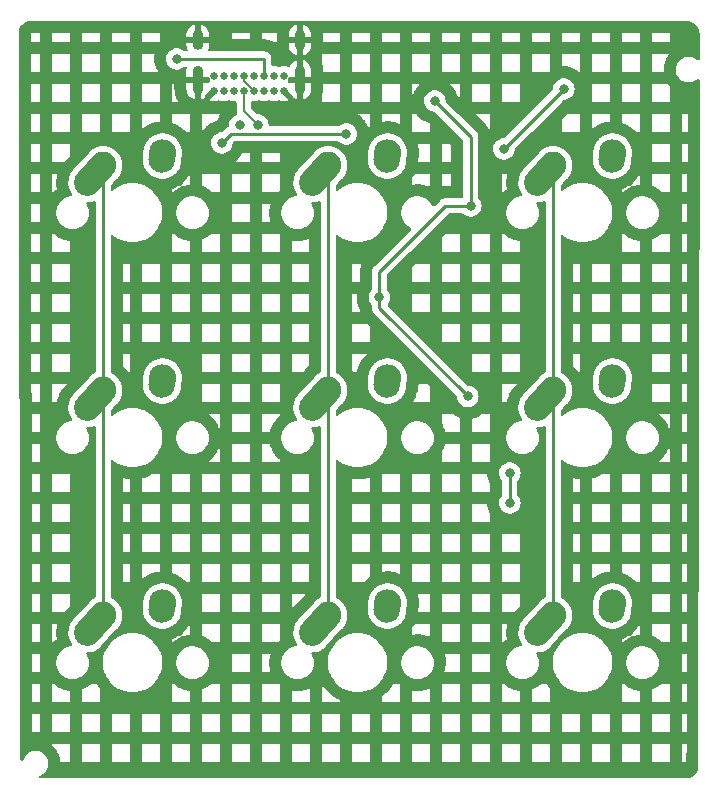
<source format=gtl>
%TF.GenerationSoftware,KiCad,Pcbnew,(6.0.10)*%
%TF.CreationDate,2023-01-30T18:20:24-07:00*%
%TF.ProjectId,nepcropad,6e657063-726f-4706-9164-2e6b69636164,rev?*%
%TF.SameCoordinates,Original*%
%TF.FileFunction,Copper,L1,Top*%
%TF.FilePolarity,Positive*%
%FSLAX46Y46*%
G04 Gerber Fmt 4.6, Leading zero omitted, Abs format (unit mm)*
G04 Created by KiCad (PCBNEW (6.0.10)) date 2023-01-30 18:20:24*
%MOMM*%
%LPD*%
G01*
G04 APERTURE LIST*
G04 Aperture macros list*
%AMHorizOval*
0 Thick line with rounded ends*
0 $1 width*
0 $2 $3 position (X,Y) of the first rounded end (center of the circle)*
0 $4 $5 position (X,Y) of the second rounded end (center of the circle)*
0 Add line between two ends*
20,1,$1,$2,$3,$4,$5,0*
0 Add two circle primitives to create the rounded ends*
1,1,$1,$2,$3*
1,1,$1,$4,$5*%
G04 Aperture macros list end*
%TA.AperFunction,ComponentPad*%
%ADD10HorizOval,2.250000X0.655001X0.730000X-0.655001X-0.730000X0*%
%TD*%
%TA.AperFunction,ComponentPad*%
%ADD11C,2.250000*%
%TD*%
%TA.AperFunction,ComponentPad*%
%ADD12HorizOval,2.250000X0.020000X0.290000X-0.020000X-0.290000X0*%
%TD*%
%TA.AperFunction,ComponentPad*%
%ADD13C,0.650000*%
%TD*%
%TA.AperFunction,ComponentPad*%
%ADD14O,0.900000X1.700000*%
%TD*%
%TA.AperFunction,ComponentPad*%
%ADD15O,0.900000X2.400000*%
%TD*%
%TA.AperFunction,ViaPad*%
%ADD16C,0.800000*%
%TD*%
%TA.AperFunction,Conductor*%
%ADD17C,0.250000*%
%TD*%
%TA.AperFunction,Conductor*%
%ADD18C,0.200000*%
%TD*%
G04 APERTURE END LIST*
D10*
%TO.P,MX7,1,COL*%
%TO.N,COL0*%
X131782501Y-106267500D03*
D11*
X132437500Y-105537500D03*
%TO.P,MX7,2,ROW*%
%TO.N,Net-(D7-Pad2)*%
X137477500Y-104457500D03*
D12*
X137457500Y-104747500D03*
%TD*%
D11*
%TO.P,MX4,1,COL*%
%TO.N,COL0*%
X132437500Y-86487500D03*
D10*
X131782501Y-87217500D03*
D12*
%TO.P,MX4,2,ROW*%
%TO.N,Net-(D4-Pad2)*%
X137457500Y-85697500D03*
D11*
X137477500Y-85407500D03*
%TD*%
%TO.P,MX6,1,COL*%
%TO.N,COL2*%
X170537500Y-86487500D03*
D10*
X169882501Y-87217500D03*
D12*
%TO.P,MX6,2,ROW*%
%TO.N,Net-(D6-Pad2)*%
X175557500Y-85697500D03*
D11*
X175577500Y-85407500D03*
%TD*%
D10*
%TO.P,MX8,1,COL*%
%TO.N,COL1*%
X150832501Y-106267500D03*
D11*
X151487500Y-105537500D03*
%TO.P,MX8,2,ROW*%
%TO.N,Net-(D8-Pad2)*%
X156527500Y-104457500D03*
D12*
X156507500Y-104747500D03*
%TD*%
D10*
%TO.P,MX2,1,COL*%
%TO.N,COL1*%
X150832501Y-68167500D03*
D11*
X151487500Y-67437500D03*
%TO.P,MX2,2,ROW*%
%TO.N,Net-(D2-Pad2)*%
X156527500Y-66357500D03*
D12*
X156507500Y-66647500D03*
%TD*%
D11*
%TO.P,MX3,1,COL*%
%TO.N,COL2*%
X170537500Y-67437500D03*
D10*
X169882501Y-68167500D03*
D12*
%TO.P,MX3,2,ROW*%
%TO.N,Net-(D3-Pad2)*%
X175557500Y-66647500D03*
D11*
X175577500Y-66357500D03*
%TD*%
D10*
%TO.P,MX1,1,COL*%
%TO.N,COL0*%
X131782501Y-68167500D03*
D11*
X132437500Y-67437500D03*
%TO.P,MX1,2,ROW*%
%TO.N,Net-(D1-Pad2)*%
X137477500Y-66357500D03*
D12*
X137457500Y-66647500D03*
%TD*%
D10*
%TO.P,MX9,1,COL*%
%TO.N,COL2*%
X169882501Y-106267500D03*
D11*
X170537500Y-105537500D03*
D12*
%TO.P,MX9,2,ROW*%
%TO.N,Net-(D9-Pad2)*%
X175557500Y-104747500D03*
D11*
X175577500Y-104457500D03*
%TD*%
D10*
%TO.P,MX5,1,COL*%
%TO.N,COL1*%
X150832501Y-87217500D03*
D11*
X151487500Y-86487500D03*
%TO.P,MX5,2,ROW*%
%TO.N,Net-(D5-Pad2)*%
X156527500Y-85407500D03*
D12*
X156507500Y-85697500D03*
%TD*%
D13*
%TO.P,J1,A1,GND*%
%TO.N,GND*%
X141805000Y-61175000D03*
%TO.P,J1,A4,VBUS*%
%TO.N,VCC*%
X142655000Y-61175000D03*
%TO.P,J1,A5,CC1*%
%TO.N,Net-(J1-PadA5)*%
X143505000Y-61175000D03*
%TO.P,J1,A6,D+*%
%TO.N,D+*%
X144355000Y-61175000D03*
%TO.P,J1,A7,D-*%
%TO.N,D-*%
X145205000Y-61175000D03*
%TO.P,J1,A8,SBU1*%
%TO.N,unconnected-(J1-PadA8)*%
X146055000Y-61175000D03*
%TO.P,J1,A9,VBUS*%
%TO.N,VCC*%
X146905000Y-61175000D03*
%TO.P,J1,A12,GND*%
%TO.N,GND*%
X147755000Y-61175000D03*
%TO.P,J1,B1,GND*%
X147760000Y-59850000D03*
%TO.P,J1,B4,VBUS*%
%TO.N,VCC*%
X146910000Y-59850000D03*
%TO.P,J1,B5,CC2*%
%TO.N,Net-(J1-PadB5)*%
X146060000Y-59850000D03*
%TO.P,J1,B6,D+*%
%TO.N,D+*%
X145210000Y-59850000D03*
%TO.P,J1,B7,D-*%
%TO.N,D-*%
X144360000Y-59850000D03*
%TO.P,J1,B8,SBU2*%
%TO.N,unconnected-(J1-PadB8)*%
X143510000Y-59850000D03*
%TO.P,J1,B9,VBUS*%
%TO.N,VCC*%
X142660000Y-59850000D03*
%TO.P,J1,B12,GND*%
%TO.N,GND*%
X141805000Y-59850000D03*
D14*
%TO.P,J1,S1,SHIELD*%
X140455000Y-56815000D03*
D15*
X149105000Y-60195000D03*
X140455000Y-60195000D03*
D14*
X149105000Y-56815000D03*
%TD*%
D16*
%TO.N,+5V*%
X163576000Y-70866000D03*
X163322000Y-86995000D03*
X160528000Y-61976000D03*
X155829000Y-78613000D03*
%TO.N,ROW0*%
X153035000Y-64770000D03*
X142494000Y-65532000D03*
%TO.N,ROW2*%
X166878000Y-93472000D03*
X166878000Y-96012000D03*
%TO.N,Net-(R1-Pad2)*%
X171450000Y-60960000D03*
X166370000Y-66040000D03*
%TO.N,D+*%
X145542000Y-64008000D03*
%TO.N,D-*%
X144018000Y-64008000D03*
%TO.N,Net-(J1-PadB5)*%
X138684000Y-58420000D03*
%TD*%
D17*
%TO.N,GND*%
X149105000Y-60195000D02*
X149105000Y-56815000D01*
%TO.N,+5V*%
X160528000Y-61976000D02*
X163576000Y-65024000D01*
X163576000Y-70866000D02*
X161406769Y-70866000D01*
X155829000Y-79502000D02*
X155829000Y-78613000D01*
X161406769Y-70866000D02*
X155829000Y-76443770D01*
X163576000Y-65024000D02*
X163576000Y-70866000D01*
X163322000Y-86995000D02*
X155829000Y-79502000D01*
X155829000Y-78613000D02*
X155829000Y-76443770D01*
%TO.N,ROW0*%
X142494000Y-65532000D02*
X143256000Y-64770000D01*
X143256000Y-64770000D02*
X153035000Y-64770000D01*
%TO.N,ROW2*%
X166878000Y-96012000D02*
X166878000Y-93472000D01*
%TO.N,COL0*%
X132437500Y-67437500D02*
X132437500Y-105537500D01*
%TO.N,COL1*%
X151487500Y-67437500D02*
X151487500Y-105537500D01*
%TO.N,COL2*%
X170537500Y-67437500D02*
X170537500Y-105537500D01*
%TO.N,Net-(R1-Pad2)*%
X166370000Y-66040000D02*
X171450000Y-60960000D01*
D18*
%TO.N,D+*%
X144355000Y-61175000D02*
X144355000Y-62821000D01*
X144355000Y-62821000D02*
X145542000Y-64008000D01*
%TO.N,D-*%
X145205000Y-61141116D02*
X145205000Y-61175000D01*
X144350000Y-60286116D02*
X145205000Y-61141116D01*
X144350000Y-59850000D02*
X144350000Y-60286116D01*
D17*
%TO.N,Net-(J1-PadB5)*%
X146050000Y-58420000D02*
X138684000Y-58420000D01*
X146060000Y-59850000D02*
X146060000Y-58430000D01*
X146060000Y-58430000D02*
X146050000Y-58420000D01*
%TD*%
%TA.AperFunction,Conductor*%
%TO.N,GND*%
G36*
X181813596Y-55187739D02*
G01*
X181820621Y-55189530D01*
X181834234Y-55189055D01*
X181860825Y-55190950D01*
X182017988Y-55219084D01*
X182037933Y-55224371D01*
X182210682Y-55285693D01*
X182229498Y-55294166D01*
X182389921Y-55382862D01*
X182407103Y-55394292D01*
X182550895Y-55507984D01*
X182565979Y-55522065D01*
X182689282Y-55657697D01*
X182701865Y-55674050D01*
X182801381Y-55827998D01*
X182811127Y-55846188D01*
X182884176Y-56014309D01*
X182890822Y-56033844D01*
X182935452Y-56211640D01*
X182938820Y-56232000D01*
X182951321Y-56384162D01*
X182950715Y-56400878D01*
X182950978Y-56400881D01*
X182950868Y-56409860D01*
X182949487Y-56418730D01*
X182953543Y-56449746D01*
X182954606Y-56466288D01*
X182951225Y-58422014D01*
X182951215Y-58427686D01*
X182931095Y-58495772D01*
X182877359Y-58542172D01*
X182807068Y-58552154D01*
X182739688Y-58519994D01*
X182679030Y-58463922D01*
X182674147Y-58460841D01*
X182674143Y-58460838D01*
X182515346Y-58360645D01*
X182515341Y-58360643D01*
X182510462Y-58357564D01*
X182325334Y-58283705D01*
X182129847Y-58244820D01*
X182124072Y-58244744D01*
X182124068Y-58244744D01*
X182024588Y-58243442D01*
X181930547Y-58242211D01*
X181924850Y-58243190D01*
X181924849Y-58243190D01*
X181739805Y-58274987D01*
X181734108Y-58275966D01*
X181547111Y-58344953D01*
X181542149Y-58347905D01*
X181424237Y-58418055D01*
X181375816Y-58446862D01*
X181225961Y-58578281D01*
X181102565Y-58734809D01*
X181099876Y-58739920D01*
X181099874Y-58739923D01*
X181072709Y-58791556D01*
X181009760Y-58911202D01*
X180981152Y-59003334D01*
X180953014Y-59093955D01*
X180950654Y-59101554D01*
X180927227Y-59299489D01*
X180929096Y-59328000D01*
X180940263Y-59498380D01*
X180989326Y-59691564D01*
X181072772Y-59872573D01*
X181076105Y-59877289D01*
X181173188Y-60014658D01*
X181187807Y-60035344D01*
X181330578Y-60174425D01*
X181335382Y-60177635D01*
X181401641Y-60221908D01*
X181496304Y-60285160D01*
X181501607Y-60287438D01*
X181501610Y-60287440D01*
X181674128Y-60361559D01*
X181679435Y-60363839D01*
X181730271Y-60375342D01*
X181868201Y-60406553D01*
X181868207Y-60406554D01*
X181873838Y-60407828D01*
X181879609Y-60408055D01*
X181879611Y-60408055D01*
X181940556Y-60410449D01*
X182073001Y-60415653D01*
X182172959Y-60401160D01*
X182264535Y-60387883D01*
X182264540Y-60387882D01*
X182270256Y-60387053D01*
X182275728Y-60385195D01*
X182275730Y-60385195D01*
X182453532Y-60324839D01*
X182453534Y-60324838D01*
X182458996Y-60322984D01*
X182632899Y-60225594D01*
X182741527Y-60135250D01*
X182806691Y-60107070D01*
X182876746Y-60118594D01*
X182929450Y-60166163D01*
X182948095Y-60232342D01*
X182847836Y-118219043D01*
X182846335Y-118238211D01*
X182842559Y-118262458D01*
X182843723Y-118271360D01*
X182844216Y-118275131D01*
X182844799Y-118302449D01*
X182832313Y-118445120D01*
X182828499Y-118466747D01*
X182785576Y-118626929D01*
X182785523Y-118627125D01*
X182778011Y-118647764D01*
X182707837Y-118798246D01*
X182696856Y-118817265D01*
X182601619Y-118953276D01*
X182587501Y-118970100D01*
X182470100Y-119087501D01*
X182453276Y-119101619D01*
X182317265Y-119196856D01*
X182298246Y-119207837D01*
X182147764Y-119278011D01*
X182127126Y-119285523D01*
X181966748Y-119328499D01*
X181945120Y-119332313D01*
X181809341Y-119344196D01*
X181792860Y-119343642D01*
X181792855Y-119344049D01*
X181783880Y-119343940D01*
X181775010Y-119342559D01*
X181766110Y-119343723D01*
X181766108Y-119343723D01*
X181743456Y-119346686D01*
X181727115Y-119347750D01*
X127122625Y-119347750D01*
X127054504Y-119327748D01*
X127008011Y-119274092D01*
X126997907Y-119203818D01*
X127027401Y-119139238D01*
X127082123Y-119102437D01*
X127157532Y-119076839D01*
X127157534Y-119076838D01*
X127162996Y-119074984D01*
X127336899Y-118977594D01*
X127490143Y-118850143D01*
X127617594Y-118696899D01*
X127714984Y-118522996D01*
X127779053Y-118334256D01*
X127779882Y-118328540D01*
X127779883Y-118328535D01*
X127796918Y-118211039D01*
X127807653Y-118137001D01*
X127809146Y-118080000D01*
X127790908Y-117881519D01*
X127772801Y-117817314D01*
X127738373Y-117695244D01*
X127738372Y-117695242D01*
X127736805Y-117689685D01*
X127723746Y-117663202D01*
X127651205Y-117516104D01*
X127648650Y-117510923D01*
X127529393Y-117351219D01*
X127383030Y-117215922D01*
X127378147Y-117212841D01*
X127378143Y-117212838D01*
X127219346Y-117112645D01*
X127219341Y-117112643D01*
X127214462Y-117109564D01*
X127029334Y-117035705D01*
X126833847Y-116996820D01*
X126828072Y-116996744D01*
X126828068Y-116996744D01*
X126728588Y-116995442D01*
X126634547Y-116994211D01*
X126628850Y-116995190D01*
X126628849Y-116995190D01*
X126612805Y-116997947D01*
X126438108Y-117027966D01*
X126251111Y-117096953D01*
X126079816Y-117198862D01*
X125929961Y-117330281D01*
X125806565Y-117486809D01*
X125713760Y-117663202D01*
X125689637Y-117740891D01*
X125650336Y-117800013D01*
X125585306Y-117828504D01*
X125515197Y-117817314D01*
X125462267Y-117769997D01*
X125443306Y-117703847D01*
X125440166Y-116477599D01*
X128078127Y-116477599D01*
X128217698Y-116606618D01*
X128221845Y-116610631D01*
X128270865Y-116660296D01*
X128274824Y-116664495D01*
X128290253Y-116681630D01*
X128294017Y-116686007D01*
X128338305Y-116739971D01*
X128341864Y-116744517D01*
X128461121Y-116904221D01*
X128464468Y-116908925D01*
X128503629Y-116966712D01*
X128506757Y-116971563D01*
X128518805Y-116991224D01*
X128521707Y-116996213D01*
X128555409Y-117057328D01*
X128558080Y-117062445D01*
X128646235Y-117241207D01*
X128648669Y-117246441D01*
X128676640Y-117310388D01*
X128678831Y-117315728D01*
X128687094Y-117337254D01*
X128689039Y-117342688D01*
X128711041Y-117408925D01*
X128712734Y-117414443D01*
X128766837Y-117606277D01*
X128768277Y-117611869D01*
X128784127Y-117679850D01*
X128785308Y-117685499D01*
X128789510Y-117708172D01*
X128790432Y-117713870D01*
X128799994Y-117783002D01*
X128800653Y-117788736D01*
X128813198Y-117925259D01*
X129604127Y-117925259D01*
X130618127Y-117925259D01*
X132144127Y-117925259D01*
X133158127Y-117925259D01*
X134684127Y-117925259D01*
X135698127Y-117925259D01*
X137224127Y-117925259D01*
X138238127Y-117925259D01*
X139764127Y-117925259D01*
X140778127Y-117925259D01*
X142304127Y-117925259D01*
X143318127Y-117925259D01*
X144844127Y-117925259D01*
X145858127Y-117925259D01*
X147384127Y-117925259D01*
X148398127Y-117925259D01*
X149924127Y-117925259D01*
X150938127Y-117925259D01*
X152464127Y-117925259D01*
X153478127Y-117925259D01*
X155004127Y-117925259D01*
X156018127Y-117925259D01*
X157544127Y-117925259D01*
X158558127Y-117925259D01*
X160084127Y-117925259D01*
X161098127Y-117925259D01*
X162624127Y-117925259D01*
X163638127Y-117925259D01*
X165164127Y-117925259D01*
X166178127Y-117925259D01*
X167704127Y-117925259D01*
X168718127Y-117925259D01*
X170244127Y-117925259D01*
X171258127Y-117925259D01*
X172784127Y-117925259D01*
X173798127Y-117925259D01*
X175324127Y-117925259D01*
X176338127Y-117925259D01*
X177864127Y-117925259D01*
X178878127Y-117925259D01*
X180404127Y-117925259D01*
X181418127Y-117925259D01*
X181834342Y-117925259D01*
X181836981Y-116399259D01*
X181418127Y-116399259D01*
X181418127Y-117925259D01*
X180404127Y-117925259D01*
X180404127Y-116399259D01*
X178878127Y-116399259D01*
X178878127Y-117925259D01*
X177864127Y-117925259D01*
X177864127Y-116399259D01*
X176338127Y-116399259D01*
X176338127Y-117925259D01*
X175324127Y-117925259D01*
X175324127Y-116399259D01*
X173798127Y-116399259D01*
X173798127Y-117925259D01*
X172784127Y-117925259D01*
X172784127Y-116399259D01*
X171258127Y-116399259D01*
X171258127Y-117925259D01*
X170244127Y-117925259D01*
X170244127Y-116399259D01*
X168718127Y-116399259D01*
X168718127Y-117925259D01*
X167704127Y-117925259D01*
X167704127Y-116399259D01*
X166178127Y-116399259D01*
X166178127Y-117925259D01*
X165164127Y-117925259D01*
X165164127Y-116399259D01*
X163638127Y-116399259D01*
X163638127Y-117925259D01*
X162624127Y-117925259D01*
X162624127Y-116399259D01*
X161098127Y-116399259D01*
X161098127Y-117925259D01*
X160084127Y-117925259D01*
X160084127Y-116399259D01*
X158558127Y-116399259D01*
X158558127Y-117925259D01*
X157544127Y-117925259D01*
X157544127Y-116399259D01*
X156018127Y-116399259D01*
X156018127Y-117925259D01*
X155004127Y-117925259D01*
X155004127Y-116399259D01*
X153478127Y-116399259D01*
X153478127Y-117925259D01*
X152464127Y-117925259D01*
X152464127Y-116399259D01*
X150938127Y-116399259D01*
X150938127Y-117925259D01*
X149924127Y-117925259D01*
X149924127Y-116399259D01*
X148398127Y-116399259D01*
X148398127Y-117925259D01*
X147384127Y-117925259D01*
X147384127Y-116399259D01*
X145858127Y-116399259D01*
X145858127Y-117925259D01*
X144844127Y-117925259D01*
X144844127Y-116399259D01*
X143318127Y-116399259D01*
X143318127Y-117925259D01*
X142304127Y-117925259D01*
X142304127Y-116399259D01*
X140778127Y-116399259D01*
X140778127Y-117925259D01*
X139764127Y-117925259D01*
X139764127Y-116399259D01*
X138238127Y-116399259D01*
X138238127Y-117925259D01*
X137224127Y-117925259D01*
X137224127Y-116399259D01*
X135698127Y-116399259D01*
X135698127Y-117925259D01*
X134684127Y-117925259D01*
X134684127Y-116399259D01*
X133158127Y-116399259D01*
X133158127Y-117925259D01*
X132144127Y-117925259D01*
X132144127Y-116399259D01*
X130618127Y-116399259D01*
X130618127Y-117925259D01*
X129604127Y-117925259D01*
X129604127Y-116399259D01*
X128078127Y-116399259D01*
X128078127Y-116477599D01*
X125440166Y-116477599D01*
X125433462Y-113859259D01*
X126447466Y-113859259D01*
X126451374Y-115385259D01*
X127064127Y-115385259D01*
X128078127Y-115385259D01*
X129604127Y-115385259D01*
X130618127Y-115385259D01*
X132144127Y-115385259D01*
X133158127Y-115385259D01*
X134684127Y-115385259D01*
X135698127Y-115385259D01*
X137224127Y-115385259D01*
X138238127Y-115385259D01*
X139764127Y-115385259D01*
X140778127Y-115385259D01*
X142304127Y-115385259D01*
X143318127Y-115385259D01*
X144844127Y-115385259D01*
X145858127Y-115385259D01*
X147384127Y-115385259D01*
X148398127Y-115385259D01*
X149924127Y-115385259D01*
X150938127Y-115385259D01*
X152464127Y-115385259D01*
X153478127Y-115385259D01*
X155004127Y-115385259D01*
X156018127Y-115385259D01*
X157544127Y-115385259D01*
X158558127Y-115385259D01*
X160084127Y-115385259D01*
X161098127Y-115385259D01*
X162624127Y-115385259D01*
X163638127Y-115385259D01*
X165164127Y-115385259D01*
X166178127Y-115385259D01*
X167704127Y-115385259D01*
X168718127Y-115385259D01*
X170244127Y-115385259D01*
X171258127Y-115385259D01*
X172784127Y-115385259D01*
X173798127Y-115385259D01*
X175324127Y-115385259D01*
X176338127Y-115385259D01*
X177864127Y-115385259D01*
X178878127Y-115385259D01*
X180404127Y-115385259D01*
X181418127Y-115385259D01*
X181838733Y-115385259D01*
X181841372Y-113859259D01*
X181418127Y-113859259D01*
X181418127Y-115385259D01*
X180404127Y-115385259D01*
X180404127Y-113859259D01*
X178878127Y-113859259D01*
X178878127Y-115385259D01*
X177864127Y-115385259D01*
X177864127Y-113859259D01*
X176338127Y-113859259D01*
X176338127Y-115385259D01*
X175324127Y-115385259D01*
X175324127Y-113859259D01*
X173798127Y-113859259D01*
X173798127Y-115385259D01*
X172784127Y-115385259D01*
X172784127Y-113859259D01*
X171258127Y-113859259D01*
X171258127Y-115385259D01*
X170244127Y-115385259D01*
X170244127Y-113859259D01*
X168718127Y-113859259D01*
X168718127Y-115385259D01*
X167704127Y-115385259D01*
X167704127Y-113859259D01*
X166178127Y-113859259D01*
X166178127Y-115385259D01*
X165164127Y-115385259D01*
X165164127Y-113859259D01*
X163638127Y-113859259D01*
X163638127Y-115385259D01*
X162624127Y-115385259D01*
X162624127Y-113859259D01*
X161098127Y-113859259D01*
X161098127Y-115385259D01*
X160084127Y-115385259D01*
X160084127Y-113859259D01*
X158558127Y-113859259D01*
X158558127Y-115385259D01*
X157544127Y-115385259D01*
X157544127Y-113859259D01*
X156018127Y-113859259D01*
X156018127Y-115385259D01*
X155004127Y-115385259D01*
X155004127Y-113859259D01*
X153478127Y-113859259D01*
X153478127Y-115385259D01*
X152464127Y-115385259D01*
X152464127Y-113859259D01*
X150938127Y-113859259D01*
X150938127Y-115385259D01*
X149924127Y-115385259D01*
X149924127Y-113859259D01*
X148398127Y-113859259D01*
X148398127Y-115385259D01*
X147384127Y-115385259D01*
X147384127Y-113859259D01*
X145858127Y-113859259D01*
X145858127Y-115385259D01*
X144844127Y-115385259D01*
X144844127Y-113859259D01*
X143318127Y-113859259D01*
X143318127Y-115385259D01*
X142304127Y-115385259D01*
X142304127Y-113859259D01*
X140778127Y-113859259D01*
X140778127Y-115385259D01*
X139764127Y-115385259D01*
X139764127Y-113859259D01*
X138238127Y-113859259D01*
X138238127Y-115385259D01*
X137224127Y-115385259D01*
X137224127Y-113859259D01*
X135698127Y-113859259D01*
X135698127Y-115385259D01*
X134684127Y-115385259D01*
X134684127Y-113859259D01*
X133158127Y-113859259D01*
X133158127Y-115385259D01*
X132144127Y-115385259D01*
X132144127Y-113859259D01*
X130618127Y-113859259D01*
X130618127Y-115385259D01*
X129604127Y-115385259D01*
X129604127Y-113859259D01*
X128078127Y-113859259D01*
X128078127Y-115385259D01*
X127064127Y-115385259D01*
X127064127Y-113859259D01*
X126447466Y-113859259D01*
X125433462Y-113859259D01*
X125426959Y-111319259D01*
X126440963Y-111319259D01*
X126444870Y-112845259D01*
X127064127Y-112845259D01*
X128078127Y-112845259D01*
X129604127Y-112845259D01*
X130618127Y-112845259D01*
X132144127Y-112845259D01*
X138238127Y-112845259D01*
X139764127Y-112845259D01*
X140778127Y-112845259D01*
X142304127Y-112845259D01*
X143318127Y-112845259D01*
X144844127Y-112845259D01*
X145858127Y-112845259D01*
X147384127Y-112845259D01*
X148398127Y-112845259D01*
X149924127Y-112845259D01*
X150938127Y-112845259D01*
X152464127Y-112845259D01*
X156018127Y-112845259D01*
X157544127Y-112845259D01*
X158558127Y-112845259D01*
X160084127Y-112845259D01*
X161098127Y-112845259D01*
X162624127Y-112845259D01*
X163638127Y-112845259D01*
X165164127Y-112845259D01*
X166178127Y-112845259D01*
X167704127Y-112845259D01*
X168718127Y-112845259D01*
X170244127Y-112845259D01*
X176338127Y-112845259D01*
X177864127Y-112845259D01*
X178878127Y-112845259D01*
X180404127Y-112845259D01*
X181418127Y-112845259D01*
X181843125Y-112845259D01*
X181845764Y-111319259D01*
X181418127Y-111319259D01*
X181418127Y-112845259D01*
X180404127Y-112845259D01*
X180404127Y-111319259D01*
X179723153Y-111319259D01*
X179687456Y-111353312D01*
X179683520Y-111356910D01*
X179635005Y-111399419D01*
X179630918Y-111402850D01*
X179614313Y-111416200D01*
X179610088Y-111419452D01*
X179558185Y-111457681D01*
X179553828Y-111460750D01*
X179359065Y-111591872D01*
X179354581Y-111594755D01*
X179299628Y-111628464D01*
X179295025Y-111631155D01*
X179276409Y-111641517D01*
X179271696Y-111644012D01*
X179214065Y-111672967D01*
X179209249Y-111675260D01*
X178995177Y-111771693D01*
X178990269Y-111773780D01*
X178930398Y-111797757D01*
X178925406Y-111799635D01*
X178905309Y-111806712D01*
X178900243Y-111808376D01*
X178878127Y-111815127D01*
X178878127Y-112845259D01*
X177864127Y-112845259D01*
X177864127Y-111926146D01*
X177860155Y-111925629D01*
X177810490Y-111918328D01*
X177806395Y-111917657D01*
X177575354Y-111875878D01*
X177570128Y-111874819D01*
X177507224Y-111860672D01*
X177502049Y-111859392D01*
X177481479Y-111853842D01*
X177476361Y-111852344D01*
X177414863Y-111832925D01*
X177409812Y-111831212D01*
X177189113Y-111751102D01*
X177184139Y-111749176D01*
X177124506Y-111724627D01*
X177119619Y-111722494D01*
X177100278Y-111713557D01*
X177095486Y-111711218D01*
X177038152Y-111681720D01*
X177033464Y-111679181D01*
X176829418Y-111563031D01*
X176824841Y-111560296D01*
X176770201Y-111526054D01*
X176765743Y-111523127D01*
X176748184Y-111511059D01*
X176743853Y-111507946D01*
X176692305Y-111469207D01*
X176688112Y-111465914D01*
X176509253Y-111319259D01*
X176338127Y-111319259D01*
X176338127Y-112845259D01*
X170244127Y-112845259D01*
X170244127Y-111675210D01*
X170100133Y-111477018D01*
X170097858Y-111473781D01*
X170070962Y-111434206D01*
X170068789Y-111430899D01*
X170060310Y-111417539D01*
X170058242Y-111414163D01*
X170033863Y-111372942D01*
X170031900Y-111369502D01*
X170004279Y-111319259D01*
X169563153Y-111319259D01*
X169527456Y-111353312D01*
X169523520Y-111356910D01*
X169475005Y-111399419D01*
X169470918Y-111402850D01*
X169454313Y-111416200D01*
X169450088Y-111419452D01*
X169398185Y-111457681D01*
X169393828Y-111460750D01*
X169199065Y-111591872D01*
X169194581Y-111594755D01*
X169139628Y-111628464D01*
X169135025Y-111631155D01*
X169116409Y-111641517D01*
X169111696Y-111644012D01*
X169054065Y-111672967D01*
X169049249Y-111675260D01*
X168835177Y-111771693D01*
X168830269Y-111773780D01*
X168770398Y-111797757D01*
X168765406Y-111799635D01*
X168745309Y-111806712D01*
X168740243Y-111808376D01*
X168718127Y-111815127D01*
X168718127Y-112845259D01*
X167704127Y-112845259D01*
X167704127Y-111926146D01*
X167700155Y-111925629D01*
X167650490Y-111918328D01*
X167646395Y-111917657D01*
X167415354Y-111875878D01*
X167410128Y-111874819D01*
X167347224Y-111860672D01*
X167342049Y-111859392D01*
X167321479Y-111853842D01*
X167316361Y-111852344D01*
X167254863Y-111832925D01*
X167249812Y-111831212D01*
X167029113Y-111751102D01*
X167024139Y-111749176D01*
X166964506Y-111724627D01*
X166959619Y-111722494D01*
X166940278Y-111713557D01*
X166935486Y-111711218D01*
X166878152Y-111681720D01*
X166873464Y-111679181D01*
X166669418Y-111563031D01*
X166664841Y-111560296D01*
X166610201Y-111526054D01*
X166605743Y-111523127D01*
X166588184Y-111511059D01*
X166583853Y-111507946D01*
X166532305Y-111469207D01*
X166528112Y-111465914D01*
X166349253Y-111319259D01*
X166178127Y-111319259D01*
X166178127Y-112845259D01*
X165164127Y-112845259D01*
X165164127Y-111319259D01*
X163638127Y-111319259D01*
X163638127Y-112845259D01*
X162624127Y-112845259D01*
X162624127Y-111319259D01*
X161098127Y-111319259D01*
X161098127Y-112845259D01*
X160084127Y-112845259D01*
X160084127Y-111709100D01*
X159945177Y-111771693D01*
X159940269Y-111773780D01*
X159880398Y-111797757D01*
X159875406Y-111799635D01*
X159855309Y-111806712D01*
X159850243Y-111808376D01*
X159788577Y-111827199D01*
X159783446Y-111828647D01*
X159556188Y-111887631D01*
X159551001Y-111888861D01*
X159487966Y-111902404D01*
X159482730Y-111903413D01*
X159461729Y-111907003D01*
X159456455Y-111907791D01*
X159392484Y-111915958D01*
X159387180Y-111916521D01*
X159212182Y-111931370D01*
X159209520Y-111931567D01*
X159177325Y-111933613D01*
X159174663Y-111933754D01*
X159164010Y-111934205D01*
X159161347Y-111934290D01*
X159129116Y-111934972D01*
X159126450Y-111935000D01*
X158961429Y-111935000D01*
X158959943Y-111934991D01*
X158941973Y-111934779D01*
X158940488Y-111934753D01*
X158934553Y-111934613D01*
X158933070Y-111934569D01*
X158915147Y-111933935D01*
X158913666Y-111933874D01*
X158889067Y-111932714D01*
X158884926Y-111932450D01*
X158834891Y-111928436D01*
X158830758Y-111928036D01*
X158814272Y-111926165D01*
X158810155Y-111925629D01*
X158760490Y-111918328D01*
X158756395Y-111917657D01*
X158558127Y-111881804D01*
X158558127Y-112845259D01*
X157544127Y-112845259D01*
X157544127Y-111388851D01*
X157459253Y-111319259D01*
X157020721Y-111319259D01*
X156993100Y-111369502D01*
X156991137Y-111372942D01*
X156966758Y-111414163D01*
X156964690Y-111417539D01*
X156956211Y-111430899D01*
X156954038Y-111434206D01*
X156927142Y-111473781D01*
X156924867Y-111477018D01*
X156739788Y-111731758D01*
X156737411Y-111734924D01*
X156708073Y-111772746D01*
X156705599Y-111775834D01*
X156695513Y-111788026D01*
X156692943Y-111791035D01*
X156661284Y-111826946D01*
X156658619Y-111829875D01*
X156443072Y-112059409D01*
X156440317Y-112062251D01*
X156406466Y-112096102D01*
X156403624Y-112098857D01*
X156392089Y-112109689D01*
X156389161Y-112112353D01*
X156353254Y-112144009D01*
X156350244Y-112146580D01*
X156107628Y-112347289D01*
X156104539Y-112349764D01*
X156066701Y-112379114D01*
X156063533Y-112381492D01*
X156050732Y-112390792D01*
X156047494Y-112393068D01*
X156018127Y-112413025D01*
X156018127Y-112845259D01*
X152464127Y-112845259D01*
X152464127Y-112706923D01*
X152347837Y-112652201D01*
X152344282Y-112650460D01*
X152301625Y-112628725D01*
X152298126Y-112626872D01*
X152284260Y-112619249D01*
X152280821Y-112617288D01*
X152239620Y-112592921D01*
X152236247Y-112590853D01*
X151970389Y-112422134D01*
X151967083Y-112419963D01*
X151927506Y-112393068D01*
X151924268Y-112390792D01*
X151911467Y-112381492D01*
X151908299Y-112379114D01*
X151870461Y-112349764D01*
X151867372Y-112347289D01*
X151624756Y-112146580D01*
X151621746Y-112144009D01*
X151585839Y-112112353D01*
X151582911Y-112109689D01*
X151571376Y-112098857D01*
X151568534Y-112096102D01*
X151534683Y-112062251D01*
X151531928Y-112059409D01*
X151316381Y-111829875D01*
X151313716Y-111826946D01*
X151282057Y-111791035D01*
X151279487Y-111788026D01*
X151269401Y-111775834D01*
X151266927Y-111772746D01*
X151237589Y-111734924D01*
X151235212Y-111731758D01*
X151050133Y-111477018D01*
X151047858Y-111473781D01*
X151020962Y-111434206D01*
X151018789Y-111430899D01*
X151010310Y-111417539D01*
X151008242Y-111414163D01*
X150983863Y-111372942D01*
X150981900Y-111369502D01*
X150954279Y-111319259D01*
X150938127Y-111319259D01*
X150938127Y-112845259D01*
X149924127Y-112845259D01*
X149924127Y-111709100D01*
X149785177Y-111771693D01*
X149780269Y-111773780D01*
X149720398Y-111797757D01*
X149715406Y-111799635D01*
X149695309Y-111806712D01*
X149690243Y-111808376D01*
X149628577Y-111827199D01*
X149623446Y-111828647D01*
X149396188Y-111887631D01*
X149391001Y-111888861D01*
X149327966Y-111902404D01*
X149322730Y-111903413D01*
X149301729Y-111907003D01*
X149296455Y-111907791D01*
X149232484Y-111915958D01*
X149227180Y-111916521D01*
X149052182Y-111931370D01*
X149049520Y-111931567D01*
X149017325Y-111933613D01*
X149014663Y-111933754D01*
X149004010Y-111934205D01*
X149001347Y-111934290D01*
X148969116Y-111934972D01*
X148966450Y-111935000D01*
X148801429Y-111935000D01*
X148799943Y-111934991D01*
X148781973Y-111934779D01*
X148780488Y-111934753D01*
X148774553Y-111934613D01*
X148773070Y-111934569D01*
X148755147Y-111933935D01*
X148753666Y-111933874D01*
X148729067Y-111932714D01*
X148724926Y-111932450D01*
X148674891Y-111928436D01*
X148670758Y-111928036D01*
X148654272Y-111926165D01*
X148650155Y-111925629D01*
X148600490Y-111918328D01*
X148596395Y-111917657D01*
X148398127Y-111881804D01*
X148398127Y-112845259D01*
X147384127Y-112845259D01*
X147384127Y-111388851D01*
X147299253Y-111319259D01*
X145858127Y-111319259D01*
X145858127Y-112845259D01*
X144844127Y-112845259D01*
X144844127Y-111319259D01*
X143318127Y-111319259D01*
X143318127Y-112845259D01*
X142304127Y-112845259D01*
X142304127Y-111319259D01*
X141623153Y-111319259D01*
X141587456Y-111353312D01*
X141583520Y-111356910D01*
X141535005Y-111399419D01*
X141530918Y-111402850D01*
X141514313Y-111416200D01*
X141510088Y-111419452D01*
X141458185Y-111457681D01*
X141453828Y-111460750D01*
X141259065Y-111591872D01*
X141254581Y-111594755D01*
X141199628Y-111628464D01*
X141195025Y-111631155D01*
X141176409Y-111641517D01*
X141171696Y-111644012D01*
X141114065Y-111672967D01*
X141109249Y-111675260D01*
X140895177Y-111771693D01*
X140890269Y-111773780D01*
X140830398Y-111797757D01*
X140825406Y-111799635D01*
X140805309Y-111806712D01*
X140800243Y-111808376D01*
X140778127Y-111815127D01*
X140778127Y-112845259D01*
X139764127Y-112845259D01*
X139764127Y-111926146D01*
X139760155Y-111925629D01*
X139710490Y-111918328D01*
X139706395Y-111917657D01*
X139475354Y-111875878D01*
X139470128Y-111874819D01*
X139407224Y-111860672D01*
X139402049Y-111859392D01*
X139381479Y-111853842D01*
X139376361Y-111852344D01*
X139314863Y-111832925D01*
X139309812Y-111831212D01*
X139089113Y-111751102D01*
X139084139Y-111749176D01*
X139024506Y-111724627D01*
X139019619Y-111722494D01*
X139000278Y-111713557D01*
X138995486Y-111711218D01*
X138938152Y-111681720D01*
X138933464Y-111679181D01*
X138729418Y-111563031D01*
X138724841Y-111560296D01*
X138670201Y-111526054D01*
X138665743Y-111523127D01*
X138648184Y-111511059D01*
X138643853Y-111507946D01*
X138592305Y-111469207D01*
X138588112Y-111465914D01*
X138409253Y-111319259D01*
X138238127Y-111319259D01*
X138238127Y-112845259D01*
X132144127Y-112845259D01*
X132144127Y-111675210D01*
X132000133Y-111477018D01*
X131997858Y-111473781D01*
X131970962Y-111434206D01*
X131968789Y-111430899D01*
X131960310Y-111417539D01*
X131958242Y-111414163D01*
X131933863Y-111372942D01*
X131931900Y-111369502D01*
X131904279Y-111319259D01*
X131463153Y-111319259D01*
X131427456Y-111353312D01*
X131423520Y-111356910D01*
X131375005Y-111399419D01*
X131370918Y-111402850D01*
X131354313Y-111416200D01*
X131350088Y-111419452D01*
X131298185Y-111457681D01*
X131293828Y-111460750D01*
X131099065Y-111591872D01*
X131094581Y-111594755D01*
X131039628Y-111628464D01*
X131035025Y-111631155D01*
X131016409Y-111641517D01*
X131011696Y-111644012D01*
X130954065Y-111672967D01*
X130949249Y-111675260D01*
X130735177Y-111771693D01*
X130730269Y-111773780D01*
X130670398Y-111797757D01*
X130665406Y-111799635D01*
X130645309Y-111806712D01*
X130640243Y-111808376D01*
X130618127Y-111815127D01*
X130618127Y-112845259D01*
X129604127Y-112845259D01*
X129604127Y-111926146D01*
X129600155Y-111925629D01*
X129550490Y-111918328D01*
X129546395Y-111917657D01*
X129315354Y-111875878D01*
X129310128Y-111874819D01*
X129247224Y-111860672D01*
X129242049Y-111859392D01*
X129221479Y-111853842D01*
X129216361Y-111852344D01*
X129154863Y-111832925D01*
X129149812Y-111831212D01*
X128929113Y-111751102D01*
X128924139Y-111749176D01*
X128864506Y-111724627D01*
X128859619Y-111722494D01*
X128840278Y-111713557D01*
X128835486Y-111711218D01*
X128778152Y-111681720D01*
X128773464Y-111679181D01*
X128569418Y-111563031D01*
X128564841Y-111560296D01*
X128510201Y-111526054D01*
X128505743Y-111523127D01*
X128488184Y-111511059D01*
X128483853Y-111507946D01*
X128432305Y-111469207D01*
X128428112Y-111465914D01*
X128249253Y-111319259D01*
X128078127Y-111319259D01*
X128078127Y-112845259D01*
X127064127Y-112845259D01*
X127064127Y-111319259D01*
X126440963Y-111319259D01*
X125426959Y-111319259D01*
X125420455Y-108779259D01*
X126434460Y-108779259D01*
X126438367Y-110305259D01*
X127064127Y-110305259D01*
X127064127Y-109472093D01*
X128470539Y-109472093D01*
X128479348Y-109706716D01*
X128480443Y-109711934D01*
X128505294Y-109830371D01*
X128527562Y-109936501D01*
X128613802Y-110154877D01*
X128616571Y-110159440D01*
X128704266Y-110303956D01*
X128735604Y-110355600D01*
X128889485Y-110532932D01*
X128893617Y-110536320D01*
X129066916Y-110678417D01*
X129066922Y-110678421D01*
X129071044Y-110681801D01*
X129075680Y-110684440D01*
X129075683Y-110684442D01*
X129186908Y-110747755D01*
X129275090Y-110797951D01*
X129495789Y-110878061D01*
X129501038Y-110879010D01*
X129501041Y-110879011D01*
X129582115Y-110893671D01*
X129726830Y-110919840D01*
X129730969Y-110920035D01*
X129730976Y-110920036D01*
X129749940Y-110920930D01*
X129749949Y-110920930D01*
X129751429Y-110921000D01*
X129916450Y-110921000D01*
X129997799Y-110914097D01*
X130086137Y-110906602D01*
X130086141Y-110906601D01*
X130091448Y-110906151D01*
X130096603Y-110904813D01*
X130096609Y-110904812D01*
X130313535Y-110848509D01*
X130313534Y-110848509D01*
X130318706Y-110847167D01*
X130323572Y-110844975D01*
X130323575Y-110844974D01*
X130527917Y-110752924D01*
X130527920Y-110752923D01*
X130532778Y-110750734D01*
X130727541Y-110619612D01*
X130897427Y-110457549D01*
X131037578Y-110269179D01*
X131050861Y-110243055D01*
X131141569Y-110064644D01*
X131141569Y-110064643D01*
X131143987Y-110059888D01*
X131213611Y-109835660D01*
X131230702Y-109706716D01*
X131232263Y-109694938D01*
X132435100Y-109694938D01*
X132474564Y-110007330D01*
X132552870Y-110312313D01*
X132668784Y-110605077D01*
X132670686Y-110608536D01*
X132670687Y-110608539D01*
X132802612Y-110848509D01*
X132820476Y-110881004D01*
X133005555Y-111135744D01*
X133221102Y-111365278D01*
X133463718Y-111565987D01*
X133729576Y-111734706D01*
X133733155Y-111736390D01*
X133733162Y-111736394D01*
X134010894Y-111867084D01*
X134010898Y-111867086D01*
X134014484Y-111868773D01*
X134018256Y-111869999D01*
X134018257Y-111869999D01*
X134036351Y-111875878D01*
X134313948Y-111966075D01*
X134623246Y-112025077D01*
X134716800Y-112030963D01*
X134856858Y-112039775D01*
X134856874Y-112039776D01*
X134858853Y-112039900D01*
X135016147Y-112039900D01*
X135018126Y-112039776D01*
X135018142Y-112039775D01*
X135158200Y-112030963D01*
X135251754Y-112025077D01*
X135561052Y-111966075D01*
X135838649Y-111875878D01*
X135856743Y-111869999D01*
X135856744Y-111869999D01*
X135860516Y-111868773D01*
X135864102Y-111867086D01*
X135864106Y-111867084D01*
X136141838Y-111736394D01*
X136141845Y-111736390D01*
X136145424Y-111734706D01*
X136411282Y-111565987D01*
X136653898Y-111365278D01*
X136869445Y-111135744D01*
X137054524Y-110881004D01*
X137072389Y-110848509D01*
X137204313Y-110608539D01*
X137204314Y-110608536D01*
X137206216Y-110605077D01*
X137322130Y-110312313D01*
X137400436Y-110007330D01*
X137439900Y-109694938D01*
X137439900Y-109472093D01*
X138630539Y-109472093D01*
X138639348Y-109706716D01*
X138640443Y-109711934D01*
X138665294Y-109830371D01*
X138687562Y-109936501D01*
X138773802Y-110154877D01*
X138776571Y-110159440D01*
X138864266Y-110303956D01*
X138895604Y-110355600D01*
X139049485Y-110532932D01*
X139053617Y-110536320D01*
X139226916Y-110678417D01*
X139226922Y-110678421D01*
X139231044Y-110681801D01*
X139235680Y-110684440D01*
X139235683Y-110684442D01*
X139346908Y-110747755D01*
X139435090Y-110797951D01*
X139655789Y-110878061D01*
X139661038Y-110879010D01*
X139661041Y-110879011D01*
X139742115Y-110893671D01*
X139886830Y-110919840D01*
X139890969Y-110920035D01*
X139890976Y-110920036D01*
X139909940Y-110920930D01*
X139909949Y-110920930D01*
X139911429Y-110921000D01*
X140076450Y-110921000D01*
X140157799Y-110914097D01*
X140246137Y-110906602D01*
X140246141Y-110906601D01*
X140251448Y-110906151D01*
X140256603Y-110904813D01*
X140256609Y-110904812D01*
X140473535Y-110848509D01*
X140473534Y-110848509D01*
X140478706Y-110847167D01*
X140483572Y-110844975D01*
X140483575Y-110844974D01*
X140687917Y-110752924D01*
X140687920Y-110752923D01*
X140692778Y-110750734D01*
X140887541Y-110619612D01*
X141057427Y-110457549D01*
X141170734Y-110305259D01*
X143318127Y-110305259D01*
X144844127Y-110305259D01*
X145858127Y-110305259D01*
X146633073Y-110305259D01*
X146632590Y-110303956D01*
X146611470Y-110243055D01*
X146609830Y-110237982D01*
X146603707Y-110217575D01*
X146602283Y-110212434D01*
X146586377Y-110149922D01*
X146585171Y-110144726D01*
X146536957Y-109914941D01*
X146535972Y-109909697D01*
X146525411Y-109846066D01*
X146524650Y-109840788D01*
X146522054Y-109819641D01*
X146521516Y-109814338D01*
X146516375Y-109750081D01*
X146516063Y-109744759D01*
X146507254Y-109510136D01*
X146507166Y-109504807D01*
X146507322Y-109472093D01*
X147520539Y-109472093D01*
X147529348Y-109706716D01*
X147530443Y-109711934D01*
X147555294Y-109830371D01*
X147577562Y-109936501D01*
X147663802Y-110154877D01*
X147666571Y-110159440D01*
X147754266Y-110303956D01*
X147785604Y-110355600D01*
X147939485Y-110532932D01*
X147943617Y-110536320D01*
X148116916Y-110678417D01*
X148116922Y-110678421D01*
X148121044Y-110681801D01*
X148125680Y-110684440D01*
X148125683Y-110684442D01*
X148236908Y-110747755D01*
X148325090Y-110797951D01*
X148545789Y-110878061D01*
X148551038Y-110879010D01*
X148551041Y-110879011D01*
X148632115Y-110893671D01*
X148776830Y-110919840D01*
X148780969Y-110920035D01*
X148780976Y-110920036D01*
X148799940Y-110920930D01*
X148799949Y-110920930D01*
X148801429Y-110921000D01*
X148966450Y-110921000D01*
X149047799Y-110914097D01*
X149136137Y-110906602D01*
X149136141Y-110906601D01*
X149141448Y-110906151D01*
X149146603Y-110904813D01*
X149146609Y-110904812D01*
X149363535Y-110848509D01*
X149363534Y-110848509D01*
X149368706Y-110847167D01*
X149373572Y-110844975D01*
X149373575Y-110844974D01*
X149577917Y-110752924D01*
X149577920Y-110752923D01*
X149582778Y-110750734D01*
X149777541Y-110619612D01*
X149947427Y-110457549D01*
X150087578Y-110269179D01*
X150100861Y-110243055D01*
X150191569Y-110064644D01*
X150191569Y-110064643D01*
X150193987Y-110059888D01*
X150263611Y-109835660D01*
X150280702Y-109706716D01*
X150282263Y-109694938D01*
X151485100Y-109694938D01*
X151524564Y-110007330D01*
X151602870Y-110312313D01*
X151718784Y-110605077D01*
X151720686Y-110608536D01*
X151720687Y-110608539D01*
X151852612Y-110848509D01*
X151870476Y-110881004D01*
X152055555Y-111135744D01*
X152271102Y-111365278D01*
X152513718Y-111565987D01*
X152779576Y-111734706D01*
X152783155Y-111736390D01*
X152783162Y-111736394D01*
X153060894Y-111867084D01*
X153060898Y-111867086D01*
X153064484Y-111868773D01*
X153068256Y-111869999D01*
X153068257Y-111869999D01*
X153086351Y-111875878D01*
X153363948Y-111966075D01*
X153673246Y-112025077D01*
X153766800Y-112030963D01*
X153906858Y-112039775D01*
X153906874Y-112039776D01*
X153908853Y-112039900D01*
X154066147Y-112039900D01*
X154068126Y-112039776D01*
X154068142Y-112039775D01*
X154208200Y-112030963D01*
X154301754Y-112025077D01*
X154611052Y-111966075D01*
X154888649Y-111875878D01*
X154906743Y-111869999D01*
X154906744Y-111869999D01*
X154910516Y-111868773D01*
X154914102Y-111867086D01*
X154914106Y-111867084D01*
X155191838Y-111736394D01*
X155191845Y-111736390D01*
X155195424Y-111734706D01*
X155461282Y-111565987D01*
X155703898Y-111365278D01*
X155919445Y-111135744D01*
X156104524Y-110881004D01*
X156122389Y-110848509D01*
X156254313Y-110608539D01*
X156254314Y-110608536D01*
X156256216Y-110605077D01*
X156372130Y-110312313D01*
X156450436Y-110007330D01*
X156489900Y-109694938D01*
X156489900Y-109472093D01*
X157680539Y-109472093D01*
X157689348Y-109706716D01*
X157690443Y-109711934D01*
X157715294Y-109830371D01*
X157737562Y-109936501D01*
X157823802Y-110154877D01*
X157826571Y-110159440D01*
X157914266Y-110303956D01*
X157945604Y-110355600D01*
X158099485Y-110532932D01*
X158103617Y-110536320D01*
X158276916Y-110678417D01*
X158276922Y-110678421D01*
X158281044Y-110681801D01*
X158285680Y-110684440D01*
X158285683Y-110684442D01*
X158396908Y-110747755D01*
X158485090Y-110797951D01*
X158705789Y-110878061D01*
X158711038Y-110879010D01*
X158711041Y-110879011D01*
X158792115Y-110893671D01*
X158936830Y-110919840D01*
X158940969Y-110920035D01*
X158940976Y-110920036D01*
X158959940Y-110920930D01*
X158959949Y-110920930D01*
X158961429Y-110921000D01*
X159126450Y-110921000D01*
X159207799Y-110914097D01*
X159296137Y-110906602D01*
X159296141Y-110906601D01*
X159301448Y-110906151D01*
X159306603Y-110904813D01*
X159306609Y-110904812D01*
X159523535Y-110848509D01*
X159523534Y-110848509D01*
X159528706Y-110847167D01*
X159533572Y-110844975D01*
X159533575Y-110844974D01*
X159737917Y-110752924D01*
X159737920Y-110752923D01*
X159742778Y-110750734D01*
X159937541Y-110619612D01*
X160107427Y-110457549D01*
X160220734Y-110305259D01*
X161339556Y-110305259D01*
X162624127Y-110305259D01*
X163638127Y-110305259D01*
X165164127Y-110305259D01*
X165164127Y-109472093D01*
X166570539Y-109472093D01*
X166579348Y-109706716D01*
X166580443Y-109711934D01*
X166605294Y-109830371D01*
X166627562Y-109936501D01*
X166713802Y-110154877D01*
X166716571Y-110159440D01*
X166804266Y-110303956D01*
X166835604Y-110355600D01*
X166989485Y-110532932D01*
X166993617Y-110536320D01*
X167166916Y-110678417D01*
X167166922Y-110678421D01*
X167171044Y-110681801D01*
X167175680Y-110684440D01*
X167175683Y-110684442D01*
X167286908Y-110747755D01*
X167375090Y-110797951D01*
X167595789Y-110878061D01*
X167601038Y-110879010D01*
X167601041Y-110879011D01*
X167682115Y-110893671D01*
X167826830Y-110919840D01*
X167830969Y-110920035D01*
X167830976Y-110920036D01*
X167849940Y-110920930D01*
X167849949Y-110920930D01*
X167851429Y-110921000D01*
X168016450Y-110921000D01*
X168097799Y-110914097D01*
X168186137Y-110906602D01*
X168186141Y-110906601D01*
X168191448Y-110906151D01*
X168196603Y-110904813D01*
X168196609Y-110904812D01*
X168413535Y-110848509D01*
X168413534Y-110848509D01*
X168418706Y-110847167D01*
X168423572Y-110844975D01*
X168423575Y-110844974D01*
X168627917Y-110752924D01*
X168627920Y-110752923D01*
X168632778Y-110750734D01*
X168827541Y-110619612D01*
X168997427Y-110457549D01*
X169137578Y-110269179D01*
X169150861Y-110243055D01*
X169241569Y-110064644D01*
X169241569Y-110064643D01*
X169243987Y-110059888D01*
X169313611Y-109835660D01*
X169330702Y-109706716D01*
X169332263Y-109694938D01*
X170535100Y-109694938D01*
X170574564Y-110007330D01*
X170652870Y-110312313D01*
X170768784Y-110605077D01*
X170770686Y-110608536D01*
X170770687Y-110608539D01*
X170902612Y-110848509D01*
X170920476Y-110881004D01*
X171105555Y-111135744D01*
X171321102Y-111365278D01*
X171563718Y-111565987D01*
X171829576Y-111734706D01*
X171833155Y-111736390D01*
X171833162Y-111736394D01*
X172110894Y-111867084D01*
X172110898Y-111867086D01*
X172114484Y-111868773D01*
X172118256Y-111869999D01*
X172118257Y-111869999D01*
X172136351Y-111875878D01*
X172413948Y-111966075D01*
X172723246Y-112025077D01*
X172816800Y-112030963D01*
X172956858Y-112039775D01*
X172956874Y-112039776D01*
X172958853Y-112039900D01*
X173116147Y-112039900D01*
X173118126Y-112039776D01*
X173118142Y-112039775D01*
X173258200Y-112030963D01*
X173351754Y-112025077D01*
X173661052Y-111966075D01*
X173938649Y-111875878D01*
X173956743Y-111869999D01*
X173956744Y-111869999D01*
X173960516Y-111868773D01*
X173964102Y-111867086D01*
X173964106Y-111867084D01*
X174241838Y-111736394D01*
X174241845Y-111736390D01*
X174245424Y-111734706D01*
X174511282Y-111565987D01*
X174753898Y-111365278D01*
X174969445Y-111135744D01*
X175154524Y-110881004D01*
X175172389Y-110848509D01*
X175304313Y-110608539D01*
X175304314Y-110608536D01*
X175306216Y-110605077D01*
X175422130Y-110312313D01*
X175500436Y-110007330D01*
X175539900Y-109694938D01*
X175539900Y-109472093D01*
X176730539Y-109472093D01*
X176739348Y-109706716D01*
X176740443Y-109711934D01*
X176765294Y-109830371D01*
X176787562Y-109936501D01*
X176873802Y-110154877D01*
X176876571Y-110159440D01*
X176964266Y-110303956D01*
X176995604Y-110355600D01*
X177149485Y-110532932D01*
X177153617Y-110536320D01*
X177326916Y-110678417D01*
X177326922Y-110678421D01*
X177331044Y-110681801D01*
X177335680Y-110684440D01*
X177335683Y-110684442D01*
X177446908Y-110747755D01*
X177535090Y-110797951D01*
X177755789Y-110878061D01*
X177761038Y-110879010D01*
X177761041Y-110879011D01*
X177842115Y-110893671D01*
X177986830Y-110919840D01*
X177990969Y-110920035D01*
X177990976Y-110920036D01*
X178009940Y-110920930D01*
X178009949Y-110920930D01*
X178011429Y-110921000D01*
X178176450Y-110921000D01*
X178257799Y-110914097D01*
X178346137Y-110906602D01*
X178346141Y-110906601D01*
X178351448Y-110906151D01*
X178356603Y-110904813D01*
X178356609Y-110904812D01*
X178573535Y-110848509D01*
X178573534Y-110848509D01*
X178578706Y-110847167D01*
X178583572Y-110844975D01*
X178583575Y-110844974D01*
X178787917Y-110752924D01*
X178787920Y-110752923D01*
X178792778Y-110750734D01*
X178987541Y-110619612D01*
X179157427Y-110457549D01*
X179270734Y-110305259D01*
X181418127Y-110305259D01*
X181847517Y-110305259D01*
X181850156Y-108779259D01*
X181418127Y-108779259D01*
X181418127Y-110305259D01*
X179270734Y-110305259D01*
X179297578Y-110269179D01*
X179310861Y-110243055D01*
X179401569Y-110064644D01*
X179401569Y-110064643D01*
X179403987Y-110059888D01*
X179473611Y-109835660D01*
X179490702Y-109706716D01*
X179503761Y-109608190D01*
X179503761Y-109608187D01*
X179504461Y-109602907D01*
X179495652Y-109368284D01*
X179471958Y-109255359D01*
X179448535Y-109143726D01*
X179448534Y-109143723D01*
X179447438Y-109138499D01*
X179361198Y-108920123D01*
X179289239Y-108801539D01*
X179242164Y-108723961D01*
X179242162Y-108723958D01*
X179239396Y-108719400D01*
X179085515Y-108542068D01*
X179063547Y-108524055D01*
X178908084Y-108396583D01*
X178908078Y-108396579D01*
X178903956Y-108393199D01*
X178899320Y-108390560D01*
X178899317Y-108390558D01*
X178704553Y-108279692D01*
X178699910Y-108277049D01*
X178479211Y-108196939D01*
X178473962Y-108195990D01*
X178473959Y-108195989D01*
X178392885Y-108181329D01*
X178248170Y-108155160D01*
X178244031Y-108154965D01*
X178244024Y-108154964D01*
X178225060Y-108154070D01*
X178225051Y-108154070D01*
X178223571Y-108154000D01*
X178058550Y-108154000D01*
X177977201Y-108160903D01*
X177888863Y-108168398D01*
X177888859Y-108168399D01*
X177883552Y-108168849D01*
X177878397Y-108170187D01*
X177878391Y-108170188D01*
X177700677Y-108216314D01*
X177656294Y-108227833D01*
X177651428Y-108230025D01*
X177651425Y-108230026D01*
X177447083Y-108322076D01*
X177447080Y-108322077D01*
X177442222Y-108324266D01*
X177247459Y-108455388D01*
X177077573Y-108617451D01*
X176937422Y-108805821D01*
X176935006Y-108810572D01*
X176935004Y-108810576D01*
X176874147Y-108930274D01*
X176831013Y-109015112D01*
X176761389Y-109239340D01*
X176760688Y-109244629D01*
X176743592Y-109373616D01*
X176730539Y-109472093D01*
X175539900Y-109472093D01*
X175539900Y-109380062D01*
X175500436Y-109067670D01*
X175422130Y-108762687D01*
X175306216Y-108469923D01*
X175300249Y-108459069D01*
X175156433Y-108197468D01*
X175156431Y-108197465D01*
X175154524Y-108193996D01*
X174969445Y-107939256D01*
X174806051Y-107765259D01*
X176338127Y-107765259D01*
X176501871Y-107765259D01*
X176547545Y-107721688D01*
X176551480Y-107718090D01*
X176599995Y-107675581D01*
X176604082Y-107672150D01*
X176620687Y-107658800D01*
X176624912Y-107655548D01*
X176676815Y-107617319D01*
X176681172Y-107614250D01*
X176875935Y-107483128D01*
X176880419Y-107480245D01*
X176935372Y-107446536D01*
X176939975Y-107443845D01*
X176958591Y-107433483D01*
X176963304Y-107430988D01*
X177020935Y-107402033D01*
X177025751Y-107399740D01*
X177239823Y-107303307D01*
X177244731Y-107301220D01*
X177304602Y-107277243D01*
X177309594Y-107275365D01*
X177329691Y-107268288D01*
X177334757Y-107266624D01*
X177346616Y-107263004D01*
X178878127Y-107263004D01*
X179045887Y-107323898D01*
X179050861Y-107325824D01*
X179110494Y-107350373D01*
X179115381Y-107352506D01*
X179134722Y-107361443D01*
X179139514Y-107363782D01*
X179196848Y-107393280D01*
X179201536Y-107395819D01*
X179405582Y-107511969D01*
X179410159Y-107514704D01*
X179464799Y-107548946D01*
X179469257Y-107551873D01*
X179486816Y-107563941D01*
X179491147Y-107567054D01*
X179542695Y-107605793D01*
X179546888Y-107609086D01*
X179728447Y-107757955D01*
X179732499Y-107761423D01*
X179736793Y-107765259D01*
X180404127Y-107765259D01*
X181418127Y-107765259D01*
X181851908Y-107765259D01*
X181854547Y-106239259D01*
X181418127Y-106239259D01*
X181418127Y-107765259D01*
X180404127Y-107765259D01*
X180404127Y-106239259D01*
X178878127Y-106239259D01*
X178878127Y-107263004D01*
X177346616Y-107263004D01*
X177396423Y-107247801D01*
X177401554Y-107246353D01*
X177628812Y-107187369D01*
X177633999Y-107186139D01*
X177697034Y-107172596D01*
X177702270Y-107171587D01*
X177723271Y-107167997D01*
X177728545Y-107167209D01*
X177792516Y-107159042D01*
X177797820Y-107158479D01*
X177864127Y-107152853D01*
X177864127Y-106304682D01*
X177850714Y-106331649D01*
X177848425Y-106336034D01*
X177819702Y-106388509D01*
X177817242Y-106392801D01*
X177807075Y-106409759D01*
X177804447Y-106413953D01*
X177771683Y-106464031D01*
X177768893Y-106468118D01*
X177619784Y-106677584D01*
X177616837Y-106681557D01*
X177580245Y-106728910D01*
X177577142Y-106732767D01*
X177564448Y-106747924D01*
X177561197Y-106751654D01*
X177521020Y-106795969D01*
X177517627Y-106799566D01*
X177337586Y-106983129D01*
X177334053Y-106986593D01*
X177290508Y-107027635D01*
X177286841Y-107030958D01*
X177271931Y-107043944D01*
X177268137Y-107047119D01*
X177221513Y-107084612D01*
X177217597Y-107087636D01*
X177011057Y-107240773D01*
X177007028Y-107243640D01*
X176957626Y-107277347D01*
X176953487Y-107280054D01*
X176936730Y-107290548D01*
X176932483Y-107293093D01*
X176880544Y-107322845D01*
X176876202Y-107325220D01*
X176648249Y-107444162D01*
X176643820Y-107446363D01*
X176589742Y-107471932D01*
X176585229Y-107473959D01*
X176567037Y-107481702D01*
X176562446Y-107483550D01*
X176506501Y-107504807D01*
X176501842Y-107506474D01*
X176338127Y-107561426D01*
X176338127Y-107765259D01*
X174806051Y-107765259D01*
X174753898Y-107709722D01*
X174511282Y-107509013D01*
X174261306Y-107350373D01*
X174248771Y-107342418D01*
X174248770Y-107342418D01*
X174245424Y-107340294D01*
X174241845Y-107338610D01*
X174241838Y-107338606D01*
X173964106Y-107207916D01*
X173964102Y-107207914D01*
X173960516Y-107206227D01*
X173941909Y-107200181D01*
X173763726Y-107142286D01*
X173661052Y-107108925D01*
X173351754Y-107049923D01*
X173256720Y-107043944D01*
X173118142Y-107035225D01*
X173118126Y-107035224D01*
X173116147Y-107035100D01*
X172958853Y-107035100D01*
X172956874Y-107035224D01*
X172956858Y-107035225D01*
X172818280Y-107043944D01*
X172723246Y-107049923D01*
X172413948Y-107108925D01*
X172311274Y-107142286D01*
X172133092Y-107200181D01*
X172114484Y-107206227D01*
X172110898Y-107207914D01*
X172110894Y-107207916D01*
X171833162Y-107338606D01*
X171833155Y-107338610D01*
X171829576Y-107340294D01*
X171826230Y-107342418D01*
X171826229Y-107342418D01*
X171813694Y-107350373D01*
X171563718Y-107509013D01*
X171321102Y-107709722D01*
X171105555Y-107939256D01*
X170920476Y-108193996D01*
X170918569Y-108197465D01*
X170918567Y-108197468D01*
X170774751Y-108459069D01*
X170768784Y-108469923D01*
X170652870Y-108762687D01*
X170574564Y-109067670D01*
X170535100Y-109380062D01*
X170535100Y-109694938D01*
X169332263Y-109694938D01*
X169343761Y-109608190D01*
X169343761Y-109608187D01*
X169344461Y-109602907D01*
X169335652Y-109368284D01*
X169311958Y-109255359D01*
X169288535Y-109143726D01*
X169288534Y-109143723D01*
X169287438Y-109138499D01*
X169201198Y-108920123D01*
X169142534Y-108823448D01*
X169124295Y-108754834D01*
X169146046Y-108687251D01*
X169200883Y-108642157D01*
X169253333Y-108632120D01*
X169289270Y-108632999D01*
X169311143Y-108633534D01*
X169311145Y-108633534D01*
X169316099Y-108633655D01*
X169570960Y-108599650D01*
X169817362Y-108526197D01*
X170049241Y-108415101D01*
X170260885Y-108269099D01*
X170400463Y-108136183D01*
X170402116Y-108134341D01*
X171675288Y-106715388D01*
X171687238Y-106703727D01*
X171692372Y-106699342D01*
X171692375Y-106699339D01*
X171696131Y-106696131D01*
X171699338Y-106692376D01*
X171699345Y-106692369D01*
X171765634Y-106614754D01*
X171767663Y-106612436D01*
X171794533Y-106582490D01*
X171794548Y-106582471D01*
X171796189Y-106580643D01*
X171797684Y-106578687D01*
X171797692Y-106578678D01*
X171806275Y-106567452D01*
X171810558Y-106562154D01*
X171859900Y-106504381D01*
X171863116Y-106500616D01*
X171865699Y-106496401D01*
X171865707Y-106496390D01*
X171882907Y-106468322D01*
X171890236Y-106457637D01*
X171913256Y-106427529D01*
X171922865Y-106409759D01*
X171951772Y-106356297D01*
X171955174Y-106350393D01*
X171994871Y-106285613D01*
X171994874Y-106285606D01*
X171997460Y-106281387D01*
X171999353Y-106276817D01*
X171999357Y-106276809D01*
X172011953Y-106246398D01*
X172017521Y-106234697D01*
X172035549Y-106201356D01*
X172062452Y-106124963D01*
X172064887Y-106118604D01*
X172093963Y-106048409D01*
X172093965Y-106048403D01*
X172095855Y-106043840D01*
X172097007Y-106039040D01*
X172097010Y-106039032D01*
X172104695Y-106007020D01*
X172108368Y-105994581D01*
X172119314Y-105963500D01*
X172119315Y-105963494D01*
X172120956Y-105958836D01*
X172135576Y-105879181D01*
X172136987Y-105872514D01*
X172154723Y-105798638D01*
X172154724Y-105798635D01*
X172155878Y-105793826D01*
X172158849Y-105756077D01*
X172160531Y-105743218D01*
X172166477Y-105710818D01*
X172167372Y-105705943D01*
X172169352Y-105624974D01*
X172169701Y-105618178D01*
X172175663Y-105542429D01*
X172176051Y-105537500D01*
X172173081Y-105499755D01*
X172172731Y-105486793D01*
X172173536Y-105453858D01*
X172173536Y-105453856D01*
X172173657Y-105448901D01*
X172162945Y-105368618D01*
X172162226Y-105361840D01*
X172156266Y-105286104D01*
X172155878Y-105281174D01*
X172154724Y-105276369D01*
X172154722Y-105276354D01*
X172147038Y-105244350D01*
X172144663Y-105231598D01*
X172140307Y-105198946D01*
X172140306Y-105198941D01*
X172139652Y-105194040D01*
X172116515Y-105116427D01*
X172114746Y-105109848D01*
X172097010Y-105035972D01*
X172095855Y-105031160D01*
X172089711Y-105016327D01*
X172081367Y-104996181D01*
X172078866Y-104989140D01*
X173903455Y-104989140D01*
X173903479Y-104991624D01*
X173903479Y-104991626D01*
X173903862Y-105031160D01*
X173905321Y-105181871D01*
X173948001Y-105435422D01*
X173949573Y-105440106D01*
X173949574Y-105440109D01*
X174011630Y-105624986D01*
X174029819Y-105679176D01*
X174032109Y-105683564D01*
X174032109Y-105683565D01*
X174134644Y-105880073D01*
X174148761Y-105907129D01*
X174301898Y-106113669D01*
X174485461Y-106293710D01*
X174489500Y-106296585D01*
X174489501Y-106296586D01*
X174678962Y-106431454D01*
X174694927Y-106442819D01*
X174699363Y-106445025D01*
X174699364Y-106445026D01*
X174920708Y-106555120D01*
X174920712Y-106555122D01*
X174925142Y-106557325D01*
X175170434Y-106634407D01*
X175424764Y-106672168D01*
X175488551Y-106671550D01*
X175676920Y-106669727D01*
X175676921Y-106669727D01*
X175681871Y-106669679D01*
X175935422Y-106626999D01*
X175940106Y-106625427D01*
X175940109Y-106625426D01*
X176174485Y-106546756D01*
X176174490Y-106546754D01*
X176179176Y-106545181D01*
X176183565Y-106542891D01*
X176402737Y-106428531D01*
X176402740Y-106428529D01*
X176407129Y-106426239D01*
X176411258Y-106423178D01*
X176458348Y-106388263D01*
X176613669Y-106273102D01*
X176793710Y-106089539D01*
X176829664Y-106039032D01*
X176939947Y-105884108D01*
X176939949Y-105884105D01*
X176942819Y-105880073D01*
X177010889Y-105743218D01*
X177055120Y-105654292D01*
X177055122Y-105654288D01*
X177057325Y-105649858D01*
X177134407Y-105404566D01*
X177161029Y-105225259D01*
X178878127Y-105225259D01*
X180404127Y-105225259D01*
X181418127Y-105225259D01*
X181856300Y-105225259D01*
X181858939Y-103699259D01*
X181418127Y-103699259D01*
X181418127Y-105225259D01*
X180404127Y-105225259D01*
X180404127Y-103699259D01*
X178878127Y-103699259D01*
X178878127Y-105225259D01*
X177161029Y-105225259D01*
X177162713Y-105213916D01*
X177163746Y-105198946D01*
X177206537Y-104578471D01*
X177206626Y-104577254D01*
X177215663Y-104462430D01*
X177216051Y-104457500D01*
X177210719Y-104389747D01*
X177210337Y-104381082D01*
X177209727Y-104318080D01*
X177209727Y-104318079D01*
X177209679Y-104313129D01*
X177203688Y-104277537D01*
X177201231Y-104262941D01*
X177199871Y-104251912D01*
X177198436Y-104233675D01*
X177195878Y-104201174D01*
X177187864Y-104167792D01*
X177180013Y-104135089D01*
X177178280Y-104126592D01*
X177173355Y-104097336D01*
X177166999Y-104059578D01*
X177150806Y-104011337D01*
X177147737Y-104000654D01*
X177137009Y-103955967D01*
X177137009Y-103955966D01*
X177135855Y-103951160D01*
X177109841Y-103888356D01*
X177106807Y-103880253D01*
X177086757Y-103820518D01*
X177086755Y-103820513D01*
X177085181Y-103815824D01*
X177082892Y-103811437D01*
X177082889Y-103811430D01*
X177061641Y-103770709D01*
X177056939Y-103760639D01*
X177039357Y-103718191D01*
X177039353Y-103718184D01*
X177037460Y-103713613D01*
X177001944Y-103655657D01*
X176997680Y-103648128D01*
X176968529Y-103592260D01*
X176966239Y-103587871D01*
X176963291Y-103583894D01*
X176963286Y-103583887D01*
X176935924Y-103546983D01*
X176929714Y-103537787D01*
X176903116Y-103494384D01*
X176858978Y-103442705D01*
X176853590Y-103435938D01*
X176813102Y-103381330D01*
X176776760Y-103345684D01*
X176769179Y-103337563D01*
X176739339Y-103302625D01*
X176736131Y-103298869D01*
X176732375Y-103295661D01*
X176732370Y-103295656D01*
X176684461Y-103254738D01*
X176678063Y-103248881D01*
X176633073Y-103204754D01*
X176633065Y-103204747D01*
X176629539Y-103201289D01*
X176597996Y-103178835D01*
X176588072Y-103171771D01*
X176579311Y-103164933D01*
X176544383Y-103135101D01*
X176544380Y-103135099D01*
X176540616Y-103131884D01*
X176482675Y-103096378D01*
X176475468Y-103091614D01*
X176420073Y-103052180D01*
X176374493Y-103029510D01*
X176364771Y-103024126D01*
X176325610Y-103000128D01*
X176321387Y-102997540D01*
X176316817Y-102995647D01*
X176316815Y-102995646D01*
X176258601Y-102971533D01*
X176250707Y-102967940D01*
X176194291Y-102939880D01*
X176194292Y-102939880D01*
X176189858Y-102937675D01*
X176141299Y-102922415D01*
X176130860Y-102918621D01*
X176083840Y-102899145D01*
X176021576Y-102884197D01*
X176017757Y-102883280D01*
X176009396Y-102880965D01*
X175949292Y-102862077D01*
X175949290Y-102862077D01*
X175944566Y-102860592D01*
X175894221Y-102853117D01*
X175883310Y-102851002D01*
X175838637Y-102840277D01*
X175833826Y-102839122D01*
X175812784Y-102837466D01*
X175766075Y-102833790D01*
X175757457Y-102832812D01*
X175707000Y-102825321D01*
X175690236Y-102822832D01*
X175685281Y-102822880D01*
X175639352Y-102823325D01*
X175628244Y-102822943D01*
X175582430Y-102819337D01*
X175577500Y-102818949D01*
X175572570Y-102819337D01*
X175572569Y-102819337D01*
X175509746Y-102824281D01*
X175501081Y-102824663D01*
X175438080Y-102825273D01*
X175438079Y-102825273D01*
X175433129Y-102825321D01*
X175382939Y-102833769D01*
X175371911Y-102835129D01*
X175321174Y-102839122D01*
X175316361Y-102840278D01*
X175316358Y-102840278D01*
X175255093Y-102854986D01*
X175246595Y-102856719D01*
X175184464Y-102867177D01*
X175184457Y-102867179D01*
X175179578Y-102868000D01*
X175174882Y-102869576D01*
X175174883Y-102869576D01*
X175131323Y-102884197D01*
X175120647Y-102887264D01*
X175071160Y-102899145D01*
X175066594Y-102901036D01*
X175066592Y-102901037D01*
X175008380Y-102925149D01*
X175000256Y-102928191D01*
X174976425Y-102936190D01*
X174935824Y-102949818D01*
X174901879Y-102967530D01*
X174890696Y-102973365D01*
X174880627Y-102978066D01*
X174833613Y-102997540D01*
X174829394Y-103000125D01*
X174829383Y-103000131D01*
X174775668Y-103033048D01*
X174768120Y-103037324D01*
X174712263Y-103066469D01*
X174712260Y-103066471D01*
X174707871Y-103068761D01*
X174703891Y-103071712D01*
X174666990Y-103099072D01*
X174657780Y-103105291D01*
X174614384Y-103131884D01*
X174562693Y-103176032D01*
X174555945Y-103181405D01*
X174501331Y-103221898D01*
X174497875Y-103225422D01*
X174497870Y-103225426D01*
X174465692Y-103258234D01*
X174457570Y-103265815D01*
X174418869Y-103298869D01*
X174415661Y-103302625D01*
X174415656Y-103302630D01*
X174374731Y-103350547D01*
X174368874Y-103356945D01*
X174324755Y-103401927D01*
X174324748Y-103401935D01*
X174321290Y-103405461D01*
X174318425Y-103409486D01*
X174318424Y-103409487D01*
X174291777Y-103446921D01*
X174284939Y-103455682D01*
X174251884Y-103494384D01*
X174219651Y-103546983D01*
X174216380Y-103552321D01*
X174211597Y-103559555D01*
X174188316Y-103592260D01*
X174172181Y-103614927D01*
X174169979Y-103619354D01*
X174169976Y-103619359D01*
X174149514Y-103660498D01*
X174144142Y-103670202D01*
X174117540Y-103713613D01*
X174115649Y-103718178D01*
X174115646Y-103718184D01*
X174091531Y-103776403D01*
X174087947Y-103784279D01*
X174057675Y-103845141D01*
X174056193Y-103849857D01*
X174056189Y-103849867D01*
X174042414Y-103893701D01*
X174038619Y-103904145D01*
X174019145Y-103951160D01*
X174003274Y-104017265D01*
X174000975Y-104025573D01*
X173980593Y-104090433D01*
X173979866Y-104095331D01*
X173973118Y-104140776D01*
X173971003Y-104151682D01*
X173960279Y-104196354D01*
X173959122Y-104201174D01*
X173958734Y-104206105D01*
X173958733Y-104206111D01*
X173953789Y-104268932D01*
X173952813Y-104277537D01*
X173952651Y-104278631D01*
X173952287Y-104281084D01*
X173949323Y-104324055D01*
X173948465Y-104336497D01*
X173948376Y-104337708D01*
X173938949Y-104457500D01*
X173939337Y-104462430D01*
X173939337Y-104464520D01*
X173939038Y-104473189D01*
X173906626Y-104943167D01*
X173903455Y-104989140D01*
X172078866Y-104989140D01*
X172077027Y-104983961D01*
X172066199Y-104947638D01*
X172031205Y-104874599D01*
X172028429Y-104868379D01*
X171999355Y-104798187D01*
X171999353Y-104798183D01*
X171997460Y-104793613D01*
X171994874Y-104789394D01*
X171994871Y-104789387D01*
X171977676Y-104761327D01*
X171971478Y-104749936D01*
X171957239Y-104720218D01*
X171955103Y-104715759D01*
X171909117Y-104649098D01*
X171905399Y-104643385D01*
X171863116Y-104574384D01*
X171838530Y-104545597D01*
X171830627Y-104535317D01*
X171811909Y-104508183D01*
X171811902Y-104508175D01*
X171809101Y-104504114D01*
X171753254Y-104445468D01*
X171748691Y-104440409D01*
X171699349Y-104382636D01*
X171699343Y-104382630D01*
X171696131Y-104378869D01*
X171667331Y-104354272D01*
X171657920Y-104345356D01*
X171650133Y-104337178D01*
X171631789Y-104317915D01*
X171627857Y-104314909D01*
X171627854Y-104314906D01*
X171567447Y-104268721D01*
X171562174Y-104264459D01*
X171500616Y-104211884D01*
X171468324Y-104192095D01*
X171457642Y-104184768D01*
X171427531Y-104161746D01*
X171356307Y-104123235D01*
X171350413Y-104119839D01*
X171285607Y-104080126D01*
X171281387Y-104077540D01*
X171276817Y-104075647D01*
X171276809Y-104075643D01*
X171248783Y-104064035D01*
X171193502Y-104019488D01*
X171171000Y-103947626D01*
X171171000Y-102685259D01*
X172185000Y-102685259D01*
X172784127Y-102685259D01*
X172784127Y-102492213D01*
X173798127Y-102492213D01*
X173824497Y-102467360D01*
X173828163Y-102464039D01*
X173843072Y-102451054D01*
X173846865Y-102447879D01*
X173893489Y-102410386D01*
X173897406Y-102407361D01*
X173927440Y-102385093D01*
X173955842Y-102360835D01*
X173959666Y-102357696D01*
X174006631Y-102320671D01*
X174010573Y-102317687D01*
X174026568Y-102306065D01*
X174030629Y-102303235D01*
X174080402Y-102269976D01*
X174084573Y-102267305D01*
X174094547Y-102261193D01*
X174103938Y-102254230D01*
X174107970Y-102251361D01*
X174157392Y-102217641D01*
X174161533Y-102214933D01*
X174178291Y-102204439D01*
X174182536Y-102201896D01*
X174234457Y-102172155D01*
X174238799Y-102169780D01*
X174271918Y-102152499D01*
X174303796Y-102132964D01*
X174308067Y-102130461D01*
X174360282Y-102101220D01*
X174364646Y-102098887D01*
X174382263Y-102089911D01*
X174386714Y-102087752D01*
X174441038Y-102062709D01*
X174445572Y-102060726D01*
X174456373Y-102056252D01*
X174466749Y-102050838D01*
X174471183Y-102048634D01*
X174525274Y-102023060D01*
X174529787Y-102021033D01*
X174547980Y-102013290D01*
X174552570Y-102011443D01*
X174608502Y-101990191D01*
X174613160Y-101988525D01*
X174648589Y-101976633D01*
X174683117Y-101962331D01*
X174687726Y-101960527D01*
X174743865Y-101939817D01*
X174748539Y-101938197D01*
X174767344Y-101932087D01*
X174772077Y-101930651D01*
X174816874Y-101918017D01*
X176338127Y-101918017D01*
X176382946Y-101930658D01*
X176387683Y-101932095D01*
X176406486Y-101938205D01*
X176411159Y-101939825D01*
X176467270Y-101960526D01*
X176471872Y-101962328D01*
X176482692Y-101966809D01*
X176493859Y-101970319D01*
X176498544Y-101971893D01*
X176554863Y-101992052D01*
X176559487Y-101993810D01*
X176577824Y-102001198D01*
X176582378Y-102003138D01*
X176636956Y-102027661D01*
X176641428Y-102029777D01*
X176674891Y-102046421D01*
X176709429Y-102060727D01*
X176713965Y-102062711D01*
X176768320Y-102087770D01*
X176772773Y-102089930D01*
X176790390Y-102098907D01*
X176794752Y-102101238D01*
X176846937Y-102130464D01*
X176851204Y-102132966D01*
X176861155Y-102139064D01*
X176871642Y-102144280D01*
X176876030Y-102146571D01*
X176928521Y-102175304D01*
X176932813Y-102177764D01*
X176949772Y-102187932D01*
X176953964Y-102190559D01*
X177004037Y-102223320D01*
X177008125Y-102226110D01*
X177038577Y-102247788D01*
X177070422Y-102267302D01*
X177074589Y-102269969D01*
X177124331Y-102303205D01*
X177128389Y-102306033D01*
X177144386Y-102317655D01*
X177148332Y-102320643D01*
X177195334Y-102357696D01*
X177199160Y-102360835D01*
X177208048Y-102368426D01*
X177217578Y-102375210D01*
X177221551Y-102378158D01*
X177268889Y-102414738D01*
X177272743Y-102417839D01*
X177287901Y-102430533D01*
X177291632Y-102433784D01*
X177335966Y-102473976D01*
X177339566Y-102477370D01*
X177366260Y-102503552D01*
X177394671Y-102527817D01*
X177398369Y-102531103D01*
X177442306Y-102571718D01*
X177445872Y-102575148D01*
X177459852Y-102589128D01*
X177463281Y-102592693D01*
X177503894Y-102636627D01*
X177507179Y-102640325D01*
X177514773Y-102649216D01*
X177523134Y-102657417D01*
X177526596Y-102660948D01*
X177549510Y-102685259D01*
X177864127Y-102685259D01*
X178878127Y-102685259D01*
X180404127Y-102685259D01*
X181418127Y-102685259D01*
X181860691Y-102685259D01*
X181863330Y-101159259D01*
X181418127Y-101159259D01*
X181418127Y-102685259D01*
X180404127Y-102685259D01*
X180404127Y-101159259D01*
X178878127Y-101159259D01*
X178878127Y-102685259D01*
X177864127Y-102685259D01*
X177864127Y-101159259D01*
X176338127Y-101159259D01*
X176338127Y-101918017D01*
X174816874Y-101918017D01*
X174829656Y-101914412D01*
X174834446Y-101913162D01*
X174845814Y-101910433D01*
X174856914Y-101906707D01*
X174861637Y-101905224D01*
X174919072Y-101888424D01*
X174923848Y-101887128D01*
X174943027Y-101882327D01*
X174947849Y-101881220D01*
X175006400Y-101868984D01*
X175011259Y-101868068D01*
X175048113Y-101861864D01*
X175084466Y-101853137D01*
X175089298Y-101852077D01*
X175147973Y-101840406D01*
X175152843Y-101839536D01*
X175172371Y-101836443D01*
X175177273Y-101835765D01*
X175236696Y-101828732D01*
X175241617Y-101828248D01*
X175253265Y-101827331D01*
X175264816Y-101825387D01*
X175269707Y-101824663D01*
X175324127Y-101817687D01*
X175324127Y-101159259D01*
X173798127Y-101159259D01*
X173798127Y-102492213D01*
X172784127Y-102492213D01*
X172784127Y-101159259D01*
X172185000Y-101159259D01*
X172185000Y-102685259D01*
X171171000Y-102685259D01*
X171171000Y-100145259D01*
X172185000Y-100145259D01*
X172784127Y-100145259D01*
X173798127Y-100145259D01*
X175324127Y-100145259D01*
X176338127Y-100145259D01*
X177864127Y-100145259D01*
X178878127Y-100145259D01*
X180404127Y-100145259D01*
X181418127Y-100145259D01*
X181865083Y-100145259D01*
X181867722Y-98619259D01*
X181418127Y-98619259D01*
X181418127Y-100145259D01*
X180404127Y-100145259D01*
X180404127Y-98619259D01*
X178878127Y-98619259D01*
X178878127Y-100145259D01*
X177864127Y-100145259D01*
X177864127Y-98619259D01*
X176338127Y-98619259D01*
X176338127Y-100145259D01*
X175324127Y-100145259D01*
X175324127Y-98619259D01*
X173798127Y-98619259D01*
X173798127Y-100145259D01*
X172784127Y-100145259D01*
X172784127Y-98619259D01*
X172185000Y-98619259D01*
X172185000Y-100145259D01*
X171171000Y-100145259D01*
X171171000Y-97605259D01*
X172185000Y-97605259D01*
X172784127Y-97605259D01*
X173798127Y-97605259D01*
X175324127Y-97605259D01*
X176338127Y-97605259D01*
X177864127Y-97605259D01*
X178878127Y-97605259D01*
X180404127Y-97605259D01*
X181418127Y-97605259D01*
X181869475Y-97605259D01*
X181872114Y-96079259D01*
X181418127Y-96079259D01*
X181418127Y-97605259D01*
X180404127Y-97605259D01*
X180404127Y-96079259D01*
X178878127Y-96079259D01*
X178878127Y-97605259D01*
X177864127Y-97605259D01*
X177864127Y-96079259D01*
X176338127Y-96079259D01*
X176338127Y-97605259D01*
X175324127Y-97605259D01*
X175324127Y-96079259D01*
X173798127Y-96079259D01*
X173798127Y-97605259D01*
X172784127Y-97605259D01*
X172784127Y-96079259D01*
X172185000Y-96079259D01*
X172185000Y-97605259D01*
X171171000Y-97605259D01*
X171171000Y-93903474D01*
X172185000Y-93903474D01*
X172185000Y-95065259D01*
X172784127Y-95065259D01*
X173798127Y-95065259D01*
X175324127Y-95065259D01*
X176338127Y-95065259D01*
X177864127Y-95065259D01*
X178878127Y-95065259D01*
X180404127Y-95065259D01*
X181418127Y-95065259D01*
X181873866Y-95065259D01*
X181876505Y-93539259D01*
X181418127Y-93539259D01*
X181418127Y-95065259D01*
X180404127Y-95065259D01*
X180404127Y-93539259D01*
X178878127Y-93539259D01*
X178878127Y-95065259D01*
X177864127Y-95065259D01*
X177864127Y-93539259D01*
X176338127Y-93539259D01*
X176338127Y-95065259D01*
X175324127Y-95065259D01*
X175324127Y-93539259D01*
X174791265Y-93539259D01*
X174788753Y-93540853D01*
X174785380Y-93542921D01*
X174744179Y-93567288D01*
X174740740Y-93569249D01*
X174726874Y-93576872D01*
X174723375Y-93578725D01*
X174680718Y-93600460D01*
X174677163Y-93602201D01*
X174392255Y-93736268D01*
X174388647Y-93737897D01*
X174344719Y-93756906D01*
X174341063Y-93758421D01*
X174326351Y-93764246D01*
X174322648Y-93765645D01*
X174277604Y-93781862D01*
X174273859Y-93783144D01*
X173974395Y-93880446D01*
X173970612Y-93881610D01*
X173924641Y-93894966D01*
X173920823Y-93896011D01*
X173905497Y-93899946D01*
X173901648Y-93900870D01*
X173854933Y-93911312D01*
X173851057Y-93912114D01*
X173798127Y-93922211D01*
X173798127Y-95065259D01*
X172784127Y-95065259D01*
X172784127Y-93994911D01*
X172659576Y-93987075D01*
X172655632Y-93986765D01*
X172607980Y-93982261D01*
X172604045Y-93981827D01*
X172588347Y-93979844D01*
X172584429Y-93979286D01*
X172537142Y-93971797D01*
X172533241Y-93971116D01*
X172223943Y-93912114D01*
X172220067Y-93911312D01*
X172185000Y-93903474D01*
X171171000Y-93903474D01*
X171171000Y-92458866D01*
X171191002Y-92390745D01*
X171244658Y-92344252D01*
X171314932Y-92334148D01*
X171377314Y-92361781D01*
X171563718Y-92515987D01*
X171829576Y-92684706D01*
X171833155Y-92686390D01*
X171833162Y-92686394D01*
X172110894Y-92817084D01*
X172110898Y-92817086D01*
X172114484Y-92818773D01*
X172413948Y-92916075D01*
X172723246Y-92975077D01*
X172816800Y-92980963D01*
X172956858Y-92989775D01*
X172956874Y-92989776D01*
X172958853Y-92989900D01*
X173116147Y-92989900D01*
X173118126Y-92989776D01*
X173118142Y-92989775D01*
X173258200Y-92980963D01*
X173351754Y-92975077D01*
X173661052Y-92916075D01*
X173960516Y-92818773D01*
X173964102Y-92817086D01*
X173964106Y-92817084D01*
X174241838Y-92686394D01*
X174241845Y-92686390D01*
X174245424Y-92684706D01*
X174496672Y-92525259D01*
X179383741Y-92525259D01*
X180404127Y-92525259D01*
X181418127Y-92525259D01*
X181878258Y-92525259D01*
X181880897Y-90999259D01*
X181418127Y-90999259D01*
X181418127Y-92525259D01*
X180404127Y-92525259D01*
X180404127Y-91208333D01*
X180372379Y-91310579D01*
X180370690Y-91315637D01*
X180348979Y-91376357D01*
X180347078Y-91381339D01*
X180339062Y-91401080D01*
X180336951Y-91405977D01*
X180310185Y-91464642D01*
X180307870Y-91469446D01*
X180201461Y-91678737D01*
X180198943Y-91683440D01*
X180167303Y-91739647D01*
X180164589Y-91744238D01*
X180153361Y-91762346D01*
X180150456Y-91766816D01*
X180114197Y-91820118D01*
X180111106Y-91824462D01*
X179970955Y-92012832D01*
X179967683Y-92017041D01*
X179927047Y-92067089D01*
X179923600Y-92071155D01*
X179909483Y-92087112D01*
X179905865Y-92091032D01*
X179861122Y-92137487D01*
X179857342Y-92141249D01*
X179687456Y-92303312D01*
X179683520Y-92306910D01*
X179635005Y-92349419D01*
X179630918Y-92352850D01*
X179614313Y-92366200D01*
X179610088Y-92369452D01*
X179558185Y-92407681D01*
X179553828Y-92410750D01*
X179383741Y-92525259D01*
X174496672Y-92525259D01*
X174511282Y-92515987D01*
X174753898Y-92315278D01*
X174969445Y-92085744D01*
X175154524Y-91831004D01*
X175158121Y-91824462D01*
X175304313Y-91558539D01*
X175304314Y-91558536D01*
X175306216Y-91555077D01*
X175422130Y-91262313D01*
X175500436Y-90957330D01*
X175539900Y-90644938D01*
X175539900Y-90422093D01*
X176730539Y-90422093D01*
X176739348Y-90656716D01*
X176740443Y-90661934D01*
X176765294Y-90780371D01*
X176787562Y-90886501D01*
X176873802Y-91104877D01*
X176876571Y-91109440D01*
X176964266Y-91253956D01*
X176995604Y-91305600D01*
X177149485Y-91482932D01*
X177153617Y-91486320D01*
X177326916Y-91628417D01*
X177326922Y-91628421D01*
X177331044Y-91631801D01*
X177335680Y-91634440D01*
X177335683Y-91634442D01*
X177446908Y-91697755D01*
X177535090Y-91747951D01*
X177755789Y-91828061D01*
X177761038Y-91829010D01*
X177761041Y-91829011D01*
X177800455Y-91836138D01*
X177986830Y-91869840D01*
X177990969Y-91870035D01*
X177990976Y-91870036D01*
X178009940Y-91870930D01*
X178009949Y-91870930D01*
X178011429Y-91871000D01*
X178176450Y-91871000D01*
X178257799Y-91864097D01*
X178346137Y-91856602D01*
X178346141Y-91856601D01*
X178351448Y-91856151D01*
X178356603Y-91854813D01*
X178356609Y-91854812D01*
X178573535Y-91798509D01*
X178573534Y-91798509D01*
X178578706Y-91797167D01*
X178583572Y-91794975D01*
X178583575Y-91794974D01*
X178787917Y-91702924D01*
X178787920Y-91702923D01*
X178792778Y-91700734D01*
X178987541Y-91569612D01*
X178992324Y-91565050D01*
X179153570Y-91411228D01*
X179157427Y-91407549D01*
X179180635Y-91376357D01*
X179294392Y-91223461D01*
X179297578Y-91219179D01*
X179303093Y-91208333D01*
X179401569Y-91014644D01*
X179401569Y-91014643D01*
X179403987Y-91009888D01*
X179473611Y-90785660D01*
X179490702Y-90656716D01*
X179503761Y-90558190D01*
X179503761Y-90558187D01*
X179504461Y-90552907D01*
X179495652Y-90318284D01*
X179477858Y-90233478D01*
X179448535Y-90093726D01*
X179448534Y-90093723D01*
X179447438Y-90088499D01*
X179406667Y-89985259D01*
X181418127Y-89985259D01*
X181882650Y-89985259D01*
X181885289Y-88459259D01*
X181418127Y-88459259D01*
X181418127Y-89985259D01*
X179406667Y-89985259D01*
X179361198Y-89870123D01*
X179289239Y-89751539D01*
X179242164Y-89673961D01*
X179242162Y-89673958D01*
X179239396Y-89669400D01*
X179085515Y-89492068D01*
X179008641Y-89429035D01*
X178908084Y-89346583D01*
X178908078Y-89346579D01*
X178903956Y-89343199D01*
X178899320Y-89340560D01*
X178899317Y-89340558D01*
X178704553Y-89229692D01*
X178699910Y-89227049D01*
X178479211Y-89146939D01*
X178473962Y-89145990D01*
X178473959Y-89145989D01*
X178392885Y-89131329D01*
X178248170Y-89105160D01*
X178244031Y-89104965D01*
X178244024Y-89104964D01*
X178225060Y-89104070D01*
X178225051Y-89104070D01*
X178223571Y-89104000D01*
X178058550Y-89104000D01*
X177977201Y-89110903D01*
X177888863Y-89118398D01*
X177888859Y-89118399D01*
X177883552Y-89118849D01*
X177878397Y-89120187D01*
X177878391Y-89120188D01*
X177761458Y-89150538D01*
X177656294Y-89177833D01*
X177651428Y-89180025D01*
X177651425Y-89180026D01*
X177447083Y-89272076D01*
X177447080Y-89272077D01*
X177442222Y-89274266D01*
X177247459Y-89405388D01*
X177243602Y-89409067D01*
X177243600Y-89409069D01*
X177173345Y-89476090D01*
X177077573Y-89567451D01*
X177074391Y-89571728D01*
X177074390Y-89571729D01*
X177052638Y-89600965D01*
X176937422Y-89755821D01*
X176935006Y-89760572D01*
X176935004Y-89760576D01*
X176874147Y-89880274D01*
X176831013Y-89965112D01*
X176761389Y-90189340D01*
X176760688Y-90194629D01*
X176743592Y-90323616D01*
X176730539Y-90422093D01*
X175539900Y-90422093D01*
X175539900Y-90330062D01*
X175500436Y-90017670D01*
X175422130Y-89712687D01*
X175306216Y-89419923D01*
X175304313Y-89416461D01*
X175156433Y-89147468D01*
X175156431Y-89147465D01*
X175154524Y-89143996D01*
X174969445Y-88889256D01*
X174753898Y-88659722D01*
X174511579Y-88459259D01*
X179400821Y-88459259D01*
X179405582Y-88461969D01*
X179410159Y-88464704D01*
X179464799Y-88498946D01*
X179469257Y-88501873D01*
X179486816Y-88513941D01*
X179491147Y-88517054D01*
X179542695Y-88555793D01*
X179546888Y-88559086D01*
X179728447Y-88707955D01*
X179732499Y-88711423D01*
X179780601Y-88754394D01*
X179784503Y-88758031D01*
X179799777Y-88772885D01*
X179803519Y-88776682D01*
X179847792Y-88823541D01*
X179851370Y-88827493D01*
X180005251Y-89004825D01*
X180008658Y-89008922D01*
X180048799Y-89059338D01*
X180052030Y-89063577D01*
X180064584Y-89080791D01*
X180067637Y-89085169D01*
X180103413Y-89138862D01*
X180106276Y-89143362D01*
X180228078Y-89344085D01*
X180230748Y-89348703D01*
X180261851Y-89405222D01*
X180264324Y-89409950D01*
X180273797Y-89429035D01*
X180276065Y-89433859D01*
X180302255Y-89492756D01*
X180304317Y-89497671D01*
X180390557Y-89716047D01*
X180392410Y-89721044D01*
X180404127Y-89754831D01*
X180404127Y-88459259D01*
X179400821Y-88459259D01*
X174511579Y-88459259D01*
X174511282Y-88459013D01*
X174327990Y-88342692D01*
X174248771Y-88292418D01*
X174248770Y-88292418D01*
X174245424Y-88290294D01*
X174241845Y-88288610D01*
X174241838Y-88288606D01*
X173964106Y-88157916D01*
X173964102Y-88157914D01*
X173960516Y-88156227D01*
X173661052Y-88058925D01*
X173351754Y-87999923D01*
X173258200Y-87994037D01*
X173118142Y-87985225D01*
X173118126Y-87985224D01*
X173116147Y-87985100D01*
X172958853Y-87985100D01*
X172956874Y-87985224D01*
X172956858Y-87985225D01*
X172816800Y-87994037D01*
X172723246Y-87999923D01*
X172413948Y-88058925D01*
X172114484Y-88156227D01*
X172110898Y-88157914D01*
X172110894Y-88157916D01*
X171833162Y-88288606D01*
X171833155Y-88288610D01*
X171829576Y-88290294D01*
X171826230Y-88292418D01*
X171826229Y-88292418D01*
X171747010Y-88342692D01*
X171563718Y-88459013D01*
X171560672Y-88461533D01*
X171560669Y-88461535D01*
X171377315Y-88613219D01*
X171312078Y-88641229D01*
X171242053Y-88629522D01*
X171189473Y-88581815D01*
X171171000Y-88516134D01*
X171171000Y-88275660D01*
X171191002Y-88207539D01*
X171203217Y-88191512D01*
X171675288Y-87665388D01*
X171687238Y-87653727D01*
X171692372Y-87649342D01*
X171692375Y-87649339D01*
X171696131Y-87646131D01*
X171699338Y-87642376D01*
X171699345Y-87642369D01*
X171765634Y-87564754D01*
X171767663Y-87562436D01*
X171794533Y-87532490D01*
X171794548Y-87532471D01*
X171796189Y-87530643D01*
X171797684Y-87528687D01*
X171797692Y-87528678D01*
X171806275Y-87517452D01*
X171810558Y-87512154D01*
X171859900Y-87454381D01*
X171863116Y-87450616D01*
X171865699Y-87446401D01*
X171865707Y-87446390D01*
X171882907Y-87418322D01*
X171890236Y-87407637D01*
X171913256Y-87377529D01*
X171919190Y-87366556D01*
X171951772Y-87306297D01*
X171955174Y-87300393D01*
X171994871Y-87235613D01*
X171994874Y-87235606D01*
X171997460Y-87231387D01*
X171999353Y-87226817D01*
X171999357Y-87226809D01*
X172011953Y-87196398D01*
X172017521Y-87184697D01*
X172035549Y-87151356D01*
X172062452Y-87074963D01*
X172064887Y-87068604D01*
X172093963Y-86998409D01*
X172093965Y-86998403D01*
X172095855Y-86993840D01*
X172097007Y-86989040D01*
X172097010Y-86989032D01*
X172104695Y-86957020D01*
X172108368Y-86944581D01*
X172119314Y-86913500D01*
X172119315Y-86913494D01*
X172120956Y-86908836D01*
X172135576Y-86829181D01*
X172136987Y-86822514D01*
X172154723Y-86748638D01*
X172154724Y-86748635D01*
X172155878Y-86743826D01*
X172158849Y-86706077D01*
X172160531Y-86693218D01*
X172166477Y-86660818D01*
X172167372Y-86655943D01*
X172169352Y-86574974D01*
X172169701Y-86568178D01*
X172175176Y-86498623D01*
X172176051Y-86487500D01*
X172173081Y-86449755D01*
X172172731Y-86436793D01*
X172173536Y-86403858D01*
X172173536Y-86403856D01*
X172173657Y-86398901D01*
X172162945Y-86318618D01*
X172162226Y-86311840D01*
X172156266Y-86236104D01*
X172155878Y-86231174D01*
X172154724Y-86226369D01*
X172154722Y-86226354D01*
X172147038Y-86194350D01*
X172144663Y-86181598D01*
X172140307Y-86148946D01*
X172140306Y-86148941D01*
X172139652Y-86144040D01*
X172116515Y-86066427D01*
X172114746Y-86059848D01*
X172095855Y-85981160D01*
X172093959Y-85976582D01*
X172081367Y-85946181D01*
X172078866Y-85939140D01*
X173903455Y-85939140D01*
X173903479Y-85941624D01*
X173903479Y-85941626D01*
X173903862Y-85981160D01*
X173905321Y-86131871D01*
X173948001Y-86385422D01*
X173949573Y-86390106D01*
X173949574Y-86390109D01*
X174011696Y-86575183D01*
X174029819Y-86629176D01*
X174032109Y-86633564D01*
X174032109Y-86633565D01*
X174134644Y-86830073D01*
X174148761Y-86857129D01*
X174301898Y-87063669D01*
X174485461Y-87243710D01*
X174489500Y-87246585D01*
X174489501Y-87246586D01*
X174678962Y-87381454D01*
X174694927Y-87392819D01*
X174699363Y-87395025D01*
X174699364Y-87395026D01*
X174920708Y-87505120D01*
X174920712Y-87505122D01*
X174925142Y-87507325D01*
X175170434Y-87584407D01*
X175424764Y-87622168D01*
X175488551Y-87621550D01*
X175676920Y-87619727D01*
X175676921Y-87619727D01*
X175681871Y-87619679D01*
X175935422Y-87576999D01*
X175940106Y-87575427D01*
X175940109Y-87575426D01*
X176174485Y-87496756D01*
X176174490Y-87496754D01*
X176179176Y-87495181D01*
X176183565Y-87492891D01*
X176274852Y-87445259D01*
X178878127Y-87445259D01*
X180404127Y-87445259D01*
X181418127Y-87445259D01*
X181887041Y-87445259D01*
X181889680Y-85919259D01*
X181418127Y-85919259D01*
X181418127Y-87445259D01*
X180404127Y-87445259D01*
X180404127Y-85919259D01*
X178878127Y-85919259D01*
X178878127Y-87445259D01*
X176274852Y-87445259D01*
X176402737Y-87378531D01*
X176402740Y-87378529D01*
X176407129Y-87376239D01*
X176411258Y-87373178D01*
X176458348Y-87338263D01*
X176613669Y-87223102D01*
X176782043Y-87051434D01*
X176790236Y-87043081D01*
X176793710Y-87039539D01*
X176796586Y-87035499D01*
X176939947Y-86834108D01*
X176939949Y-86834105D01*
X176942819Y-86830073D01*
X176955254Y-86805072D01*
X177055120Y-86604292D01*
X177055122Y-86604288D01*
X177057325Y-86599858D01*
X177134407Y-86354566D01*
X177162713Y-86163916D01*
X177163746Y-86148946D01*
X177206537Y-85528471D01*
X177206626Y-85527254D01*
X177215663Y-85412430D01*
X177216051Y-85407500D01*
X177210719Y-85339747D01*
X177210337Y-85331082D01*
X177209727Y-85268080D01*
X177209727Y-85268079D01*
X177209679Y-85263129D01*
X177203688Y-85227537D01*
X177201231Y-85212941D01*
X177199871Y-85201912D01*
X177198658Y-85186497D01*
X177195878Y-85151174D01*
X177187864Y-85117792D01*
X177180013Y-85085089D01*
X177178280Y-85076592D01*
X177173355Y-85047336D01*
X177166999Y-85009578D01*
X177150806Y-84961337D01*
X177147737Y-84950654D01*
X177137009Y-84905967D01*
X177137009Y-84905966D01*
X177136839Y-84905259D01*
X178878127Y-84905259D01*
X180404127Y-84905259D01*
X181418127Y-84905259D01*
X181891433Y-84905259D01*
X181894072Y-83379259D01*
X181418127Y-83379259D01*
X181418127Y-84905259D01*
X180404127Y-84905259D01*
X180404127Y-83379259D01*
X178878127Y-83379259D01*
X178878127Y-84905259D01*
X177136839Y-84905259D01*
X177135855Y-84901160D01*
X177109841Y-84838356D01*
X177106807Y-84830253D01*
X177086757Y-84770518D01*
X177086755Y-84770513D01*
X177085181Y-84765824D01*
X177082892Y-84761437D01*
X177082889Y-84761430D01*
X177061641Y-84720709D01*
X177056939Y-84710639D01*
X177039357Y-84668191D01*
X177039353Y-84668184D01*
X177037460Y-84663613D01*
X177001944Y-84605657D01*
X176997680Y-84598128D01*
X176968529Y-84542260D01*
X176966239Y-84537871D01*
X176963291Y-84533894D01*
X176963286Y-84533887D01*
X176935924Y-84496983D01*
X176929714Y-84487787D01*
X176903116Y-84444384D01*
X176858978Y-84392705D01*
X176853590Y-84385938D01*
X176813102Y-84331330D01*
X176776760Y-84295684D01*
X176769179Y-84287563D01*
X176739339Y-84252625D01*
X176736131Y-84248869D01*
X176732375Y-84245661D01*
X176732370Y-84245656D01*
X176684461Y-84204738D01*
X176678063Y-84198881D01*
X176633073Y-84154754D01*
X176633065Y-84154747D01*
X176629539Y-84151289D01*
X176597996Y-84128835D01*
X176588072Y-84121771D01*
X176579311Y-84114933D01*
X176544383Y-84085101D01*
X176544380Y-84085099D01*
X176540616Y-84081884D01*
X176482675Y-84046378D01*
X176475468Y-84041614D01*
X176420073Y-84002180D01*
X176374493Y-83979510D01*
X176364771Y-83974126D01*
X176325610Y-83950128D01*
X176321387Y-83947540D01*
X176316817Y-83945647D01*
X176316815Y-83945646D01*
X176258601Y-83921533D01*
X176250707Y-83917940D01*
X176194291Y-83889880D01*
X176194292Y-83889880D01*
X176189858Y-83887675D01*
X176141299Y-83872415D01*
X176130860Y-83868621D01*
X176083840Y-83849145D01*
X176021576Y-83834197D01*
X176017757Y-83833280D01*
X176009396Y-83830965D01*
X175949292Y-83812077D01*
X175949290Y-83812077D01*
X175944566Y-83810592D01*
X175894221Y-83803117D01*
X175883310Y-83801002D01*
X175838637Y-83790277D01*
X175833826Y-83789122D01*
X175812784Y-83787466D01*
X175766075Y-83783790D01*
X175757457Y-83782812D01*
X175707000Y-83775321D01*
X175690236Y-83772832D01*
X175685281Y-83772880D01*
X175639352Y-83773325D01*
X175628244Y-83772943D01*
X175582430Y-83769337D01*
X175577500Y-83768949D01*
X175572570Y-83769337D01*
X175572569Y-83769337D01*
X175509746Y-83774281D01*
X175501081Y-83774663D01*
X175438080Y-83775273D01*
X175438079Y-83775273D01*
X175433129Y-83775321D01*
X175382939Y-83783769D01*
X175371911Y-83785129D01*
X175321174Y-83789122D01*
X175316361Y-83790278D01*
X175316358Y-83790278D01*
X175255093Y-83804986D01*
X175246595Y-83806719D01*
X175184464Y-83817177D01*
X175184457Y-83817179D01*
X175179578Y-83818000D01*
X175174882Y-83819576D01*
X175174883Y-83819576D01*
X175131323Y-83834197D01*
X175120647Y-83837264D01*
X175071160Y-83849145D01*
X175066594Y-83851036D01*
X175066592Y-83851037D01*
X175008380Y-83875149D01*
X175000256Y-83878191D01*
X174976425Y-83886190D01*
X174935824Y-83899818D01*
X174907565Y-83914563D01*
X174890696Y-83923365D01*
X174880627Y-83928066D01*
X174833613Y-83947540D01*
X174829394Y-83950125D01*
X174829383Y-83950131D01*
X174775668Y-83983048D01*
X174768120Y-83987324D01*
X174712263Y-84016469D01*
X174712260Y-84016471D01*
X174707871Y-84018761D01*
X174703891Y-84021712D01*
X174666990Y-84049072D01*
X174657780Y-84055291D01*
X174614384Y-84081884D01*
X174562693Y-84126032D01*
X174555945Y-84131405D01*
X174501331Y-84171898D01*
X174497875Y-84175422D01*
X174497870Y-84175426D01*
X174465692Y-84208234D01*
X174457570Y-84215815D01*
X174418869Y-84248869D01*
X174415661Y-84252625D01*
X174415656Y-84252630D01*
X174374731Y-84300547D01*
X174368874Y-84306945D01*
X174324755Y-84351927D01*
X174324748Y-84351935D01*
X174321290Y-84355461D01*
X174318425Y-84359486D01*
X174318424Y-84359487D01*
X174291777Y-84396921D01*
X174284939Y-84405682D01*
X174283684Y-84407152D01*
X174251884Y-84444384D01*
X174216380Y-84502321D01*
X174211597Y-84509555D01*
X174188316Y-84542260D01*
X174172181Y-84564927D01*
X174169979Y-84569354D01*
X174169976Y-84569359D01*
X174149514Y-84610498D01*
X174144142Y-84620202D01*
X174117540Y-84663613D01*
X174115649Y-84668178D01*
X174115646Y-84668184D01*
X174091531Y-84726403D01*
X174087947Y-84734279D01*
X174057675Y-84795141D01*
X174056193Y-84799857D01*
X174056189Y-84799867D01*
X174042414Y-84843701D01*
X174038619Y-84854145D01*
X174019145Y-84901160D01*
X174003274Y-84967265D01*
X174000975Y-84975573D01*
X173980593Y-85040433D01*
X173979866Y-85045331D01*
X173973118Y-85090776D01*
X173971003Y-85101682D01*
X173960279Y-85146354D01*
X173959122Y-85151174D01*
X173958734Y-85156105D01*
X173958733Y-85156111D01*
X173953789Y-85218932D01*
X173952813Y-85227537D01*
X173952651Y-85228631D01*
X173952287Y-85231084D01*
X173949323Y-85274055D01*
X173948465Y-85286497D01*
X173948376Y-85287708D01*
X173938949Y-85407500D01*
X173939337Y-85412430D01*
X173939337Y-85414520D01*
X173939038Y-85423189D01*
X173906626Y-85893167D01*
X173903455Y-85939140D01*
X172078866Y-85939140D01*
X172077027Y-85933961D01*
X172072644Y-85919259D01*
X172066199Y-85897638D01*
X172031205Y-85824599D01*
X172028429Y-85818379D01*
X171999355Y-85748187D01*
X171999353Y-85748183D01*
X171997460Y-85743613D01*
X171994874Y-85739394D01*
X171994871Y-85739387D01*
X171977676Y-85711327D01*
X171971478Y-85699936D01*
X171957239Y-85670218D01*
X171955103Y-85665759D01*
X171909117Y-85599098D01*
X171905399Y-85593385D01*
X171863116Y-85524384D01*
X171838530Y-85495597D01*
X171830627Y-85485317D01*
X171811909Y-85458183D01*
X171811902Y-85458175D01*
X171809101Y-85454114D01*
X171753254Y-85395468D01*
X171748691Y-85390409D01*
X171699349Y-85332636D01*
X171699343Y-85332630D01*
X171696131Y-85328869D01*
X171667331Y-85304272D01*
X171657920Y-85295356D01*
X171650133Y-85287178D01*
X171631789Y-85267915D01*
X171627857Y-85264909D01*
X171627854Y-85264906D01*
X171567447Y-85218721D01*
X171562174Y-85214459D01*
X171500616Y-85161884D01*
X171468324Y-85142095D01*
X171457642Y-85134768D01*
X171427531Y-85111746D01*
X171356307Y-85073235D01*
X171350413Y-85069839D01*
X171285607Y-85030126D01*
X171281387Y-85027540D01*
X171276817Y-85025647D01*
X171276809Y-85025643D01*
X171248783Y-85014035D01*
X171193502Y-84969488D01*
X171171000Y-84897626D01*
X171171000Y-84412905D01*
X172185000Y-84412905D01*
X172202409Y-84427774D01*
X172247670Y-84462379D01*
X172251541Y-84465461D01*
X172297610Y-84503641D01*
X172301356Y-84506872D01*
X172316072Y-84520076D01*
X172319689Y-84523451D01*
X172360602Y-84563168D01*
X172402327Y-84601739D01*
X172405896Y-84605170D01*
X172419876Y-84619151D01*
X172423303Y-84622716D01*
X172463898Y-84666633D01*
X172467184Y-84670330D01*
X172504143Y-84713604D01*
X172543416Y-84754845D01*
X172546755Y-84758493D01*
X172586259Y-84803379D01*
X172589452Y-84807154D01*
X172601922Y-84822497D01*
X172604969Y-84826399D01*
X172639187Y-84872054D01*
X172665363Y-84905259D01*
X172784127Y-84905259D01*
X172784127Y-83379259D01*
X172185000Y-83379259D01*
X172185000Y-84412905D01*
X171171000Y-84412905D01*
X171171000Y-82365259D01*
X172185000Y-82365259D01*
X172784127Y-82365259D01*
X173798127Y-82365259D01*
X175324127Y-82365259D01*
X176338127Y-82365259D01*
X177864127Y-82365259D01*
X178878127Y-82365259D01*
X180404127Y-82365259D01*
X181418127Y-82365259D01*
X181895825Y-82365259D01*
X181898464Y-80839259D01*
X181418127Y-80839259D01*
X181418127Y-82365259D01*
X180404127Y-82365259D01*
X180404127Y-80839259D01*
X178878127Y-80839259D01*
X178878127Y-82365259D01*
X177864127Y-82365259D01*
X177864127Y-80839259D01*
X176338127Y-80839259D01*
X176338127Y-82365259D01*
X175324127Y-82365259D01*
X175324127Y-80839259D01*
X173798127Y-80839259D01*
X173798127Y-82365259D01*
X172784127Y-82365259D01*
X172784127Y-80839259D01*
X172185000Y-80839259D01*
X172185000Y-82365259D01*
X171171000Y-82365259D01*
X171171000Y-79825259D01*
X172185000Y-79825259D01*
X172784127Y-79825259D01*
X173798127Y-79825259D01*
X175324127Y-79825259D01*
X176338127Y-79825259D01*
X177864127Y-79825259D01*
X178878127Y-79825259D01*
X180404127Y-79825259D01*
X181418127Y-79825259D01*
X181900216Y-79825259D01*
X181902855Y-78299259D01*
X181418127Y-78299259D01*
X181418127Y-79825259D01*
X180404127Y-79825259D01*
X180404127Y-78299259D01*
X178878127Y-78299259D01*
X178878127Y-79825259D01*
X177864127Y-79825259D01*
X177864127Y-78299259D01*
X176338127Y-78299259D01*
X176338127Y-79825259D01*
X175324127Y-79825259D01*
X175324127Y-78299259D01*
X173798127Y-78299259D01*
X173798127Y-79825259D01*
X172784127Y-79825259D01*
X172784127Y-78299259D01*
X172185000Y-78299259D01*
X172185000Y-79825259D01*
X171171000Y-79825259D01*
X171171000Y-77285259D01*
X172185000Y-77285259D01*
X172784127Y-77285259D01*
X173798127Y-77285259D01*
X175324127Y-77285259D01*
X176338127Y-77285259D01*
X177864127Y-77285259D01*
X178878127Y-77285259D01*
X180404127Y-77285259D01*
X181418127Y-77285259D01*
X181904608Y-77285259D01*
X181907247Y-75759259D01*
X181418127Y-75759259D01*
X181418127Y-77285259D01*
X180404127Y-77285259D01*
X180404127Y-75759259D01*
X178878127Y-75759259D01*
X178878127Y-77285259D01*
X177864127Y-77285259D01*
X177864127Y-75759259D01*
X176338127Y-75759259D01*
X176338127Y-77285259D01*
X175324127Y-77285259D01*
X175324127Y-75759259D01*
X173798127Y-75759259D01*
X173798127Y-77285259D01*
X172784127Y-77285259D01*
X172784127Y-75759259D01*
X172185000Y-75759259D01*
X172185000Y-77285259D01*
X171171000Y-77285259D01*
X171171000Y-74745259D01*
X176338127Y-74745259D01*
X177864127Y-74745259D01*
X178878127Y-74745259D01*
X180404127Y-74745259D01*
X181418127Y-74745259D01*
X181908999Y-74745259D01*
X181911638Y-73219259D01*
X181418127Y-73219259D01*
X181418127Y-74745259D01*
X180404127Y-74745259D01*
X180404127Y-73219259D01*
X179723153Y-73219259D01*
X179687456Y-73253312D01*
X179683520Y-73256910D01*
X179635005Y-73299419D01*
X179630918Y-73302850D01*
X179614313Y-73316200D01*
X179610088Y-73319452D01*
X179558185Y-73357681D01*
X179553828Y-73360750D01*
X179359065Y-73491872D01*
X179354581Y-73494755D01*
X179299628Y-73528464D01*
X179295025Y-73531155D01*
X179276409Y-73541517D01*
X179271696Y-73544012D01*
X179214065Y-73572967D01*
X179209249Y-73575260D01*
X178995177Y-73671693D01*
X178990269Y-73673780D01*
X178930398Y-73697757D01*
X178925406Y-73699635D01*
X178905309Y-73706712D01*
X178900243Y-73708376D01*
X178878127Y-73715127D01*
X178878127Y-74745259D01*
X177864127Y-74745259D01*
X177864127Y-73826146D01*
X177860155Y-73825629D01*
X177810490Y-73818328D01*
X177806395Y-73817657D01*
X177575354Y-73775878D01*
X177570128Y-73774819D01*
X177507224Y-73760672D01*
X177502049Y-73759392D01*
X177481479Y-73753842D01*
X177476361Y-73752344D01*
X177414863Y-73732925D01*
X177409812Y-73731212D01*
X177189113Y-73651102D01*
X177184139Y-73649176D01*
X177124506Y-73624627D01*
X177119619Y-73622494D01*
X177100278Y-73613557D01*
X177095486Y-73611218D01*
X177038152Y-73581720D01*
X177033464Y-73579181D01*
X176829418Y-73463031D01*
X176824841Y-73460296D01*
X176770201Y-73426054D01*
X176765743Y-73423127D01*
X176748184Y-73411059D01*
X176743853Y-73407946D01*
X176692305Y-73369207D01*
X176688112Y-73365914D01*
X176509253Y-73219259D01*
X176338127Y-73219259D01*
X176338127Y-74745259D01*
X171171000Y-74745259D01*
X171171000Y-73408866D01*
X171191002Y-73340745D01*
X171244658Y-73294252D01*
X171314932Y-73284148D01*
X171377314Y-73311781D01*
X171412326Y-73340745D01*
X171560145Y-73463031D01*
X171563718Y-73465987D01*
X171829576Y-73634706D01*
X171833155Y-73636390D01*
X171833162Y-73636394D01*
X172110894Y-73767084D01*
X172110898Y-73767086D01*
X172114484Y-73768773D01*
X172118256Y-73769999D01*
X172118257Y-73769999D01*
X172136351Y-73775878D01*
X172413948Y-73866075D01*
X172723246Y-73925077D01*
X172816800Y-73930963D01*
X172956858Y-73939775D01*
X172956874Y-73939776D01*
X172958853Y-73939900D01*
X173116147Y-73939900D01*
X173118126Y-73939776D01*
X173118142Y-73939775D01*
X173258200Y-73930963D01*
X173351754Y-73925077D01*
X173661052Y-73866075D01*
X173938649Y-73775878D01*
X173956743Y-73769999D01*
X173956744Y-73769999D01*
X173960516Y-73768773D01*
X173964102Y-73767086D01*
X173964106Y-73767084D01*
X174241838Y-73636394D01*
X174241845Y-73636390D01*
X174245424Y-73634706D01*
X174511282Y-73465987D01*
X174753898Y-73265278D01*
X174969445Y-73035744D01*
X175154524Y-72781004D01*
X175172389Y-72748509D01*
X175304313Y-72508539D01*
X175304314Y-72508536D01*
X175306216Y-72505077D01*
X175422130Y-72212313D01*
X175500436Y-71907330D01*
X175539900Y-71594938D01*
X175539900Y-71372093D01*
X176730539Y-71372093D01*
X176739348Y-71606716D01*
X176750487Y-71659803D01*
X176765294Y-71730371D01*
X176787562Y-71836501D01*
X176873802Y-72054877D01*
X176876571Y-72059440D01*
X176964266Y-72203956D01*
X176995604Y-72255600D01*
X177149485Y-72432932D01*
X177153617Y-72436320D01*
X177326916Y-72578417D01*
X177326922Y-72578421D01*
X177331044Y-72581801D01*
X177335680Y-72584440D01*
X177335683Y-72584442D01*
X177446908Y-72647755D01*
X177535090Y-72697951D01*
X177755789Y-72778061D01*
X177761038Y-72779010D01*
X177761041Y-72779011D01*
X177842115Y-72793671D01*
X177986830Y-72819840D01*
X177990969Y-72820035D01*
X177990976Y-72820036D01*
X178009940Y-72820930D01*
X178009949Y-72820930D01*
X178011429Y-72821000D01*
X178176450Y-72821000D01*
X178257799Y-72814097D01*
X178346137Y-72806602D01*
X178346141Y-72806601D01*
X178351448Y-72806151D01*
X178356603Y-72804813D01*
X178356609Y-72804812D01*
X178573535Y-72748509D01*
X178573534Y-72748509D01*
X178578706Y-72747167D01*
X178583572Y-72744975D01*
X178583575Y-72744974D01*
X178787917Y-72652924D01*
X178787920Y-72652923D01*
X178792778Y-72650734D01*
X178987541Y-72519612D01*
X179157427Y-72357549D01*
X179270734Y-72205259D01*
X181418127Y-72205259D01*
X181913391Y-72205259D01*
X181916030Y-70679259D01*
X181418127Y-70679259D01*
X181418127Y-72205259D01*
X179270734Y-72205259D01*
X179297578Y-72169179D01*
X179310861Y-72143055D01*
X179401569Y-71964644D01*
X179401569Y-71964643D01*
X179403987Y-71959888D01*
X179473611Y-71735660D01*
X179490702Y-71606716D01*
X179503761Y-71508190D01*
X179503761Y-71508187D01*
X179504461Y-71502907D01*
X179495652Y-71268284D01*
X179477858Y-71183478D01*
X179448535Y-71043726D01*
X179448534Y-71043723D01*
X179447438Y-71038499D01*
X179361198Y-70820123D01*
X179277768Y-70682635D01*
X179242164Y-70623961D01*
X179242162Y-70623958D01*
X179239396Y-70619400D01*
X179085515Y-70442068D01*
X179034853Y-70400528D01*
X178908084Y-70296583D01*
X178908078Y-70296579D01*
X178903956Y-70293199D01*
X178899320Y-70290560D01*
X178899317Y-70290558D01*
X178704553Y-70179692D01*
X178699910Y-70177049D01*
X178479211Y-70096939D01*
X178473962Y-70095990D01*
X178473959Y-70095989D01*
X178392885Y-70081329D01*
X178248170Y-70055160D01*
X178244031Y-70054965D01*
X178244024Y-70054964D01*
X178225060Y-70054070D01*
X178225051Y-70054070D01*
X178223571Y-70054000D01*
X178058550Y-70054000D01*
X177977201Y-70060903D01*
X177888863Y-70068398D01*
X177888859Y-70068399D01*
X177883552Y-70068849D01*
X177878397Y-70070187D01*
X177878391Y-70070188D01*
X177738487Y-70106500D01*
X177656294Y-70127833D01*
X177651428Y-70130025D01*
X177651425Y-70130026D01*
X177447083Y-70222076D01*
X177447080Y-70222077D01*
X177442222Y-70224266D01*
X177437798Y-70227245D01*
X177437797Y-70227245D01*
X177429253Y-70232997D01*
X177247459Y-70355388D01*
X177243602Y-70359067D01*
X177243600Y-70359069D01*
X177205023Y-70395870D01*
X177077573Y-70517451D01*
X176937422Y-70705821D01*
X176935006Y-70710572D01*
X176935004Y-70710576D01*
X176858749Y-70860559D01*
X176831013Y-70915112D01*
X176761389Y-71139340D01*
X176760688Y-71144629D01*
X176743592Y-71273616D01*
X176730539Y-71372093D01*
X175539900Y-71372093D01*
X175539900Y-71280062D01*
X175500436Y-70967670D01*
X175422130Y-70662687D01*
X175306216Y-70369923D01*
X175304313Y-70366461D01*
X175156433Y-70097468D01*
X175156431Y-70097465D01*
X175154524Y-70093996D01*
X174969445Y-69839256D01*
X174806051Y-69665259D01*
X176338127Y-69665259D01*
X176501871Y-69665259D01*
X176547545Y-69621688D01*
X176551480Y-69618090D01*
X176599995Y-69575581D01*
X176604082Y-69572150D01*
X176620687Y-69558800D01*
X176624912Y-69555548D01*
X176676815Y-69517319D01*
X176681172Y-69514250D01*
X176875935Y-69383128D01*
X176880419Y-69380245D01*
X176935372Y-69346536D01*
X176939975Y-69343845D01*
X176958591Y-69333483D01*
X176963304Y-69330988D01*
X177020935Y-69302033D01*
X177025751Y-69299740D01*
X177239823Y-69203307D01*
X177244731Y-69201220D01*
X177304602Y-69177243D01*
X177309594Y-69175365D01*
X177329691Y-69168288D01*
X177334757Y-69166624D01*
X177346616Y-69163004D01*
X178878127Y-69163004D01*
X179045887Y-69223898D01*
X179050861Y-69225824D01*
X179110494Y-69250373D01*
X179115381Y-69252506D01*
X179134722Y-69261443D01*
X179139514Y-69263782D01*
X179196848Y-69293280D01*
X179201536Y-69295819D01*
X179405582Y-69411969D01*
X179410159Y-69414704D01*
X179464799Y-69448946D01*
X179469257Y-69451873D01*
X179486816Y-69463941D01*
X179491147Y-69467054D01*
X179542695Y-69505793D01*
X179546888Y-69509086D01*
X179728447Y-69657955D01*
X179732499Y-69661423D01*
X179736793Y-69665259D01*
X180404127Y-69665259D01*
X181418127Y-69665259D01*
X181917783Y-69665259D01*
X181920422Y-68139259D01*
X181418127Y-68139259D01*
X181418127Y-69665259D01*
X180404127Y-69665259D01*
X180404127Y-68139259D01*
X178878127Y-68139259D01*
X178878127Y-69163004D01*
X177346616Y-69163004D01*
X177396423Y-69147801D01*
X177401554Y-69146353D01*
X177628812Y-69087369D01*
X177633999Y-69086139D01*
X177697034Y-69072596D01*
X177702270Y-69071587D01*
X177723271Y-69067997D01*
X177728545Y-69067209D01*
X177792516Y-69059042D01*
X177797820Y-69058479D01*
X177864127Y-69052853D01*
X177864127Y-68204682D01*
X177850714Y-68231649D01*
X177848425Y-68236034D01*
X177819702Y-68288509D01*
X177817242Y-68292801D01*
X177807075Y-68309759D01*
X177804447Y-68313953D01*
X177771683Y-68364031D01*
X177768893Y-68368118D01*
X177619784Y-68577584D01*
X177616837Y-68581557D01*
X177580245Y-68628910D01*
X177577142Y-68632767D01*
X177564448Y-68647924D01*
X177561197Y-68651654D01*
X177521020Y-68695969D01*
X177517627Y-68699566D01*
X177337586Y-68883129D01*
X177334053Y-68886593D01*
X177290508Y-68927635D01*
X177286841Y-68930958D01*
X177271931Y-68943944D01*
X177268137Y-68947119D01*
X177221513Y-68984612D01*
X177217597Y-68987636D01*
X177011057Y-69140773D01*
X177007028Y-69143640D01*
X176957626Y-69177347D01*
X176953487Y-69180054D01*
X176936730Y-69190548D01*
X176932483Y-69193093D01*
X176880544Y-69222845D01*
X176876202Y-69225220D01*
X176648249Y-69344162D01*
X176643820Y-69346363D01*
X176589742Y-69371932D01*
X176585229Y-69373959D01*
X176567037Y-69381702D01*
X176562446Y-69383550D01*
X176506501Y-69404807D01*
X176501842Y-69406474D01*
X176338127Y-69461426D01*
X176338127Y-69665259D01*
X174806051Y-69665259D01*
X174753898Y-69609722D01*
X174511282Y-69409013D01*
X174261306Y-69250373D01*
X174248771Y-69242418D01*
X174248770Y-69242418D01*
X174245424Y-69240294D01*
X174241845Y-69238610D01*
X174241838Y-69238606D01*
X173964106Y-69107916D01*
X173964102Y-69107914D01*
X173960516Y-69106227D01*
X173941909Y-69100181D01*
X173763726Y-69042286D01*
X173661052Y-69008925D01*
X173351754Y-68949923D01*
X173256720Y-68943944D01*
X173118142Y-68935225D01*
X173118126Y-68935224D01*
X173116147Y-68935100D01*
X172958853Y-68935100D01*
X172956874Y-68935224D01*
X172956858Y-68935225D01*
X172818280Y-68943944D01*
X172723246Y-68949923D01*
X172413948Y-69008925D01*
X172311274Y-69042286D01*
X172133092Y-69100181D01*
X172114484Y-69106227D01*
X172110898Y-69107914D01*
X172110894Y-69107916D01*
X171833162Y-69238606D01*
X171833155Y-69238610D01*
X171829576Y-69240294D01*
X171826230Y-69242418D01*
X171826229Y-69242418D01*
X171813694Y-69250373D01*
X171563718Y-69409013D01*
X171560672Y-69411533D01*
X171560669Y-69411535D01*
X171527600Y-69438892D01*
X171382657Y-69558800D01*
X171377315Y-69563219D01*
X171312078Y-69591229D01*
X171242053Y-69579522D01*
X171189473Y-69531815D01*
X171171000Y-69466134D01*
X171171000Y-69225660D01*
X171191002Y-69157539D01*
X171203217Y-69141512D01*
X171675288Y-68615388D01*
X171687238Y-68603727D01*
X171692372Y-68599342D01*
X171692375Y-68599339D01*
X171696131Y-68596131D01*
X171699338Y-68592376D01*
X171699345Y-68592369D01*
X171765634Y-68514754D01*
X171767663Y-68512436D01*
X171794533Y-68482490D01*
X171794548Y-68482471D01*
X171796189Y-68480643D01*
X171797684Y-68478687D01*
X171797692Y-68478678D01*
X171806275Y-68467452D01*
X171810558Y-68462154D01*
X171859900Y-68404381D01*
X171863116Y-68400616D01*
X171865699Y-68396401D01*
X171865707Y-68396390D01*
X171882907Y-68368322D01*
X171890236Y-68357637D01*
X171913256Y-68327529D01*
X171922865Y-68309759D01*
X171951772Y-68256297D01*
X171955174Y-68250393D01*
X171994871Y-68185613D01*
X171994874Y-68185606D01*
X171997460Y-68181387D01*
X171999353Y-68176817D01*
X171999357Y-68176809D01*
X172011953Y-68146398D01*
X172017521Y-68134697D01*
X172035549Y-68101356D01*
X172062452Y-68024963D01*
X172064887Y-68018604D01*
X172093963Y-67948409D01*
X172093965Y-67948403D01*
X172095855Y-67943840D01*
X172097007Y-67939040D01*
X172097010Y-67939032D01*
X172104695Y-67907020D01*
X172108368Y-67894581D01*
X172119314Y-67863500D01*
X172119315Y-67863494D01*
X172120956Y-67858836D01*
X172135576Y-67779181D01*
X172136987Y-67772514D01*
X172154723Y-67698638D01*
X172154724Y-67698635D01*
X172155878Y-67693826D01*
X172158849Y-67656077D01*
X172160531Y-67643218D01*
X172166477Y-67610818D01*
X172167372Y-67605943D01*
X172169352Y-67524974D01*
X172169701Y-67518178D01*
X172175663Y-67442429D01*
X172176051Y-67437500D01*
X172173081Y-67399755D01*
X172172731Y-67386793D01*
X172173536Y-67353858D01*
X172173536Y-67353856D01*
X172173657Y-67348901D01*
X172162945Y-67268618D01*
X172162226Y-67261840D01*
X172156266Y-67186104D01*
X172155878Y-67181174D01*
X172154724Y-67176369D01*
X172154722Y-67176354D01*
X172147038Y-67144350D01*
X172144663Y-67131598D01*
X172140307Y-67098946D01*
X172140306Y-67098941D01*
X172139652Y-67094040D01*
X172116515Y-67016427D01*
X172114746Y-67009848D01*
X172100018Y-66948500D01*
X172095855Y-66931160D01*
X172093959Y-66926582D01*
X172081367Y-66896181D01*
X172078866Y-66889140D01*
X173903455Y-66889140D01*
X173903479Y-66891624D01*
X173903479Y-66891626D01*
X173904624Y-67009848D01*
X173905321Y-67081871D01*
X173948001Y-67335422D01*
X173949573Y-67340106D01*
X173949574Y-67340109D01*
X174011630Y-67524986D01*
X174029819Y-67579176D01*
X174032109Y-67583564D01*
X174032109Y-67583565D01*
X174134644Y-67780073D01*
X174148761Y-67807129D01*
X174301898Y-68013669D01*
X174485461Y-68193710D01*
X174489500Y-68196585D01*
X174489501Y-68196586D01*
X174678962Y-68331454D01*
X174694927Y-68342819D01*
X174699363Y-68345025D01*
X174699364Y-68345026D01*
X174920708Y-68455120D01*
X174920712Y-68455122D01*
X174925142Y-68457325D01*
X175170434Y-68534407D01*
X175424764Y-68572168D01*
X175488551Y-68571550D01*
X175676920Y-68569727D01*
X175676921Y-68569727D01*
X175681871Y-68569679D01*
X175935422Y-68526999D01*
X175940106Y-68525427D01*
X175940109Y-68525426D01*
X176174485Y-68446756D01*
X176174490Y-68446754D01*
X176179176Y-68445181D01*
X176183565Y-68442891D01*
X176402737Y-68328531D01*
X176402740Y-68328529D01*
X176407129Y-68326239D01*
X176411258Y-68323178D01*
X176458348Y-68288263D01*
X176613669Y-68173102D01*
X176793710Y-67989539D01*
X176829664Y-67939032D01*
X176939947Y-67784108D01*
X176939949Y-67784105D01*
X176942819Y-67780073D01*
X177010889Y-67643218D01*
X177055120Y-67554292D01*
X177055122Y-67554288D01*
X177057325Y-67549858D01*
X177134407Y-67304566D01*
X177161029Y-67125259D01*
X178878127Y-67125259D01*
X180404127Y-67125259D01*
X181418127Y-67125259D01*
X181922174Y-67125259D01*
X181924813Y-65599259D01*
X181418127Y-65599259D01*
X181418127Y-67125259D01*
X180404127Y-67125259D01*
X180404127Y-65599259D01*
X178878127Y-65599259D01*
X178878127Y-67125259D01*
X177161029Y-67125259D01*
X177162713Y-67113916D01*
X177163746Y-67098946D01*
X177206537Y-66478471D01*
X177206626Y-66477254D01*
X177215663Y-66362430D01*
X177216051Y-66357500D01*
X177214706Y-66340409D01*
X177210719Y-66289747D01*
X177210337Y-66281082D01*
X177209727Y-66218080D01*
X177209727Y-66218079D01*
X177209679Y-66213129D01*
X177203688Y-66177537D01*
X177201231Y-66162941D01*
X177199871Y-66151912D01*
X177198436Y-66133675D01*
X177195878Y-66101174D01*
X177188290Y-66069565D01*
X177180013Y-66035089D01*
X177178280Y-66026592D01*
X177173926Y-66000730D01*
X177166999Y-65959578D01*
X177161695Y-65943775D01*
X177150806Y-65911337D01*
X177147737Y-65900654D01*
X177137009Y-65855967D01*
X177137009Y-65855966D01*
X177135855Y-65851160D01*
X177109841Y-65788356D01*
X177106807Y-65780253D01*
X177086757Y-65720518D01*
X177086755Y-65720513D01*
X177085181Y-65715824D01*
X177082892Y-65711437D01*
X177082889Y-65711430D01*
X177061641Y-65670709D01*
X177056939Y-65660639D01*
X177039357Y-65618191D01*
X177039353Y-65618184D01*
X177037460Y-65613613D01*
X177001944Y-65555657D01*
X176997680Y-65548128D01*
X176968529Y-65492260D01*
X176966239Y-65487871D01*
X176963291Y-65483894D01*
X176963286Y-65483887D01*
X176935924Y-65446983D01*
X176929714Y-65437787D01*
X176903116Y-65394384D01*
X176858978Y-65342705D01*
X176853590Y-65335938D01*
X176813102Y-65281330D01*
X176776760Y-65245684D01*
X176769179Y-65237563D01*
X176739339Y-65202625D01*
X176736131Y-65198869D01*
X176732375Y-65195661D01*
X176732370Y-65195656D01*
X176684461Y-65154738D01*
X176678063Y-65148881D01*
X176633073Y-65104754D01*
X176633065Y-65104747D01*
X176629539Y-65101289D01*
X176597996Y-65078835D01*
X176588072Y-65071771D01*
X176579311Y-65064933D01*
X176544383Y-65035101D01*
X176544380Y-65035099D01*
X176540616Y-65031884D01*
X176482675Y-64996378D01*
X176475468Y-64991614D01*
X176420073Y-64952180D01*
X176374493Y-64929510D01*
X176364771Y-64924126D01*
X176325610Y-64900128D01*
X176321387Y-64897540D01*
X176316817Y-64895647D01*
X176316815Y-64895646D01*
X176258601Y-64871533D01*
X176250707Y-64867940D01*
X176194291Y-64839880D01*
X176194292Y-64839880D01*
X176189858Y-64837675D01*
X176141299Y-64822415D01*
X176130860Y-64818621D01*
X176130742Y-64818572D01*
X176083840Y-64799145D01*
X176021576Y-64784197D01*
X176017757Y-64783280D01*
X176009396Y-64780965D01*
X175949292Y-64762077D01*
X175949290Y-64762077D01*
X175944566Y-64760592D01*
X175894221Y-64753117D01*
X175883310Y-64751002D01*
X175838637Y-64740277D01*
X175833826Y-64739122D01*
X175812784Y-64737466D01*
X175766075Y-64733790D01*
X175757457Y-64732812D01*
X175707000Y-64725321D01*
X175690236Y-64722832D01*
X175685281Y-64722880D01*
X175639352Y-64723325D01*
X175628244Y-64722943D01*
X175582430Y-64719337D01*
X175577500Y-64718949D01*
X175572570Y-64719337D01*
X175572569Y-64719337D01*
X175509746Y-64724281D01*
X175501081Y-64724663D01*
X175438080Y-64725273D01*
X175438079Y-64725273D01*
X175433129Y-64725321D01*
X175382939Y-64733769D01*
X175371911Y-64735129D01*
X175321174Y-64739122D01*
X175316361Y-64740278D01*
X175316358Y-64740278D01*
X175255093Y-64754986D01*
X175246595Y-64756719D01*
X175184464Y-64767177D01*
X175184457Y-64767179D01*
X175179578Y-64768000D01*
X175174882Y-64769576D01*
X175174883Y-64769576D01*
X175131323Y-64784197D01*
X175120647Y-64787264D01*
X175071160Y-64799145D01*
X175066594Y-64801036D01*
X175066592Y-64801037D01*
X175008380Y-64825149D01*
X175000256Y-64828191D01*
X174976425Y-64836190D01*
X174935824Y-64849818D01*
X174929469Y-64853134D01*
X174890696Y-64873365D01*
X174880627Y-64878066D01*
X174833613Y-64897540D01*
X174829394Y-64900125D01*
X174829383Y-64900131D01*
X174775668Y-64933048D01*
X174768120Y-64937324D01*
X174712263Y-64966469D01*
X174712260Y-64966471D01*
X174707871Y-64968761D01*
X174703891Y-64971712D01*
X174666990Y-64999072D01*
X174657780Y-65005291D01*
X174614384Y-65031884D01*
X174562693Y-65076032D01*
X174555945Y-65081405D01*
X174501331Y-65121898D01*
X174497875Y-65125422D01*
X174497870Y-65125426D01*
X174491913Y-65131500D01*
X174469138Y-65154721D01*
X174465692Y-65158234D01*
X174457570Y-65165815D01*
X174418869Y-65198869D01*
X174415661Y-65202625D01*
X174415656Y-65202630D01*
X174374731Y-65250547D01*
X174368874Y-65256945D01*
X174324755Y-65301927D01*
X174324748Y-65301935D01*
X174321290Y-65305461D01*
X174318425Y-65309486D01*
X174318424Y-65309487D01*
X174291777Y-65346921D01*
X174284939Y-65355682D01*
X174280283Y-65361134D01*
X174251884Y-65394384D01*
X174219651Y-65446983D01*
X174216380Y-65452321D01*
X174211597Y-65459555D01*
X174189177Y-65491051D01*
X174172181Y-65514927D01*
X174169979Y-65519354D01*
X174169976Y-65519359D01*
X174149514Y-65560498D01*
X174144142Y-65570202D01*
X174117540Y-65613613D01*
X174115649Y-65618178D01*
X174115646Y-65618184D01*
X174091531Y-65676403D01*
X174087947Y-65684279D01*
X174057675Y-65745141D01*
X174056193Y-65749857D01*
X174056189Y-65749867D01*
X174042414Y-65793701D01*
X174038619Y-65804145D01*
X174032577Y-65818733D01*
X174019145Y-65851160D01*
X174003274Y-65917265D01*
X174000975Y-65925573D01*
X173980593Y-65990433D01*
X173979866Y-65995331D01*
X173973118Y-66040776D01*
X173971003Y-66051682D01*
X173960279Y-66096354D01*
X173959122Y-66101174D01*
X173958734Y-66106105D01*
X173958733Y-66106111D01*
X173953789Y-66168932D01*
X173952813Y-66177537D01*
X173952651Y-66178631D01*
X173952287Y-66181084D01*
X173949371Y-66223365D01*
X173948465Y-66236497D01*
X173948376Y-66237708D01*
X173938949Y-66357500D01*
X173939337Y-66362430D01*
X173939337Y-66364520D01*
X173939038Y-66373189D01*
X173906626Y-66843167D01*
X173903455Y-66889140D01*
X172078866Y-66889140D01*
X172077027Y-66883961D01*
X172066199Y-66847638D01*
X172031205Y-66774599D01*
X172028429Y-66768379D01*
X171999355Y-66698187D01*
X171999353Y-66698183D01*
X171997460Y-66693613D01*
X171994874Y-66689394D01*
X171994871Y-66689387D01*
X171977676Y-66661327D01*
X171971478Y-66649936D01*
X171957239Y-66620218D01*
X171955103Y-66615759D01*
X171931518Y-66581570D01*
X171909117Y-66549098D01*
X171905399Y-66543385D01*
X171863116Y-66474384D01*
X171838530Y-66445597D01*
X171830627Y-66435317D01*
X171811909Y-66408183D01*
X171811902Y-66408175D01*
X171809101Y-66404114D01*
X171753254Y-66345468D01*
X171748691Y-66340409D01*
X171699349Y-66282636D01*
X171699343Y-66282630D01*
X171696131Y-66278869D01*
X171667331Y-66254272D01*
X171657920Y-66245356D01*
X171650133Y-66237178D01*
X171631789Y-66217915D01*
X171627857Y-66214909D01*
X171627854Y-66214906D01*
X171567447Y-66168721D01*
X171562174Y-66164459D01*
X171500616Y-66111884D01*
X171468324Y-66092095D01*
X171457642Y-66084768D01*
X171427531Y-66061746D01*
X171356307Y-66023235D01*
X171350413Y-66019839D01*
X171285607Y-65980126D01*
X171281387Y-65977540D01*
X171276817Y-65975647D01*
X171276809Y-65975643D01*
X171246391Y-65963044D01*
X171234689Y-65957475D01*
X171201358Y-65939453D01*
X171124982Y-65912556D01*
X171118623Y-65910121D01*
X171048413Y-65881039D01*
X171048411Y-65881038D01*
X171043840Y-65879145D01*
X171039029Y-65877990D01*
X171039026Y-65877989D01*
X171018324Y-65873019D01*
X171007011Y-65870303D01*
X170994573Y-65866630D01*
X170963512Y-65855691D01*
X170963504Y-65855689D01*
X170958839Y-65854046D01*
X170879197Y-65839428D01*
X170872553Y-65838022D01*
X170820210Y-65825456D01*
X170798638Y-65820277D01*
X170798635Y-65820277D01*
X170793826Y-65819122D01*
X170773113Y-65817492D01*
X170756063Y-65816150D01*
X170743203Y-65814468D01*
X170710818Y-65808524D01*
X170710813Y-65808523D01*
X170705945Y-65807630D01*
X170625010Y-65805651D01*
X170618229Y-65805303D01*
X170537500Y-65798949D01*
X170532570Y-65799337D01*
X170499738Y-65801921D01*
X170486772Y-65802271D01*
X170453860Y-65801466D01*
X170453857Y-65801466D01*
X170448903Y-65801345D01*
X170368649Y-65812053D01*
X170361899Y-65812769D01*
X170328202Y-65815421D01*
X170286111Y-65818733D01*
X170286105Y-65818734D01*
X170281174Y-65819122D01*
X170276362Y-65820277D01*
X170276357Y-65820278D01*
X170244331Y-65827967D01*
X170231585Y-65830341D01*
X170194043Y-65835350D01*
X170116473Y-65858473D01*
X170109911Y-65860238D01*
X170031160Y-65879145D01*
X170026594Y-65881036D01*
X170026592Y-65881037D01*
X169996153Y-65893645D01*
X169983930Y-65897985D01*
X169956838Y-65906061D01*
X169947640Y-65908803D01*
X169930045Y-65917233D01*
X169874645Y-65943775D01*
X169868423Y-65946551D01*
X169798191Y-65975643D01*
X169798184Y-65975647D01*
X169793613Y-65977540D01*
X169761297Y-65997343D01*
X169749917Y-66003534D01*
X169720224Y-66017760D01*
X169720217Y-66017764D01*
X169715761Y-66019899D01*
X169693742Y-66035089D01*
X169649152Y-66065849D01*
X169643440Y-66069565D01*
X169578607Y-66109295D01*
X169578597Y-66109302D01*
X169574384Y-66111884D01*
X169553171Y-66130002D01*
X169545566Y-66136497D01*
X169535289Y-66144398D01*
X169504117Y-66165901D01*
X169449497Y-66217915D01*
X169445520Y-66221702D01*
X169440460Y-66226266D01*
X169378869Y-66278869D01*
X169375661Y-66282625D01*
X169375656Y-66282630D01*
X169309299Y-66360324D01*
X169307278Y-66362634D01*
X167968813Y-67854356D01*
X167851746Y-68007471D01*
X167729453Y-68233644D01*
X167727809Y-68238311D01*
X167727809Y-68238312D01*
X167645688Y-68471499D01*
X167645686Y-68471505D01*
X167644046Y-68476163D01*
X167643154Y-68481024D01*
X167643153Y-68481027D01*
X167612521Y-68647924D01*
X167597630Y-68729057D01*
X167597509Y-68734012D01*
X167592230Y-68949923D01*
X167591345Y-68986099D01*
X167625350Y-69240960D01*
X167698803Y-69487362D01*
X167700945Y-69491832D01*
X167700945Y-69491833D01*
X167709211Y-69509086D01*
X167809899Y-69719241D01*
X167812714Y-69723322D01*
X167812716Y-69723325D01*
X167909661Y-69863857D01*
X167931879Y-69931288D01*
X167914113Y-70000026D01*
X167862005Y-70048247D01*
X167816600Y-70060954D01*
X167779045Y-70064140D01*
X167728863Y-70068398D01*
X167728859Y-70068399D01*
X167723552Y-70068849D01*
X167718397Y-70070187D01*
X167718391Y-70070188D01*
X167578487Y-70106500D01*
X167496294Y-70127833D01*
X167491428Y-70130025D01*
X167491425Y-70130026D01*
X167287083Y-70222076D01*
X167287080Y-70222077D01*
X167282222Y-70224266D01*
X167277798Y-70227245D01*
X167277797Y-70227245D01*
X167269253Y-70232997D01*
X167087459Y-70355388D01*
X167083602Y-70359067D01*
X167083600Y-70359069D01*
X167045023Y-70395870D01*
X166917573Y-70517451D01*
X166777422Y-70705821D01*
X166775006Y-70710572D01*
X166775004Y-70710576D01*
X166698749Y-70860559D01*
X166671013Y-70915112D01*
X166601389Y-71139340D01*
X166600688Y-71144629D01*
X166583592Y-71273616D01*
X166570539Y-71372093D01*
X166579348Y-71606716D01*
X166590487Y-71659803D01*
X166605294Y-71730371D01*
X166627562Y-71836501D01*
X166713802Y-72054877D01*
X166716571Y-72059440D01*
X166804266Y-72203956D01*
X166835604Y-72255600D01*
X166989485Y-72432932D01*
X166993617Y-72436320D01*
X167166916Y-72578417D01*
X167166922Y-72578421D01*
X167171044Y-72581801D01*
X167175680Y-72584440D01*
X167175683Y-72584442D01*
X167286908Y-72647755D01*
X167375090Y-72697951D01*
X167595789Y-72778061D01*
X167601038Y-72779010D01*
X167601041Y-72779011D01*
X167682115Y-72793671D01*
X167826830Y-72819840D01*
X167830969Y-72820035D01*
X167830976Y-72820036D01*
X167849940Y-72820930D01*
X167849949Y-72820930D01*
X167851429Y-72821000D01*
X168016450Y-72821000D01*
X168097799Y-72814097D01*
X168186137Y-72806602D01*
X168186141Y-72806601D01*
X168191448Y-72806151D01*
X168196603Y-72804813D01*
X168196609Y-72804812D01*
X168413535Y-72748509D01*
X168413534Y-72748509D01*
X168418706Y-72747167D01*
X168423572Y-72744975D01*
X168423575Y-72744974D01*
X168627917Y-72652924D01*
X168627920Y-72652923D01*
X168632778Y-72650734D01*
X168827541Y-72519612D01*
X168997427Y-72357549D01*
X169137578Y-72169179D01*
X169150861Y-72143055D01*
X169241569Y-71964644D01*
X169241569Y-71964643D01*
X169243987Y-71959888D01*
X169313611Y-71735660D01*
X169330702Y-71606716D01*
X169343761Y-71508190D01*
X169343761Y-71508187D01*
X169344461Y-71502907D01*
X169335652Y-71268284D01*
X169317858Y-71183478D01*
X169288535Y-71043726D01*
X169288534Y-71043723D01*
X169287438Y-71038499D01*
X169201198Y-70820123D01*
X169142534Y-70723448D01*
X169124295Y-70654834D01*
X169146046Y-70587251D01*
X169200883Y-70542157D01*
X169253333Y-70532120D01*
X169289270Y-70532999D01*
X169311143Y-70533534D01*
X169311145Y-70533534D01*
X169316099Y-70533655D01*
X169570960Y-70499650D01*
X169742005Y-70448661D01*
X169813000Y-70448369D01*
X169872884Y-70486506D01*
X169902643Y-70550965D01*
X169904000Y-70569410D01*
X169904000Y-84897625D01*
X169883998Y-84965746D01*
X169826219Y-85014034D01*
X169798180Y-85025648D01*
X169798177Y-85025649D01*
X169793613Y-85027540D01*
X169761297Y-85047343D01*
X169749917Y-85053534D01*
X169720224Y-85067760D01*
X169720217Y-85067764D01*
X169715761Y-85069899D01*
X169706059Y-85076592D01*
X169649152Y-85115849D01*
X169643440Y-85119565D01*
X169578607Y-85159295D01*
X169578597Y-85159302D01*
X169574384Y-85161884D01*
X169553171Y-85180002D01*
X169545566Y-85186497D01*
X169535289Y-85194398D01*
X169504117Y-85215901D01*
X169449497Y-85267915D01*
X169445520Y-85271702D01*
X169440460Y-85276266D01*
X169378869Y-85328869D01*
X169375661Y-85332625D01*
X169375656Y-85332630D01*
X169309299Y-85410324D01*
X169307278Y-85412634D01*
X167968813Y-86904356D01*
X167967316Y-86906314D01*
X167856362Y-87051434D01*
X167851746Y-87057471D01*
X167729453Y-87283644D01*
X167727809Y-87288311D01*
X167727809Y-87288312D01*
X167645688Y-87521499D01*
X167645686Y-87521505D01*
X167644046Y-87526163D01*
X167643154Y-87531024D01*
X167643153Y-87531027D01*
X167616224Y-87677749D01*
X167597630Y-87779057D01*
X167597392Y-87788803D01*
X167592230Y-87999923D01*
X167591345Y-88036099D01*
X167625350Y-88290960D01*
X167698803Y-88537362D01*
X167700945Y-88541832D01*
X167700945Y-88541833D01*
X167709211Y-88559086D01*
X167809899Y-88769241D01*
X167812714Y-88773322D01*
X167812716Y-88773325D01*
X167909661Y-88913857D01*
X167931879Y-88981288D01*
X167914113Y-89050026D01*
X167862005Y-89098247D01*
X167816600Y-89110954D01*
X167779045Y-89114140D01*
X167728863Y-89118398D01*
X167728859Y-89118399D01*
X167723552Y-89118849D01*
X167718397Y-89120187D01*
X167718391Y-89120188D01*
X167601458Y-89150538D01*
X167496294Y-89177833D01*
X167491428Y-89180025D01*
X167491425Y-89180026D01*
X167287083Y-89272076D01*
X167287080Y-89272077D01*
X167282222Y-89274266D01*
X167087459Y-89405388D01*
X167083602Y-89409067D01*
X167083600Y-89409069D01*
X167013345Y-89476090D01*
X166917573Y-89567451D01*
X166914391Y-89571728D01*
X166914390Y-89571729D01*
X166892638Y-89600965D01*
X166777422Y-89755821D01*
X166775006Y-89760572D01*
X166775004Y-89760576D01*
X166714147Y-89880274D01*
X166671013Y-89965112D01*
X166601389Y-90189340D01*
X166600688Y-90194629D01*
X166583592Y-90323616D01*
X166570539Y-90422093D01*
X166579348Y-90656716D01*
X166580443Y-90661934D01*
X166605294Y-90780371D01*
X166627562Y-90886501D01*
X166713802Y-91104877D01*
X166716571Y-91109440D01*
X166804266Y-91253956D01*
X166835604Y-91305600D01*
X166989485Y-91482932D01*
X166993617Y-91486320D01*
X167166916Y-91628417D01*
X167166922Y-91628421D01*
X167171044Y-91631801D01*
X167175680Y-91634440D01*
X167175683Y-91634442D01*
X167286908Y-91697755D01*
X167375090Y-91747951D01*
X167595789Y-91828061D01*
X167601038Y-91829010D01*
X167601041Y-91829011D01*
X167640455Y-91836138D01*
X167826830Y-91869840D01*
X167830969Y-91870035D01*
X167830976Y-91870036D01*
X167849940Y-91870930D01*
X167849949Y-91870930D01*
X167851429Y-91871000D01*
X168016450Y-91871000D01*
X168097799Y-91864097D01*
X168186137Y-91856602D01*
X168186141Y-91856601D01*
X168191448Y-91856151D01*
X168196603Y-91854813D01*
X168196609Y-91854812D01*
X168413535Y-91798509D01*
X168413534Y-91798509D01*
X168418706Y-91797167D01*
X168423572Y-91794975D01*
X168423575Y-91794974D01*
X168627917Y-91702924D01*
X168627920Y-91702923D01*
X168632778Y-91700734D01*
X168827541Y-91569612D01*
X168832324Y-91565050D01*
X168993570Y-91411228D01*
X168997427Y-91407549D01*
X169020635Y-91376357D01*
X169134392Y-91223461D01*
X169137578Y-91219179D01*
X169143093Y-91208333D01*
X169241569Y-91014644D01*
X169241569Y-91014643D01*
X169243987Y-91009888D01*
X169313611Y-90785660D01*
X169330702Y-90656716D01*
X169343761Y-90558190D01*
X169343761Y-90558187D01*
X169344461Y-90552907D01*
X169335652Y-90318284D01*
X169317858Y-90233478D01*
X169288535Y-90093726D01*
X169288534Y-90093723D01*
X169287438Y-90088499D01*
X169201198Y-89870123D01*
X169142534Y-89773448D01*
X169124295Y-89704834D01*
X169146046Y-89637251D01*
X169200883Y-89592157D01*
X169253333Y-89582120D01*
X169289270Y-89582999D01*
X169311143Y-89583534D01*
X169311145Y-89583534D01*
X169316099Y-89583655D01*
X169570960Y-89549650D01*
X169742005Y-89498661D01*
X169813000Y-89498369D01*
X169872884Y-89536506D01*
X169902643Y-89600965D01*
X169904000Y-89619410D01*
X169904000Y-103947625D01*
X169883998Y-104015746D01*
X169826219Y-104064034D01*
X169798180Y-104075648D01*
X169798177Y-104075649D01*
X169793613Y-104077540D01*
X169761297Y-104097343D01*
X169749917Y-104103534D01*
X169720224Y-104117760D01*
X169720217Y-104117764D01*
X169715761Y-104119899D01*
X169706059Y-104126592D01*
X169649152Y-104165849D01*
X169643440Y-104169565D01*
X169578607Y-104209295D01*
X169578597Y-104209302D01*
X169574384Y-104211884D01*
X169553171Y-104230002D01*
X169545566Y-104236497D01*
X169535289Y-104244398D01*
X169504117Y-104265901D01*
X169449497Y-104317915D01*
X169445520Y-104321702D01*
X169440460Y-104326266D01*
X169378869Y-104378869D01*
X169375661Y-104382625D01*
X169375656Y-104382630D01*
X169309299Y-104460324D01*
X169307278Y-104462634D01*
X167968813Y-105954356D01*
X167851746Y-106107471D01*
X167729453Y-106333644D01*
X167727809Y-106338311D01*
X167727809Y-106338312D01*
X167645688Y-106571499D01*
X167645686Y-106571505D01*
X167644046Y-106576163D01*
X167643154Y-106581024D01*
X167643153Y-106581027D01*
X167612521Y-106747924D01*
X167597630Y-106829057D01*
X167597509Y-106834012D01*
X167592230Y-107049923D01*
X167591345Y-107086099D01*
X167625350Y-107340960D01*
X167698803Y-107587362D01*
X167700945Y-107591832D01*
X167700945Y-107591833D01*
X167709211Y-107609086D01*
X167809899Y-107819241D01*
X167812714Y-107823322D01*
X167812716Y-107823325D01*
X167909661Y-107963857D01*
X167931879Y-108031288D01*
X167914113Y-108100026D01*
X167862005Y-108148247D01*
X167816600Y-108160954D01*
X167779045Y-108164140D01*
X167728863Y-108168398D01*
X167728859Y-108168399D01*
X167723552Y-108168849D01*
X167718397Y-108170187D01*
X167718391Y-108170188D01*
X167540677Y-108216314D01*
X167496294Y-108227833D01*
X167491428Y-108230025D01*
X167491425Y-108230026D01*
X167287083Y-108322076D01*
X167287080Y-108322077D01*
X167282222Y-108324266D01*
X167087459Y-108455388D01*
X166917573Y-108617451D01*
X166777422Y-108805821D01*
X166775006Y-108810572D01*
X166775004Y-108810576D01*
X166714147Y-108930274D01*
X166671013Y-109015112D01*
X166601389Y-109239340D01*
X166600688Y-109244629D01*
X166583592Y-109373616D01*
X166570539Y-109472093D01*
X165164127Y-109472093D01*
X165164127Y-108779259D01*
X163638127Y-108779259D01*
X163638127Y-110305259D01*
X162624127Y-110305259D01*
X162624127Y-108779259D01*
X161345259Y-108779259D01*
X161363530Y-108831945D01*
X161365170Y-108837018D01*
X161371293Y-108857425D01*
X161372717Y-108862566D01*
X161388623Y-108925078D01*
X161389829Y-108930274D01*
X161438043Y-109160059D01*
X161439028Y-109165303D01*
X161449589Y-109228934D01*
X161450350Y-109234212D01*
X161452946Y-109255359D01*
X161453484Y-109260662D01*
X161458625Y-109324919D01*
X161458937Y-109330241D01*
X161467746Y-109564864D01*
X161467834Y-109570193D01*
X161467526Y-109634653D01*
X161467387Y-109639982D01*
X161466384Y-109661265D01*
X161466021Y-109666586D01*
X161460260Y-109730838D01*
X161459671Y-109736142D01*
X161428821Y-109968895D01*
X161428008Y-109974165D01*
X161416838Y-110037673D01*
X161415804Y-110042904D01*
X161411229Y-110063712D01*
X161409974Y-110068894D01*
X161393476Y-110131226D01*
X161392003Y-110136351D01*
X161339556Y-110305259D01*
X160220734Y-110305259D01*
X160247578Y-110269179D01*
X160260861Y-110243055D01*
X160351569Y-110064644D01*
X160351569Y-110064643D01*
X160353987Y-110059888D01*
X160423611Y-109835660D01*
X160440702Y-109706716D01*
X160453761Y-109608190D01*
X160453761Y-109608187D01*
X160454461Y-109602907D01*
X160445652Y-109368284D01*
X160421958Y-109255359D01*
X160398535Y-109143726D01*
X160398534Y-109143723D01*
X160397438Y-109138499D01*
X160311198Y-108920123D01*
X160239239Y-108801539D01*
X160192164Y-108723961D01*
X160192162Y-108723958D01*
X160189396Y-108719400D01*
X160035515Y-108542068D01*
X160013547Y-108524055D01*
X159858084Y-108396583D01*
X159858078Y-108396579D01*
X159853956Y-108393199D01*
X159849320Y-108390560D01*
X159849317Y-108390558D01*
X159654553Y-108279692D01*
X159649910Y-108277049D01*
X159429211Y-108196939D01*
X159423962Y-108195990D01*
X159423959Y-108195989D01*
X159342885Y-108181329D01*
X159198170Y-108155160D01*
X159194031Y-108154965D01*
X159194024Y-108154964D01*
X159175060Y-108154070D01*
X159175051Y-108154070D01*
X159173571Y-108154000D01*
X159008550Y-108154000D01*
X158927201Y-108160903D01*
X158838863Y-108168398D01*
X158838859Y-108168399D01*
X158833552Y-108168849D01*
X158828397Y-108170187D01*
X158828391Y-108170188D01*
X158650677Y-108216314D01*
X158606294Y-108227833D01*
X158601428Y-108230025D01*
X158601425Y-108230026D01*
X158397083Y-108322076D01*
X158397080Y-108322077D01*
X158392222Y-108324266D01*
X158197459Y-108455388D01*
X158027573Y-108617451D01*
X157887422Y-108805821D01*
X157885006Y-108810572D01*
X157885004Y-108810576D01*
X157824147Y-108930274D01*
X157781013Y-109015112D01*
X157711389Y-109239340D01*
X157710688Y-109244629D01*
X157693592Y-109373616D01*
X157680539Y-109472093D01*
X156489900Y-109472093D01*
X156489900Y-109380062D01*
X156450436Y-109067670D01*
X156372130Y-108762687D01*
X156256216Y-108469923D01*
X156250249Y-108459069D01*
X156106433Y-108197468D01*
X156106431Y-108197465D01*
X156104524Y-108193996D01*
X155919445Y-107939256D01*
X155756051Y-107765259D01*
X161098127Y-107765259D01*
X162624127Y-107765259D01*
X163638127Y-107765259D01*
X165164127Y-107765259D01*
X166178127Y-107765259D01*
X166341871Y-107765259D01*
X166387545Y-107721688D01*
X166391480Y-107718090D01*
X166439995Y-107675581D01*
X166444082Y-107672150D01*
X166460687Y-107658800D01*
X166464912Y-107655548D01*
X166516815Y-107617319D01*
X166521172Y-107614250D01*
X166631456Y-107540003D01*
X166631240Y-107538892D01*
X166621007Y-107479955D01*
X166620257Y-107475065D01*
X166586252Y-107220204D01*
X166585694Y-107215287D01*
X166580115Y-107155707D01*
X166579750Y-107150772D01*
X166578681Y-107131028D01*
X166578511Y-107126082D01*
X166577625Y-107066259D01*
X166577649Y-107061313D01*
X166583934Y-106804271D01*
X166584151Y-106799331D01*
X166587958Y-106739640D01*
X166588370Y-106734710D01*
X166590402Y-106715044D01*
X166591008Y-106710132D01*
X166599492Y-106650890D01*
X166600289Y-106646006D01*
X166646705Y-106393112D01*
X166647694Y-106388263D01*
X166660797Y-106329886D01*
X166661975Y-106325082D01*
X166667059Y-106305975D01*
X166668425Y-106301220D01*
X166686070Y-106244042D01*
X166687621Y-106239342D01*
X166687650Y-106239259D01*
X166178127Y-106239259D01*
X166178127Y-107765259D01*
X165164127Y-107765259D01*
X165164127Y-106239259D01*
X163638127Y-106239259D01*
X163638127Y-107765259D01*
X162624127Y-107765259D01*
X162624127Y-106239259D01*
X161098127Y-106239259D01*
X161098127Y-107765259D01*
X155756051Y-107765259D01*
X155703898Y-107709722D01*
X155461282Y-107509013D01*
X155211306Y-107350373D01*
X155198771Y-107342418D01*
X155198770Y-107342418D01*
X155195424Y-107340294D01*
X155191845Y-107338610D01*
X155191838Y-107338606D01*
X154914106Y-107207916D01*
X154914102Y-107207914D01*
X154910516Y-107206227D01*
X154891909Y-107200181D01*
X154869002Y-107192738D01*
X158558127Y-107192738D01*
X158578812Y-107187369D01*
X158583999Y-107186139D01*
X158647034Y-107172596D01*
X158652270Y-107171587D01*
X158673271Y-107167997D01*
X158678545Y-107167209D01*
X158742516Y-107159042D01*
X158747820Y-107158479D01*
X158922818Y-107143630D01*
X158925480Y-107143433D01*
X158957675Y-107141387D01*
X158960337Y-107141246D01*
X158970990Y-107140795D01*
X158973653Y-107140710D01*
X159005884Y-107140028D01*
X159008550Y-107140000D01*
X159173571Y-107140000D01*
X159175057Y-107140009D01*
X159193027Y-107140221D01*
X159194512Y-107140247D01*
X159200447Y-107140387D01*
X159201930Y-107140431D01*
X159219853Y-107141065D01*
X159221334Y-107141126D01*
X159245933Y-107142286D01*
X159250074Y-107142550D01*
X159300109Y-107146564D01*
X159304242Y-107146964D01*
X159320728Y-107148835D01*
X159324845Y-107149371D01*
X159374510Y-107156672D01*
X159378605Y-107157343D01*
X159609646Y-107199122D01*
X159614872Y-107200181D01*
X159677776Y-107214328D01*
X159682951Y-107215608D01*
X159703521Y-107221158D01*
X159708639Y-107222656D01*
X159770137Y-107242075D01*
X159775188Y-107243788D01*
X159995887Y-107323898D01*
X160000861Y-107325824D01*
X160060494Y-107350373D01*
X160065381Y-107352506D01*
X160084127Y-107361168D01*
X160084127Y-106239259D01*
X158846668Y-106239259D01*
X158800714Y-106331649D01*
X158798425Y-106336034D01*
X158769702Y-106388509D01*
X158767242Y-106392801D01*
X158757075Y-106409759D01*
X158754447Y-106413953D01*
X158721683Y-106464031D01*
X158718893Y-106468118D01*
X158569784Y-106677584D01*
X158566836Y-106681557D01*
X158558127Y-106692827D01*
X158558127Y-107192738D01*
X154869002Y-107192738D01*
X154713726Y-107142286D01*
X154611052Y-107108925D01*
X154301754Y-107049923D01*
X154206720Y-107043944D01*
X154068142Y-107035225D01*
X154068126Y-107035224D01*
X154066147Y-107035100D01*
X153908853Y-107035100D01*
X153906874Y-107035224D01*
X153906858Y-107035225D01*
X153768280Y-107043944D01*
X153673246Y-107049923D01*
X153363948Y-107108925D01*
X153261274Y-107142286D01*
X153083092Y-107200181D01*
X153064484Y-107206227D01*
X153060898Y-107207914D01*
X153060894Y-107207916D01*
X152783162Y-107338606D01*
X152783155Y-107338610D01*
X152779576Y-107340294D01*
X152776230Y-107342418D01*
X152776229Y-107342418D01*
X152763694Y-107350373D01*
X152513718Y-107509013D01*
X152271102Y-107709722D01*
X152055555Y-107939256D01*
X151870476Y-108193996D01*
X151868569Y-108197465D01*
X151868567Y-108197468D01*
X151724751Y-108459069D01*
X151718784Y-108469923D01*
X151602870Y-108762687D01*
X151524564Y-109067670D01*
X151485100Y-109380062D01*
X151485100Y-109694938D01*
X150282263Y-109694938D01*
X150293761Y-109608190D01*
X150293761Y-109608187D01*
X150294461Y-109602907D01*
X150285652Y-109368284D01*
X150261958Y-109255359D01*
X150238535Y-109143726D01*
X150238534Y-109143723D01*
X150237438Y-109138499D01*
X150151198Y-108920123D01*
X150092534Y-108823448D01*
X150074295Y-108754834D01*
X150096046Y-108687251D01*
X150150883Y-108642157D01*
X150203333Y-108632120D01*
X150239270Y-108632999D01*
X150261143Y-108633534D01*
X150261145Y-108633534D01*
X150266099Y-108633655D01*
X150520960Y-108599650D01*
X150767362Y-108526197D01*
X150999241Y-108415101D01*
X151210885Y-108269099D01*
X151350463Y-108136183D01*
X151352116Y-108134341D01*
X152625288Y-106715388D01*
X152637238Y-106703727D01*
X152642372Y-106699342D01*
X152642375Y-106699339D01*
X152646131Y-106696131D01*
X152649338Y-106692376D01*
X152649345Y-106692369D01*
X152715634Y-106614754D01*
X152717663Y-106612436D01*
X152744533Y-106582490D01*
X152744548Y-106582471D01*
X152746189Y-106580643D01*
X152747684Y-106578687D01*
X152747692Y-106578678D01*
X152756275Y-106567452D01*
X152760558Y-106562154D01*
X152809900Y-106504381D01*
X152813116Y-106500616D01*
X152815699Y-106496401D01*
X152815707Y-106496390D01*
X152832907Y-106468322D01*
X152840236Y-106457637D01*
X152863256Y-106427529D01*
X152872865Y-106409759D01*
X152901772Y-106356297D01*
X152905174Y-106350393D01*
X152944871Y-106285613D01*
X152944874Y-106285606D01*
X152947460Y-106281387D01*
X152949353Y-106276817D01*
X152949357Y-106276809D01*
X152961953Y-106246398D01*
X152967521Y-106234697D01*
X152985549Y-106201356D01*
X153012452Y-106124963D01*
X153014887Y-106118604D01*
X153043963Y-106048409D01*
X153043965Y-106048403D01*
X153045855Y-106043840D01*
X153047007Y-106039040D01*
X153047010Y-106039032D01*
X153054695Y-106007020D01*
X153058368Y-105994581D01*
X153069314Y-105963500D01*
X153069315Y-105963494D01*
X153070956Y-105958836D01*
X153085576Y-105879181D01*
X153086987Y-105872514D01*
X153104723Y-105798638D01*
X153104724Y-105798635D01*
X153105878Y-105793826D01*
X153108849Y-105756077D01*
X153110531Y-105743218D01*
X153116477Y-105710818D01*
X153117372Y-105705943D01*
X153119352Y-105624974D01*
X153119701Y-105618178D01*
X153125663Y-105542429D01*
X153126051Y-105537500D01*
X153123081Y-105499755D01*
X153122731Y-105486793D01*
X153123536Y-105453858D01*
X153123536Y-105453856D01*
X153123657Y-105448901D01*
X153112945Y-105368618D01*
X153112226Y-105361840D01*
X153106266Y-105286104D01*
X153105878Y-105281174D01*
X153104724Y-105276369D01*
X153104722Y-105276354D01*
X153097038Y-105244350D01*
X153094663Y-105231598D01*
X153090307Y-105198946D01*
X153090306Y-105198941D01*
X153089652Y-105194040D01*
X153066515Y-105116427D01*
X153064746Y-105109848D01*
X153047010Y-105035972D01*
X153045855Y-105031160D01*
X153039711Y-105016327D01*
X153031367Y-104996181D01*
X153028866Y-104989140D01*
X154853455Y-104989140D01*
X154853479Y-104991624D01*
X154853479Y-104991626D01*
X154853862Y-105031160D01*
X154855321Y-105181871D01*
X154898001Y-105435422D01*
X154899573Y-105440106D01*
X154899574Y-105440109D01*
X154961630Y-105624986D01*
X154979819Y-105679176D01*
X154982109Y-105683564D01*
X154982109Y-105683565D01*
X155084644Y-105880073D01*
X155098761Y-105907129D01*
X155251898Y-106113669D01*
X155435461Y-106293710D01*
X155439500Y-106296585D01*
X155439501Y-106296586D01*
X155628962Y-106431454D01*
X155644927Y-106442819D01*
X155649363Y-106445025D01*
X155649364Y-106445026D01*
X155870708Y-106555120D01*
X155870712Y-106555122D01*
X155875142Y-106557325D01*
X156120434Y-106634407D01*
X156374764Y-106672168D01*
X156438551Y-106671550D01*
X156626920Y-106669727D01*
X156626921Y-106669727D01*
X156631871Y-106669679D01*
X156885422Y-106626999D01*
X156890106Y-106625427D01*
X156890109Y-106625426D01*
X157124485Y-106546756D01*
X157124490Y-106546754D01*
X157129176Y-106545181D01*
X157133565Y-106542891D01*
X157352737Y-106428531D01*
X157352740Y-106428529D01*
X157357129Y-106426239D01*
X157361258Y-106423178D01*
X157408348Y-106388263D01*
X157563669Y-106273102D01*
X157743710Y-106089539D01*
X157779664Y-106039032D01*
X157889947Y-105884108D01*
X157889949Y-105884105D01*
X157892819Y-105880073D01*
X157960889Y-105743218D01*
X158005120Y-105654292D01*
X158005122Y-105654288D01*
X158007325Y-105649858D01*
X158084407Y-105404566D01*
X158112713Y-105213916D01*
X158113746Y-105198946D01*
X158156537Y-104578471D01*
X158156626Y-104577254D01*
X158165663Y-104462430D01*
X158166051Y-104457500D01*
X158160719Y-104389747D01*
X158160337Y-104381082D01*
X158159727Y-104318080D01*
X158159727Y-104318079D01*
X158159679Y-104313129D01*
X158153688Y-104277537D01*
X158151231Y-104262941D01*
X158149871Y-104251912D01*
X158148436Y-104233675D01*
X158145878Y-104201174D01*
X158137864Y-104167792D01*
X158130013Y-104135089D01*
X158128280Y-104126592D01*
X158123355Y-104097336D01*
X158116999Y-104059578D01*
X158100806Y-104011337D01*
X158097737Y-104000654D01*
X158087009Y-103955967D01*
X158087009Y-103955966D01*
X158085855Y-103951160D01*
X158059841Y-103888356D01*
X158056807Y-103880253D01*
X158036757Y-103820518D01*
X158036755Y-103820513D01*
X158035181Y-103815824D01*
X158032892Y-103811437D01*
X158032889Y-103811430D01*
X158011641Y-103770709D01*
X158006939Y-103760639D01*
X157989357Y-103718191D01*
X157989353Y-103718184D01*
X157987460Y-103713613D01*
X157978664Y-103699259D01*
X159067656Y-103699259D01*
X159070591Y-103709667D01*
X159071840Y-103714456D01*
X159074568Y-103725820D01*
X159078288Y-103736902D01*
X159079770Y-103741623D01*
X159096566Y-103799040D01*
X159097861Y-103803815D01*
X159102663Y-103822995D01*
X159103770Y-103827816D01*
X159116013Y-103886388D01*
X159116931Y-103891251D01*
X159123140Y-103928134D01*
X159131863Y-103964470D01*
X159132923Y-103969300D01*
X159144594Y-104027973D01*
X159145464Y-104032844D01*
X159148557Y-104052372D01*
X159149235Y-104057273D01*
X159156268Y-104116694D01*
X159156753Y-104121621D01*
X159157670Y-104133279D01*
X159159611Y-104144807D01*
X159160336Y-104149704D01*
X159167945Y-104209059D01*
X159168478Y-104213979D01*
X159170220Y-104233675D01*
X159170559Y-104238611D01*
X159173486Y-104298366D01*
X159173631Y-104303311D01*
X159173993Y-104340673D01*
X159176926Y-104377945D01*
X159177217Y-104382883D01*
X159179566Y-104442667D01*
X159179663Y-104447614D01*
X159179663Y-104467386D01*
X159179566Y-104472333D01*
X159177217Y-104532120D01*
X159176926Y-104537059D01*
X159167828Y-104652656D01*
X159128338Y-105225259D01*
X160084127Y-105225259D01*
X161098127Y-105225259D01*
X162624127Y-105225259D01*
X163638127Y-105225259D01*
X165164127Y-105225259D01*
X166178127Y-105225259D01*
X167260660Y-105225259D01*
X167704127Y-104731014D01*
X167704127Y-103699259D01*
X166178127Y-103699259D01*
X166178127Y-105225259D01*
X165164127Y-105225259D01*
X165164127Y-103699259D01*
X163638127Y-103699259D01*
X163638127Y-105225259D01*
X162624127Y-105225259D01*
X162624127Y-103699259D01*
X161098127Y-103699259D01*
X161098127Y-105225259D01*
X160084127Y-105225259D01*
X160084127Y-103699259D01*
X159067656Y-103699259D01*
X157978664Y-103699259D01*
X157951944Y-103655657D01*
X157947680Y-103648128D01*
X157918529Y-103592260D01*
X157916239Y-103587871D01*
X157913291Y-103583894D01*
X157913286Y-103583887D01*
X157885924Y-103546983D01*
X157879714Y-103537787D01*
X157853116Y-103494384D01*
X157808978Y-103442705D01*
X157803590Y-103435938D01*
X157763102Y-103381330D01*
X157726760Y-103345684D01*
X157719179Y-103337563D01*
X157689339Y-103302625D01*
X157686131Y-103298869D01*
X157682375Y-103295661D01*
X157682370Y-103295656D01*
X157634461Y-103254738D01*
X157628063Y-103248881D01*
X157583073Y-103204754D01*
X157583065Y-103204747D01*
X157579539Y-103201289D01*
X157547996Y-103178835D01*
X157538072Y-103171771D01*
X157529311Y-103164933D01*
X157494383Y-103135101D01*
X157494380Y-103135099D01*
X157490616Y-103131884D01*
X157432675Y-103096378D01*
X157425468Y-103091614D01*
X157370073Y-103052180D01*
X157324493Y-103029510D01*
X157314771Y-103024126D01*
X157275610Y-103000128D01*
X157271387Y-102997540D01*
X157266817Y-102995647D01*
X157266815Y-102995646D01*
X157208601Y-102971533D01*
X157200707Y-102967940D01*
X157144291Y-102939880D01*
X157144292Y-102939880D01*
X157139858Y-102937675D01*
X157091299Y-102922415D01*
X157080860Y-102918621D01*
X157033840Y-102899145D01*
X156971576Y-102884197D01*
X156967757Y-102883280D01*
X156959396Y-102880965D01*
X156899292Y-102862077D01*
X156899290Y-102862077D01*
X156894566Y-102860592D01*
X156844221Y-102853117D01*
X156833310Y-102851002D01*
X156788637Y-102840277D01*
X156783826Y-102839122D01*
X156762784Y-102837466D01*
X156716075Y-102833790D01*
X156707457Y-102832812D01*
X156657000Y-102825321D01*
X156640236Y-102822832D01*
X156635281Y-102822880D01*
X156589352Y-102823325D01*
X156578244Y-102822943D01*
X156532430Y-102819337D01*
X156527500Y-102818949D01*
X156522570Y-102819337D01*
X156522569Y-102819337D01*
X156459746Y-102824281D01*
X156451081Y-102824663D01*
X156388080Y-102825273D01*
X156388079Y-102825273D01*
X156383129Y-102825321D01*
X156332939Y-102833769D01*
X156321911Y-102835129D01*
X156271174Y-102839122D01*
X156266361Y-102840278D01*
X156266358Y-102840278D01*
X156205093Y-102854986D01*
X156196595Y-102856719D01*
X156134464Y-102867177D01*
X156134457Y-102867179D01*
X156129578Y-102868000D01*
X156124882Y-102869576D01*
X156124883Y-102869576D01*
X156081323Y-102884197D01*
X156070647Y-102887264D01*
X156021160Y-102899145D01*
X156016594Y-102901036D01*
X156016592Y-102901037D01*
X155958380Y-102925149D01*
X155950256Y-102928191D01*
X155926425Y-102936190D01*
X155885824Y-102949818D01*
X155851879Y-102967530D01*
X155840696Y-102973365D01*
X155830627Y-102978066D01*
X155783613Y-102997540D01*
X155779394Y-103000125D01*
X155779383Y-103000131D01*
X155725668Y-103033048D01*
X155718120Y-103037324D01*
X155662263Y-103066469D01*
X155662260Y-103066471D01*
X155657871Y-103068761D01*
X155653891Y-103071712D01*
X155616990Y-103099072D01*
X155607780Y-103105291D01*
X155564384Y-103131884D01*
X155512693Y-103176032D01*
X155505945Y-103181405D01*
X155451331Y-103221898D01*
X155447875Y-103225422D01*
X155447870Y-103225426D01*
X155415692Y-103258234D01*
X155407570Y-103265815D01*
X155368869Y-103298869D01*
X155365661Y-103302625D01*
X155365656Y-103302630D01*
X155324731Y-103350547D01*
X155318874Y-103356945D01*
X155274755Y-103401927D01*
X155274748Y-103401935D01*
X155271290Y-103405461D01*
X155268425Y-103409486D01*
X155268424Y-103409487D01*
X155241777Y-103446921D01*
X155234939Y-103455682D01*
X155201884Y-103494384D01*
X155169651Y-103546983D01*
X155166380Y-103552321D01*
X155161597Y-103559555D01*
X155138316Y-103592260D01*
X155122181Y-103614927D01*
X155119979Y-103619354D01*
X155119976Y-103619359D01*
X155099514Y-103660498D01*
X155094142Y-103670202D01*
X155067540Y-103713613D01*
X155065649Y-103718178D01*
X155065646Y-103718184D01*
X155041531Y-103776403D01*
X155037947Y-103784279D01*
X155007675Y-103845141D01*
X155006193Y-103849857D01*
X155006189Y-103849867D01*
X154992414Y-103893701D01*
X154988619Y-103904145D01*
X154969145Y-103951160D01*
X154953274Y-104017265D01*
X154950975Y-104025573D01*
X154930593Y-104090433D01*
X154929866Y-104095331D01*
X154923118Y-104140776D01*
X154921003Y-104151682D01*
X154910279Y-104196354D01*
X154909122Y-104201174D01*
X154908734Y-104206105D01*
X154908733Y-104206111D01*
X154903789Y-104268932D01*
X154902813Y-104277537D01*
X154902651Y-104278631D01*
X154902287Y-104281084D01*
X154899323Y-104324055D01*
X154898465Y-104336497D01*
X154898376Y-104337708D01*
X154888949Y-104457500D01*
X154889337Y-104462430D01*
X154889337Y-104464520D01*
X154889038Y-104473189D01*
X154856626Y-104943167D01*
X154853455Y-104989140D01*
X153028866Y-104989140D01*
X153027027Y-104983961D01*
X153016199Y-104947638D01*
X152981205Y-104874599D01*
X152978429Y-104868379D01*
X152949355Y-104798187D01*
X152949353Y-104798183D01*
X152947460Y-104793613D01*
X152944874Y-104789394D01*
X152944871Y-104789387D01*
X152927676Y-104761327D01*
X152921478Y-104749936D01*
X152907239Y-104720218D01*
X152905103Y-104715759D01*
X152859117Y-104649098D01*
X152855399Y-104643385D01*
X152813116Y-104574384D01*
X152788530Y-104545597D01*
X152780627Y-104535317D01*
X152761909Y-104508183D01*
X152761902Y-104508175D01*
X152759101Y-104504114D01*
X152703254Y-104445468D01*
X152698691Y-104440409D01*
X152649349Y-104382636D01*
X152649343Y-104382630D01*
X152646131Y-104378869D01*
X152617331Y-104354272D01*
X152607920Y-104345356D01*
X152600133Y-104337178D01*
X152581789Y-104317915D01*
X152577857Y-104314909D01*
X152577854Y-104314906D01*
X152517447Y-104268721D01*
X152512174Y-104264459D01*
X152450616Y-104211884D01*
X152418324Y-104192095D01*
X152407642Y-104184768D01*
X152377531Y-104161746D01*
X152306307Y-104123235D01*
X152300413Y-104119839D01*
X152235607Y-104080126D01*
X152231387Y-104077540D01*
X152226817Y-104075647D01*
X152226809Y-104075643D01*
X152198783Y-104064035D01*
X152143502Y-104019488D01*
X152121000Y-103947626D01*
X152121000Y-102685259D01*
X153478127Y-102685259D01*
X154557351Y-102685259D01*
X158558127Y-102685259D01*
X160084127Y-102685259D01*
X161098127Y-102685259D01*
X162624127Y-102685259D01*
X163638127Y-102685259D01*
X165164127Y-102685259D01*
X166178127Y-102685259D01*
X167704127Y-102685259D01*
X167704127Y-101159259D01*
X166178127Y-101159259D01*
X166178127Y-102685259D01*
X165164127Y-102685259D01*
X165164127Y-101159259D01*
X163638127Y-101159259D01*
X163638127Y-102685259D01*
X162624127Y-102685259D01*
X162624127Y-101159259D01*
X161098127Y-101159259D01*
X161098127Y-102685259D01*
X160084127Y-102685259D01*
X160084127Y-101159259D01*
X158558127Y-101159259D01*
X158558127Y-102685259D01*
X154557351Y-102685259D01*
X154573537Y-102668756D01*
X154597816Y-102640329D01*
X154601104Y-102636629D01*
X154641719Y-102592693D01*
X154645148Y-102589128D01*
X154659128Y-102575148D01*
X154662693Y-102571719D01*
X154706628Y-102531105D01*
X154710326Y-102527820D01*
X154719217Y-102520226D01*
X154727417Y-102511866D01*
X154730950Y-102508402D01*
X154774497Y-102467360D01*
X154778163Y-102464039D01*
X154793072Y-102451054D01*
X154796865Y-102447879D01*
X154843489Y-102410386D01*
X154847406Y-102407361D01*
X154877440Y-102385093D01*
X154905842Y-102360835D01*
X154909666Y-102357696D01*
X154956631Y-102320671D01*
X154960573Y-102317687D01*
X154976568Y-102306065D01*
X154980629Y-102303235D01*
X155004127Y-102287533D01*
X155004127Y-101857059D01*
X156018127Y-101857059D01*
X156034466Y-101853137D01*
X156039298Y-101852077D01*
X156097973Y-101840406D01*
X156102843Y-101839536D01*
X156122371Y-101836443D01*
X156127273Y-101835765D01*
X156186696Y-101828732D01*
X156191617Y-101828248D01*
X156203265Y-101827331D01*
X156214816Y-101825387D01*
X156219707Y-101824663D01*
X156279057Y-101817055D01*
X156283977Y-101816522D01*
X156303672Y-101814780D01*
X156308609Y-101814441D01*
X156368367Y-101811514D01*
X156373311Y-101811369D01*
X156410674Y-101811007D01*
X156447946Y-101808074D01*
X156452884Y-101807783D01*
X156512667Y-101805434D01*
X156517614Y-101805337D01*
X156537387Y-101805337D01*
X156542333Y-101805434D01*
X156602124Y-101807783D01*
X156607064Y-101808074D01*
X156618741Y-101808993D01*
X156630412Y-101808880D01*
X156635359Y-101808929D01*
X156695152Y-101810698D01*
X156700092Y-101810941D01*
X156719818Y-101812301D01*
X156724747Y-101812739D01*
X156784242Y-101819196D01*
X156789151Y-101819826D01*
X156826116Y-101825314D01*
X156863382Y-101828247D01*
X156868305Y-101828732D01*
X156927720Y-101835764D01*
X156932621Y-101836442D01*
X156952150Y-101839535D01*
X156957021Y-101840405D01*
X157015706Y-101852078D01*
X157020542Y-101853139D01*
X157031911Y-101855869D01*
X157043479Y-101857586D01*
X157048363Y-101858409D01*
X157107180Y-101869518D01*
X157112025Y-101870532D01*
X157131295Y-101874962D01*
X157136094Y-101876165D01*
X157193816Y-101891844D01*
X157198562Y-101893234D01*
X157234209Y-101904436D01*
X157270551Y-101913161D01*
X157275340Y-101914411D01*
X157332946Y-101930658D01*
X157337683Y-101932095D01*
X157356486Y-101938205D01*
X157361159Y-101939825D01*
X157417270Y-101960526D01*
X157421872Y-101962328D01*
X157432692Y-101966809D01*
X157443859Y-101970319D01*
X157448544Y-101971893D01*
X157504863Y-101992052D01*
X157509487Y-101993810D01*
X157527824Y-102001198D01*
X157532378Y-102003138D01*
X157544127Y-102008417D01*
X157544127Y-101159259D01*
X156018127Y-101159259D01*
X156018127Y-101857059D01*
X155004127Y-101857059D01*
X155004127Y-101159259D01*
X153478127Y-101159259D01*
X153478127Y-102685259D01*
X152121000Y-102685259D01*
X152121000Y-100145259D01*
X153478127Y-100145259D01*
X155004127Y-100145259D01*
X156018127Y-100145259D01*
X157544127Y-100145259D01*
X158558127Y-100145259D01*
X160084127Y-100145259D01*
X161098127Y-100145259D01*
X162624127Y-100145259D01*
X163638127Y-100145259D01*
X165164127Y-100145259D01*
X166178127Y-100145259D01*
X167704127Y-100145259D01*
X167704127Y-98619259D01*
X166178127Y-98619259D01*
X166178127Y-100145259D01*
X165164127Y-100145259D01*
X165164127Y-98619259D01*
X163638127Y-98619259D01*
X163638127Y-100145259D01*
X162624127Y-100145259D01*
X162624127Y-98619259D01*
X161098127Y-98619259D01*
X161098127Y-100145259D01*
X160084127Y-100145259D01*
X160084127Y-98619259D01*
X158558127Y-98619259D01*
X158558127Y-100145259D01*
X157544127Y-100145259D01*
X157544127Y-98619259D01*
X156018127Y-98619259D01*
X156018127Y-100145259D01*
X155004127Y-100145259D01*
X155004127Y-98619259D01*
X153478127Y-98619259D01*
X153478127Y-100145259D01*
X152121000Y-100145259D01*
X152121000Y-97605259D01*
X153478127Y-97605259D01*
X155004127Y-97605259D01*
X156018127Y-97605259D01*
X157544127Y-97605259D01*
X158558127Y-97605259D01*
X160084127Y-97605259D01*
X161098127Y-97605259D01*
X162624127Y-97605259D01*
X163638127Y-97605259D01*
X165164127Y-97605259D01*
X165164127Y-96888353D01*
X165162176Y-96884759D01*
X165125966Y-96813692D01*
X165123126Y-96807739D01*
X165112412Y-96783675D01*
X165109888Y-96777580D01*
X165081305Y-96703119D01*
X165079103Y-96696901D01*
X165020088Y-96515273D01*
X165018215Y-96508950D01*
X164997572Y-96431913D01*
X164996032Y-96425498D01*
X164990555Y-96399732D01*
X164989352Y-96393246D01*
X164976873Y-96314460D01*
X164976012Y-96307918D01*
X164956050Y-96117990D01*
X164955533Y-96111414D01*
X164953848Y-96079259D01*
X163638127Y-96079259D01*
X163638127Y-97605259D01*
X162624127Y-97605259D01*
X162624127Y-96079259D01*
X161098127Y-96079259D01*
X161098127Y-97605259D01*
X160084127Y-97605259D01*
X160084127Y-96079259D01*
X158558127Y-96079259D01*
X158558127Y-97605259D01*
X157544127Y-97605259D01*
X157544127Y-96079259D01*
X156018127Y-96079259D01*
X156018127Y-97605259D01*
X155004127Y-97605259D01*
X155004127Y-96079259D01*
X153478127Y-96079259D01*
X153478127Y-97605259D01*
X152121000Y-97605259D01*
X152121000Y-96012000D01*
X165964496Y-96012000D01*
X165984458Y-96201928D01*
X166043473Y-96383556D01*
X166046776Y-96389278D01*
X166046777Y-96389279D01*
X166052812Y-96399732D01*
X166138960Y-96548944D01*
X166266747Y-96690866D01*
X166421248Y-96803118D01*
X166427276Y-96805802D01*
X166427278Y-96805803D01*
X166589681Y-96878109D01*
X166595712Y-96880794D01*
X166689112Y-96900647D01*
X166776056Y-96919128D01*
X166776061Y-96919128D01*
X166782513Y-96920500D01*
X166973487Y-96920500D01*
X166979939Y-96919128D01*
X166979944Y-96919128D01*
X167066888Y-96900647D01*
X167160288Y-96880794D01*
X167166319Y-96878109D01*
X167328722Y-96805803D01*
X167328724Y-96805802D01*
X167334752Y-96803118D01*
X167489253Y-96690866D01*
X167617040Y-96548944D01*
X167703188Y-96399732D01*
X167709223Y-96389279D01*
X167709224Y-96389278D01*
X167712527Y-96383556D01*
X167771542Y-96201928D01*
X167791504Y-96012000D01*
X167771542Y-95822072D01*
X167712527Y-95640444D01*
X167617040Y-95475056D01*
X167543863Y-95393785D01*
X167513147Y-95329779D01*
X167511500Y-95309476D01*
X167511500Y-94174524D01*
X167531502Y-94106403D01*
X167543858Y-94090221D01*
X167617040Y-94008944D01*
X167688312Y-93885498D01*
X167709223Y-93849279D01*
X167709224Y-93849278D01*
X167712527Y-93843556D01*
X167771542Y-93661928D01*
X167777820Y-93602201D01*
X167790814Y-93478565D01*
X167791504Y-93472000D01*
X167771542Y-93282072D01*
X167712527Y-93100444D01*
X167617040Y-92935056D01*
X167600620Y-92916819D01*
X167493675Y-92798045D01*
X167493674Y-92798044D01*
X167489253Y-92793134D01*
X167334752Y-92680882D01*
X167328724Y-92678198D01*
X167328722Y-92678197D01*
X167166319Y-92605891D01*
X167166318Y-92605891D01*
X167160288Y-92603206D01*
X167066887Y-92583353D01*
X166979944Y-92564872D01*
X166979939Y-92564872D01*
X166973487Y-92563500D01*
X166782513Y-92563500D01*
X166776061Y-92564872D01*
X166776056Y-92564872D01*
X166689113Y-92583353D01*
X166595712Y-92603206D01*
X166589682Y-92605891D01*
X166589681Y-92605891D01*
X166427278Y-92678197D01*
X166427276Y-92678198D01*
X166421248Y-92680882D01*
X166266747Y-92793134D01*
X166262326Y-92798044D01*
X166262325Y-92798045D01*
X166155381Y-92916819D01*
X166138960Y-92935056D01*
X166043473Y-93100444D01*
X165984458Y-93282072D01*
X165964496Y-93472000D01*
X165965186Y-93478565D01*
X165978181Y-93602201D01*
X165984458Y-93661928D01*
X166043473Y-93843556D01*
X166046776Y-93849278D01*
X166046777Y-93849279D01*
X166067688Y-93885498D01*
X166138960Y-94008944D01*
X166212137Y-94090215D01*
X166242853Y-94154221D01*
X166244500Y-94174524D01*
X166244500Y-95309476D01*
X166224498Y-95377597D01*
X166212142Y-95393779D01*
X166138960Y-95475056D01*
X166043473Y-95640444D01*
X165984458Y-95822072D01*
X165964496Y-96012000D01*
X152121000Y-96012000D01*
X152121000Y-95065259D01*
X153478127Y-95065259D01*
X155004127Y-95065259D01*
X156018127Y-95065259D01*
X157544127Y-95065259D01*
X158558127Y-95065259D01*
X160084127Y-95065259D01*
X161098127Y-95065259D01*
X162624127Y-95065259D01*
X163638127Y-95065259D01*
X165164127Y-95065259D01*
X165164127Y-94348353D01*
X165162176Y-94344759D01*
X165125966Y-94273692D01*
X165123126Y-94267739D01*
X165112412Y-94243675D01*
X165109888Y-94237580D01*
X165081305Y-94163119D01*
X165079103Y-94156901D01*
X165020088Y-93975273D01*
X165018215Y-93968950D01*
X164997572Y-93891913D01*
X164996032Y-93885498D01*
X164990555Y-93859732D01*
X164989352Y-93853246D01*
X164976873Y-93774460D01*
X164976012Y-93767918D01*
X164956050Y-93577990D01*
X164955533Y-93571414D01*
X164953848Y-93539259D01*
X163638127Y-93539259D01*
X163638127Y-95065259D01*
X162624127Y-95065259D01*
X162624127Y-93539259D01*
X161098127Y-93539259D01*
X161098127Y-95065259D01*
X160084127Y-95065259D01*
X160084127Y-93539259D01*
X158558127Y-93539259D01*
X158558127Y-95065259D01*
X157544127Y-95065259D01*
X157544127Y-93539259D01*
X156018127Y-93539259D01*
X156018127Y-95065259D01*
X155004127Y-95065259D01*
X155004127Y-93854539D01*
X154924395Y-93880446D01*
X154920612Y-93881610D01*
X154874641Y-93894966D01*
X154870823Y-93896011D01*
X154855497Y-93899946D01*
X154851648Y-93900870D01*
X154804933Y-93911312D01*
X154801057Y-93912114D01*
X154491759Y-93971116D01*
X154487858Y-93971797D01*
X154440571Y-93979286D01*
X154436653Y-93979844D01*
X154420955Y-93981827D01*
X154417020Y-93982261D01*
X154369368Y-93986765D01*
X154365424Y-93987075D01*
X154129817Y-94001898D01*
X154127846Y-94002007D01*
X154103969Y-94003134D01*
X154101991Y-94003212D01*
X154094079Y-94003461D01*
X154092098Y-94003507D01*
X154068129Y-94003884D01*
X154066147Y-94003900D01*
X153908853Y-94003900D01*
X153906871Y-94003884D01*
X153882902Y-94003507D01*
X153880921Y-94003461D01*
X153873009Y-94003212D01*
X153871031Y-94003134D01*
X153847154Y-94002007D01*
X153845183Y-94001898D01*
X153609576Y-93987075D01*
X153605632Y-93986765D01*
X153557980Y-93982261D01*
X153554045Y-93981827D01*
X153538347Y-93979844D01*
X153534429Y-93979286D01*
X153487142Y-93971797D01*
X153483241Y-93971116D01*
X153478127Y-93970140D01*
X153478127Y-95065259D01*
X152121000Y-95065259D01*
X152121000Y-92458866D01*
X152141002Y-92390745D01*
X152194658Y-92344252D01*
X152264932Y-92334148D01*
X152327314Y-92361781D01*
X152513718Y-92515987D01*
X152779576Y-92684706D01*
X152783155Y-92686390D01*
X152783162Y-92686394D01*
X153060894Y-92817084D01*
X153060898Y-92817086D01*
X153064484Y-92818773D01*
X153363948Y-92916075D01*
X153673246Y-92975077D01*
X153766800Y-92980963D01*
X153906858Y-92989775D01*
X153906874Y-92989776D01*
X153908853Y-92989900D01*
X154066147Y-92989900D01*
X154068126Y-92989776D01*
X154068142Y-92989775D01*
X154208200Y-92980963D01*
X154301754Y-92975077D01*
X154611052Y-92916075D01*
X154910516Y-92818773D01*
X154914102Y-92817086D01*
X154914106Y-92817084D01*
X155191838Y-92686394D01*
X155191845Y-92686390D01*
X155195424Y-92684706D01*
X155446672Y-92525259D01*
X161098127Y-92525259D01*
X162624127Y-92525259D01*
X163638127Y-92525259D01*
X165164127Y-92525259D01*
X165164127Y-90999259D01*
X163638127Y-90999259D01*
X163638127Y-92525259D01*
X162624127Y-92525259D01*
X162624127Y-90999259D01*
X161414407Y-90999259D01*
X161411229Y-91013712D01*
X161409974Y-91018894D01*
X161393476Y-91081226D01*
X161392003Y-91086351D01*
X161322379Y-91310579D01*
X161320690Y-91315637D01*
X161298979Y-91376357D01*
X161297078Y-91381339D01*
X161289062Y-91401080D01*
X161286951Y-91405977D01*
X161260185Y-91464642D01*
X161257870Y-91469446D01*
X161151461Y-91678737D01*
X161148943Y-91683440D01*
X161117303Y-91739647D01*
X161114589Y-91744238D01*
X161103361Y-91762346D01*
X161100456Y-91766816D01*
X161098127Y-91770240D01*
X161098127Y-92525259D01*
X155446672Y-92525259D01*
X155461282Y-92515987D01*
X155703898Y-92315278D01*
X155919445Y-92085744D01*
X156104524Y-91831004D01*
X156108121Y-91824462D01*
X156254313Y-91558539D01*
X156254314Y-91558536D01*
X156256216Y-91555077D01*
X156372130Y-91262313D01*
X156450436Y-90957330D01*
X156489900Y-90644938D01*
X156489900Y-90422093D01*
X157680539Y-90422093D01*
X157689348Y-90656716D01*
X157690443Y-90661934D01*
X157715294Y-90780371D01*
X157737562Y-90886501D01*
X157823802Y-91104877D01*
X157826571Y-91109440D01*
X157914266Y-91253956D01*
X157945604Y-91305600D01*
X158099485Y-91482932D01*
X158103617Y-91486320D01*
X158276916Y-91628417D01*
X158276922Y-91628421D01*
X158281044Y-91631801D01*
X158285680Y-91634440D01*
X158285683Y-91634442D01*
X158396908Y-91697755D01*
X158485090Y-91747951D01*
X158705789Y-91828061D01*
X158711038Y-91829010D01*
X158711041Y-91829011D01*
X158750455Y-91836138D01*
X158936830Y-91869840D01*
X158940969Y-91870035D01*
X158940976Y-91870036D01*
X158959940Y-91870930D01*
X158959949Y-91870930D01*
X158961429Y-91871000D01*
X159126450Y-91871000D01*
X159207799Y-91864097D01*
X159296137Y-91856602D01*
X159296141Y-91856601D01*
X159301448Y-91856151D01*
X159306603Y-91854813D01*
X159306609Y-91854812D01*
X159523535Y-91798509D01*
X159523534Y-91798509D01*
X159528706Y-91797167D01*
X159533572Y-91794975D01*
X159533575Y-91794974D01*
X159737917Y-91702924D01*
X159737920Y-91702923D01*
X159742778Y-91700734D01*
X159937541Y-91569612D01*
X159942324Y-91565050D01*
X160103570Y-91411228D01*
X160107427Y-91407549D01*
X160130635Y-91376357D01*
X160244392Y-91223461D01*
X160247578Y-91219179D01*
X160253093Y-91208333D01*
X160351569Y-91014644D01*
X160351569Y-91014643D01*
X160353987Y-91009888D01*
X160423611Y-90785660D01*
X160440702Y-90656716D01*
X160453761Y-90558190D01*
X160453761Y-90558187D01*
X160454461Y-90552907D01*
X160445652Y-90318284D01*
X160427858Y-90233478D01*
X160398535Y-90093726D01*
X160398534Y-90093723D01*
X160397438Y-90088499D01*
X160311198Y-89870123D01*
X160239239Y-89751539D01*
X160192164Y-89673961D01*
X160192162Y-89673958D01*
X160189396Y-89669400D01*
X160035515Y-89492068D01*
X159958641Y-89429035D01*
X159858084Y-89346583D01*
X159858078Y-89346579D01*
X159853956Y-89343199D01*
X159849320Y-89340560D01*
X159849317Y-89340558D01*
X159654553Y-89229692D01*
X159649910Y-89227049D01*
X159609360Y-89212330D01*
X161098127Y-89212330D01*
X161178078Y-89344085D01*
X161180748Y-89348703D01*
X161211851Y-89405222D01*
X161214324Y-89409950D01*
X161223797Y-89429035D01*
X161226065Y-89433859D01*
X161252255Y-89492756D01*
X161254317Y-89497671D01*
X161340557Y-89716047D01*
X161342410Y-89721044D01*
X161363530Y-89781945D01*
X161365170Y-89787018D01*
X161371293Y-89807425D01*
X161372717Y-89812566D01*
X161388623Y-89875078D01*
X161389829Y-89880274D01*
X161411857Y-89985259D01*
X162624127Y-89985259D01*
X163638127Y-89985259D01*
X165164127Y-89985259D01*
X165164127Y-88459259D01*
X164572701Y-88459259D01*
X164534503Y-88490192D01*
X164529269Y-88494208D01*
X164374768Y-88606460D01*
X164369332Y-88610196D01*
X164302449Y-88653631D01*
X164296826Y-88657077D01*
X164274014Y-88670248D01*
X164268215Y-88673397D01*
X164197136Y-88709614D01*
X164191182Y-88712454D01*
X164016718Y-88790130D01*
X164010624Y-88792654D01*
X163936166Y-88821236D01*
X163929948Y-88823438D01*
X163904896Y-88831578D01*
X163898570Y-88833452D01*
X163821526Y-88854096D01*
X163815112Y-88855636D01*
X163638127Y-88893256D01*
X163638127Y-89985259D01*
X162624127Y-89985259D01*
X162624127Y-88788725D01*
X162452818Y-88712454D01*
X162446864Y-88709614D01*
X162375785Y-88673397D01*
X162369986Y-88670248D01*
X162347174Y-88657077D01*
X162341551Y-88653631D01*
X162274668Y-88610196D01*
X162269232Y-88606460D01*
X162114731Y-88494208D01*
X162109497Y-88490192D01*
X162071299Y-88459259D01*
X161098127Y-88459259D01*
X161098127Y-89212330D01*
X159609360Y-89212330D01*
X159429211Y-89146939D01*
X159423962Y-89145990D01*
X159423959Y-89145989D01*
X159342885Y-89131329D01*
X159198170Y-89105160D01*
X159194031Y-89104965D01*
X159194024Y-89104964D01*
X159175060Y-89104070D01*
X159175051Y-89104070D01*
X159173571Y-89104000D01*
X159008550Y-89104000D01*
X158927201Y-89110903D01*
X158838863Y-89118398D01*
X158838859Y-89118399D01*
X158833552Y-89118849D01*
X158828397Y-89120187D01*
X158828391Y-89120188D01*
X158711458Y-89150538D01*
X158606294Y-89177833D01*
X158601428Y-89180025D01*
X158601425Y-89180026D01*
X158397083Y-89272076D01*
X158397080Y-89272077D01*
X158392222Y-89274266D01*
X158197459Y-89405388D01*
X158193602Y-89409067D01*
X158193600Y-89409069D01*
X158123345Y-89476090D01*
X158027573Y-89567451D01*
X158024391Y-89571728D01*
X158024390Y-89571729D01*
X158002638Y-89600965D01*
X157887422Y-89755821D01*
X157885006Y-89760572D01*
X157885004Y-89760576D01*
X157824147Y-89880274D01*
X157781013Y-89965112D01*
X157711389Y-90189340D01*
X157710688Y-90194629D01*
X157693592Y-90323616D01*
X157680539Y-90422093D01*
X156489900Y-90422093D01*
X156489900Y-90330062D01*
X156450436Y-90017670D01*
X156372130Y-89712687D01*
X156256216Y-89419923D01*
X156254313Y-89416461D01*
X156106433Y-89147468D01*
X156106431Y-89147465D01*
X156104524Y-89143996D01*
X155919445Y-88889256D01*
X155703898Y-88659722D01*
X155461282Y-88459013D01*
X155277990Y-88342692D01*
X155198771Y-88292418D01*
X155198770Y-88292418D01*
X155195424Y-88290294D01*
X155191845Y-88288610D01*
X155191838Y-88288606D01*
X154914106Y-88157916D01*
X154914102Y-88157914D01*
X154910516Y-88156227D01*
X154611052Y-88058925D01*
X154301754Y-87999923D01*
X154208200Y-87994037D01*
X154068142Y-87985225D01*
X154068126Y-87985224D01*
X154066147Y-87985100D01*
X153908853Y-87985100D01*
X153906874Y-87985224D01*
X153906858Y-87985225D01*
X153766800Y-87994037D01*
X153673246Y-87999923D01*
X153363948Y-88058925D01*
X153064484Y-88156227D01*
X153060898Y-88157914D01*
X153060894Y-88157916D01*
X152783162Y-88288606D01*
X152783155Y-88288610D01*
X152779576Y-88290294D01*
X152776230Y-88292418D01*
X152776229Y-88292418D01*
X152697010Y-88342692D01*
X152513718Y-88459013D01*
X152510672Y-88461533D01*
X152510669Y-88461535D01*
X152327315Y-88613219D01*
X152262078Y-88641229D01*
X152192053Y-88629522D01*
X152139473Y-88581815D01*
X152121000Y-88516134D01*
X152121000Y-88275660D01*
X152141002Y-88207539D01*
X152153217Y-88191512D01*
X152625288Y-87665388D01*
X152637238Y-87653727D01*
X152642372Y-87649342D01*
X152642375Y-87649339D01*
X152646131Y-87646131D01*
X152649338Y-87642376D01*
X152649345Y-87642369D01*
X152715634Y-87564754D01*
X152717663Y-87562436D01*
X152744533Y-87532490D01*
X152744548Y-87532471D01*
X152746189Y-87530643D01*
X152747684Y-87528687D01*
X152747692Y-87528678D01*
X152756275Y-87517452D01*
X152760558Y-87512154D01*
X152809900Y-87454381D01*
X152813116Y-87450616D01*
X152815699Y-87446401D01*
X152815707Y-87446390D01*
X152832907Y-87418322D01*
X152840236Y-87407637D01*
X152863256Y-87377529D01*
X152869190Y-87366556D01*
X152901772Y-87306297D01*
X152905174Y-87300393D01*
X152944871Y-87235613D01*
X152944874Y-87235606D01*
X152947460Y-87231387D01*
X152949353Y-87226817D01*
X152949357Y-87226809D01*
X152961953Y-87196398D01*
X152967521Y-87184697D01*
X152985549Y-87151356D01*
X153012452Y-87074963D01*
X153014887Y-87068604D01*
X153043963Y-86998409D01*
X153043965Y-86998403D01*
X153045855Y-86993840D01*
X153047007Y-86989040D01*
X153047010Y-86989032D01*
X153054695Y-86957020D01*
X153058368Y-86944581D01*
X153069314Y-86913500D01*
X153069315Y-86913494D01*
X153070956Y-86908836D01*
X153085576Y-86829181D01*
X153086987Y-86822514D01*
X153104723Y-86748638D01*
X153104724Y-86748635D01*
X153105878Y-86743826D01*
X153108849Y-86706077D01*
X153110531Y-86693218D01*
X153116477Y-86660818D01*
X153117372Y-86655943D01*
X153119352Y-86574974D01*
X153119701Y-86568178D01*
X153125176Y-86498623D01*
X153126051Y-86487500D01*
X153123081Y-86449755D01*
X153122731Y-86436793D01*
X153123536Y-86403858D01*
X153123536Y-86403856D01*
X153123657Y-86398901D01*
X153112945Y-86318618D01*
X153112226Y-86311840D01*
X153106266Y-86236104D01*
X153105878Y-86231174D01*
X153104724Y-86226369D01*
X153104722Y-86226354D01*
X153097038Y-86194350D01*
X153094663Y-86181598D01*
X153090307Y-86148946D01*
X153090306Y-86148941D01*
X153089652Y-86144040D01*
X153066515Y-86066427D01*
X153064746Y-86059848D01*
X153045855Y-85981160D01*
X153043959Y-85976582D01*
X153031367Y-85946181D01*
X153028866Y-85939140D01*
X154853455Y-85939140D01*
X154853479Y-85941624D01*
X154853479Y-85941626D01*
X154853862Y-85981160D01*
X154855321Y-86131871D01*
X154898001Y-86385422D01*
X154899573Y-86390106D01*
X154899574Y-86390109D01*
X154961696Y-86575183D01*
X154979819Y-86629176D01*
X154982109Y-86633564D01*
X154982109Y-86633565D01*
X155084644Y-86830073D01*
X155098761Y-86857129D01*
X155251898Y-87063669D01*
X155435461Y-87243710D01*
X155439500Y-87246585D01*
X155439501Y-87246586D01*
X155628962Y-87381454D01*
X155644927Y-87392819D01*
X155649363Y-87395025D01*
X155649364Y-87395026D01*
X155870708Y-87505120D01*
X155870712Y-87505122D01*
X155875142Y-87507325D01*
X156120434Y-87584407D01*
X156374764Y-87622168D01*
X156438551Y-87621550D01*
X156626920Y-87619727D01*
X156626921Y-87619727D01*
X156631871Y-87619679D01*
X156885422Y-87576999D01*
X156890106Y-87575427D01*
X156890109Y-87575426D01*
X157124485Y-87496756D01*
X157124490Y-87496754D01*
X157129176Y-87495181D01*
X157133565Y-87492891D01*
X157224852Y-87445259D01*
X158699573Y-87445259D01*
X160084127Y-87445259D01*
X160084127Y-86087041D01*
X159916345Y-85919259D01*
X159145993Y-85919259D01*
X159124309Y-86233681D01*
X159124116Y-86236140D01*
X159121478Y-86265892D01*
X159121235Y-86268353D01*
X159120168Y-86278189D01*
X159119877Y-86280650D01*
X159116059Y-86310379D01*
X159115719Y-86312834D01*
X159087413Y-86503484D01*
X159086590Y-86508363D01*
X159075487Y-86567150D01*
X159074474Y-86571991D01*
X159070045Y-86591260D01*
X159068842Y-86596060D01*
X159053158Y-86653807D01*
X159051768Y-86658556D01*
X158974686Y-86903848D01*
X158973109Y-86908540D01*
X158952932Y-86964904D01*
X158951172Y-86969532D01*
X158943782Y-86987871D01*
X158941844Y-86992420D01*
X158917335Y-87046964D01*
X158915220Y-87051434D01*
X158800714Y-87281649D01*
X158798425Y-87286034D01*
X158769702Y-87338509D01*
X158767242Y-87342801D01*
X158757075Y-87359759D01*
X158754447Y-87363953D01*
X158721683Y-87414031D01*
X158718893Y-87418118D01*
X158699573Y-87445259D01*
X157224852Y-87445259D01*
X157352737Y-87378531D01*
X157352740Y-87378529D01*
X157357129Y-87376239D01*
X157361258Y-87373178D01*
X157408348Y-87338263D01*
X157563669Y-87223102D01*
X157732043Y-87051434D01*
X157740236Y-87043081D01*
X157743710Y-87039539D01*
X157746586Y-87035499D01*
X157889947Y-86834108D01*
X157889949Y-86834105D01*
X157892819Y-86830073D01*
X157905254Y-86805072D01*
X158005120Y-86604292D01*
X158005122Y-86604288D01*
X158007325Y-86599858D01*
X158084407Y-86354566D01*
X158112713Y-86163916D01*
X158113746Y-86148946D01*
X158156537Y-85528471D01*
X158156626Y-85527254D01*
X158165663Y-85412430D01*
X158166051Y-85407500D01*
X158160719Y-85339747D01*
X158160337Y-85331082D01*
X158159727Y-85268080D01*
X158159727Y-85268079D01*
X158159679Y-85263129D01*
X158153688Y-85227537D01*
X158151231Y-85212941D01*
X158149871Y-85201912D01*
X158148658Y-85186497D01*
X158145878Y-85151174D01*
X158137864Y-85117792D01*
X158130013Y-85085089D01*
X158128280Y-85076592D01*
X158123355Y-85047336D01*
X158116999Y-85009578D01*
X158100806Y-84961337D01*
X158097737Y-84950654D01*
X158087009Y-84905967D01*
X158087009Y-84905966D01*
X158085855Y-84901160D01*
X158059841Y-84838356D01*
X158056807Y-84830253D01*
X158036757Y-84770518D01*
X158036755Y-84770513D01*
X158035181Y-84765824D01*
X158032892Y-84761437D01*
X158032889Y-84761430D01*
X158011641Y-84720709D01*
X158006939Y-84710639D01*
X157989357Y-84668191D01*
X157989353Y-84668184D01*
X157987460Y-84663613D01*
X157951944Y-84605657D01*
X157947680Y-84598128D01*
X157918529Y-84542260D01*
X157916239Y-84537871D01*
X157913291Y-84533894D01*
X157913286Y-84533887D01*
X157885924Y-84496983D01*
X157879714Y-84487787D01*
X157853116Y-84444384D01*
X157808978Y-84392705D01*
X157803590Y-84385938D01*
X157763102Y-84331330D01*
X157726760Y-84295684D01*
X157719179Y-84287563D01*
X157689339Y-84252625D01*
X157686131Y-84248869D01*
X157682375Y-84245661D01*
X157682370Y-84245656D01*
X157634461Y-84204738D01*
X157628063Y-84198881D01*
X157583073Y-84154754D01*
X157583065Y-84154747D01*
X157579539Y-84151289D01*
X157547996Y-84128835D01*
X157538072Y-84121771D01*
X157529311Y-84114933D01*
X157494383Y-84085101D01*
X157494380Y-84085099D01*
X157490616Y-84081884D01*
X157432675Y-84046378D01*
X157425468Y-84041614D01*
X157370073Y-84002180D01*
X157324493Y-83979510D01*
X157314771Y-83974126D01*
X157275610Y-83950128D01*
X157271387Y-83947540D01*
X157266817Y-83945647D01*
X157266815Y-83945646D01*
X157208601Y-83921533D01*
X157200707Y-83917940D01*
X157144291Y-83889880D01*
X157144292Y-83889880D01*
X157139858Y-83887675D01*
X157091299Y-83872415D01*
X157080860Y-83868621D01*
X157033840Y-83849145D01*
X156971576Y-83834197D01*
X156967757Y-83833280D01*
X156959396Y-83830965D01*
X156899292Y-83812077D01*
X156899290Y-83812077D01*
X156894566Y-83810592D01*
X156844221Y-83803117D01*
X156833310Y-83801002D01*
X156788637Y-83790277D01*
X156783826Y-83789122D01*
X156762784Y-83787466D01*
X156716075Y-83783790D01*
X156707457Y-83782812D01*
X156657000Y-83775321D01*
X156640236Y-83772832D01*
X156635281Y-83772880D01*
X156589352Y-83773325D01*
X156578244Y-83772943D01*
X156532430Y-83769337D01*
X156527500Y-83768949D01*
X156522570Y-83769337D01*
X156522569Y-83769337D01*
X156459746Y-83774281D01*
X156451081Y-83774663D01*
X156388080Y-83775273D01*
X156388079Y-83775273D01*
X156383129Y-83775321D01*
X156332939Y-83783769D01*
X156321911Y-83785129D01*
X156271174Y-83789122D01*
X156266361Y-83790278D01*
X156266358Y-83790278D01*
X156205093Y-83804986D01*
X156196595Y-83806719D01*
X156134464Y-83817177D01*
X156134457Y-83817179D01*
X156129578Y-83818000D01*
X156124882Y-83819576D01*
X156124883Y-83819576D01*
X156081323Y-83834197D01*
X156070647Y-83837264D01*
X156021160Y-83849145D01*
X156016594Y-83851036D01*
X156016592Y-83851037D01*
X155958380Y-83875149D01*
X155950256Y-83878191D01*
X155926425Y-83886190D01*
X155885824Y-83899818D01*
X155857565Y-83914563D01*
X155840696Y-83923365D01*
X155830627Y-83928066D01*
X155783613Y-83947540D01*
X155779394Y-83950125D01*
X155779383Y-83950131D01*
X155725668Y-83983048D01*
X155718120Y-83987324D01*
X155662263Y-84016469D01*
X155662260Y-84016471D01*
X155657871Y-84018761D01*
X155653891Y-84021712D01*
X155616990Y-84049072D01*
X155607780Y-84055291D01*
X155564384Y-84081884D01*
X155512693Y-84126032D01*
X155505945Y-84131405D01*
X155451331Y-84171898D01*
X155447875Y-84175422D01*
X155447870Y-84175426D01*
X155415692Y-84208234D01*
X155407570Y-84215815D01*
X155368869Y-84248869D01*
X155365661Y-84252625D01*
X155365656Y-84252630D01*
X155324731Y-84300547D01*
X155318874Y-84306945D01*
X155274755Y-84351927D01*
X155274748Y-84351935D01*
X155271290Y-84355461D01*
X155268425Y-84359486D01*
X155268424Y-84359487D01*
X155241777Y-84396921D01*
X155234939Y-84405682D01*
X155233684Y-84407152D01*
X155201884Y-84444384D01*
X155166380Y-84502321D01*
X155161597Y-84509555D01*
X155138316Y-84542260D01*
X155122181Y-84564927D01*
X155119979Y-84569354D01*
X155119976Y-84569359D01*
X155099514Y-84610498D01*
X155094142Y-84620202D01*
X155067540Y-84663613D01*
X155065649Y-84668178D01*
X155065646Y-84668184D01*
X155041531Y-84726403D01*
X155037947Y-84734279D01*
X155007675Y-84795141D01*
X155006193Y-84799857D01*
X155006189Y-84799867D01*
X154992414Y-84843701D01*
X154988619Y-84854145D01*
X154969145Y-84901160D01*
X154953274Y-84967265D01*
X154950975Y-84975573D01*
X154930593Y-85040433D01*
X154929866Y-85045331D01*
X154923118Y-85090776D01*
X154921003Y-85101682D01*
X154910279Y-85146354D01*
X154909122Y-85151174D01*
X154908734Y-85156105D01*
X154908733Y-85156111D01*
X154903789Y-85218932D01*
X154902813Y-85227537D01*
X154902651Y-85228631D01*
X154902287Y-85231084D01*
X154899323Y-85274055D01*
X154898465Y-85286497D01*
X154898376Y-85287708D01*
X154888949Y-85407500D01*
X154889337Y-85412430D01*
X154889337Y-85414520D01*
X154889038Y-85423189D01*
X154856626Y-85893167D01*
X154853455Y-85939140D01*
X153028866Y-85939140D01*
X153027027Y-85933961D01*
X153022644Y-85919259D01*
X153016199Y-85897638D01*
X152981205Y-85824599D01*
X152978429Y-85818379D01*
X152949355Y-85748187D01*
X152949353Y-85748183D01*
X152947460Y-85743613D01*
X152944874Y-85739394D01*
X152944871Y-85739387D01*
X152927676Y-85711327D01*
X152921478Y-85699936D01*
X152907239Y-85670218D01*
X152905103Y-85665759D01*
X152859117Y-85599098D01*
X152855399Y-85593385D01*
X152813116Y-85524384D01*
X152788530Y-85495597D01*
X152780627Y-85485317D01*
X152761909Y-85458183D01*
X152761902Y-85458175D01*
X152759101Y-85454114D01*
X152703254Y-85395468D01*
X152698691Y-85390409D01*
X152649349Y-85332636D01*
X152649343Y-85332630D01*
X152646131Y-85328869D01*
X152617331Y-85304272D01*
X152607920Y-85295356D01*
X152600133Y-85287178D01*
X152581789Y-85267915D01*
X152577857Y-85264909D01*
X152577854Y-85264906D01*
X152517447Y-85218721D01*
X152512174Y-85214459D01*
X152450616Y-85161884D01*
X152418324Y-85142095D01*
X152407642Y-85134768D01*
X152377531Y-85111746D01*
X152306307Y-85073235D01*
X152300413Y-85069839D01*
X152235607Y-85030126D01*
X152231387Y-85027540D01*
X152226817Y-85025647D01*
X152226809Y-85025643D01*
X152198783Y-85014035D01*
X152143502Y-84969488D01*
X152121000Y-84897626D01*
X152121000Y-84738790D01*
X153478127Y-84738790D01*
X153493416Y-84754845D01*
X153496755Y-84758493D01*
X153536259Y-84803379D01*
X153539452Y-84807154D01*
X153551922Y-84822497D01*
X153554969Y-84826399D01*
X153589187Y-84872054D01*
X153615363Y-84905259D01*
X153925349Y-84905259D01*
X153925869Y-84903090D01*
X153927589Y-84891507D01*
X153928412Y-84886626D01*
X153939515Y-84827840D01*
X153940528Y-84822997D01*
X153944957Y-84803729D01*
X153946160Y-84798932D01*
X153961841Y-84741195D01*
X153963232Y-84736444D01*
X153974438Y-84700784D01*
X153983162Y-84664446D01*
X153984412Y-84659658D01*
X154000648Y-84602089D01*
X154002083Y-84597357D01*
X154008192Y-84578554D01*
X154009813Y-84573879D01*
X154030525Y-84517732D01*
X154032330Y-84513121D01*
X154036804Y-84502320D01*
X154040314Y-84491150D01*
X154041891Y-84486455D01*
X154062060Y-84430114D01*
X154063819Y-84425490D01*
X154071208Y-84407152D01*
X154073146Y-84402602D01*
X154097663Y-84348038D01*
X154099778Y-84343567D01*
X154116422Y-84310104D01*
X154130727Y-84275569D01*
X154132710Y-84271034D01*
X154157770Y-84216678D01*
X154159930Y-84212226D01*
X154168906Y-84194611D01*
X154171238Y-84190249D01*
X154200463Y-84138066D01*
X154202966Y-84133795D01*
X154209074Y-84123828D01*
X154214284Y-84113353D01*
X154216576Y-84108963D01*
X154245302Y-84056484D01*
X154247762Y-84052192D01*
X154257928Y-84035236D01*
X154260554Y-84031044D01*
X154293311Y-83980976D01*
X154296101Y-83976890D01*
X154317782Y-83946432D01*
X154337312Y-83914563D01*
X154339978Y-83910398D01*
X154373201Y-83860675D01*
X154376029Y-83856618D01*
X154387650Y-83840622D01*
X154390636Y-83836676D01*
X154427694Y-83789666D01*
X154430834Y-83785840D01*
X154438439Y-83776936D01*
X154445212Y-83767421D01*
X154448159Y-83763449D01*
X154484739Y-83716111D01*
X154487840Y-83712257D01*
X154500534Y-83697099D01*
X154503785Y-83693368D01*
X154543976Y-83649035D01*
X154547371Y-83645434D01*
X154573537Y-83618756D01*
X154597816Y-83590329D01*
X154601104Y-83586629D01*
X154641719Y-83542693D01*
X154645148Y-83539128D01*
X154659128Y-83525148D01*
X154662693Y-83521719D01*
X154706628Y-83481105D01*
X154710326Y-83477820D01*
X154719217Y-83470226D01*
X154727417Y-83461866D01*
X154730950Y-83458402D01*
X154774497Y-83417360D01*
X154778163Y-83414039D01*
X154793072Y-83401054D01*
X154796865Y-83397879D01*
X154820020Y-83379259D01*
X153478127Y-83379259D01*
X153478127Y-84738790D01*
X152121000Y-84738790D01*
X152121000Y-82365259D01*
X153478127Y-82365259D01*
X155004127Y-82365259D01*
X155004127Y-81007041D01*
X154836345Y-80839259D01*
X153478127Y-80839259D01*
X153478127Y-82365259D01*
X152121000Y-82365259D01*
X152121000Y-79825259D01*
X153478127Y-79825259D01*
X154211028Y-79825259D01*
X154201748Y-79783743D01*
X154200265Y-79775969D01*
X154195324Y-79744776D01*
X154194331Y-79736922D01*
X154185324Y-79641646D01*
X154184827Y-79633743D01*
X154184132Y-79611610D01*
X154183948Y-79608685D01*
X154116324Y-79491557D01*
X154113176Y-79485759D01*
X154076966Y-79414692D01*
X154074126Y-79408739D01*
X154063412Y-79384675D01*
X154060888Y-79378580D01*
X154032305Y-79304119D01*
X154030103Y-79297901D01*
X153971088Y-79116273D01*
X153969215Y-79109950D01*
X153948572Y-79032913D01*
X153947032Y-79026498D01*
X153941555Y-79000732D01*
X153940352Y-78994246D01*
X153927873Y-78915460D01*
X153927012Y-78908918D01*
X153907050Y-78718990D01*
X153906533Y-78712414D01*
X153902359Y-78632764D01*
X153902186Y-78626170D01*
X153902186Y-78613000D01*
X154915496Y-78613000D01*
X154935458Y-78802928D01*
X154994473Y-78984556D01*
X154997776Y-78990278D01*
X154997777Y-78990279D01*
X155003812Y-79000732D01*
X155089960Y-79149944D01*
X155163137Y-79231215D01*
X155193853Y-79295221D01*
X155195500Y-79315524D01*
X155195500Y-79423233D01*
X155194973Y-79434416D01*
X155193298Y-79441909D01*
X155193547Y-79449835D01*
X155193547Y-79449836D01*
X155195438Y-79509986D01*
X155195500Y-79513945D01*
X155195500Y-79541856D01*
X155195997Y-79545790D01*
X155195997Y-79545791D01*
X155196005Y-79545856D01*
X155196938Y-79557693D01*
X155198327Y-79601889D01*
X155203978Y-79621339D01*
X155207987Y-79640700D01*
X155210526Y-79660797D01*
X155213445Y-79668168D01*
X155213445Y-79668170D01*
X155226804Y-79701912D01*
X155230649Y-79713142D01*
X155242982Y-79755593D01*
X155247015Y-79762412D01*
X155247017Y-79762417D01*
X155253293Y-79773028D01*
X155261988Y-79790776D01*
X155269448Y-79809617D01*
X155274110Y-79816033D01*
X155274110Y-79816034D01*
X155295436Y-79845387D01*
X155301952Y-79855307D01*
X155324458Y-79893362D01*
X155338779Y-79907683D01*
X155351619Y-79922716D01*
X155363528Y-79939107D01*
X155369634Y-79944158D01*
X155397605Y-79967298D01*
X155406384Y-79975288D01*
X162374878Y-86943782D01*
X162408904Y-87006094D01*
X162411092Y-87019703D01*
X162428458Y-87184928D01*
X162487473Y-87366556D01*
X162490776Y-87372278D01*
X162490777Y-87372279D01*
X162493063Y-87376239D01*
X162582960Y-87531944D01*
X162587378Y-87536851D01*
X162587379Y-87536852D01*
X162703113Y-87665388D01*
X162710747Y-87673866D01*
X162809843Y-87745864D01*
X162848824Y-87774185D01*
X162865248Y-87786118D01*
X162871276Y-87788802D01*
X162871278Y-87788803D01*
X163033681Y-87861109D01*
X163039712Y-87863794D01*
X163133112Y-87883647D01*
X163220056Y-87902128D01*
X163220061Y-87902128D01*
X163226513Y-87903500D01*
X163417487Y-87903500D01*
X163423939Y-87902128D01*
X163423944Y-87902128D01*
X163510888Y-87883647D01*
X163604288Y-87863794D01*
X163610319Y-87861109D01*
X163772722Y-87788803D01*
X163772724Y-87788802D01*
X163778752Y-87786118D01*
X163795177Y-87774185D01*
X163834157Y-87745864D01*
X163933253Y-87673866D01*
X163940887Y-87665388D01*
X164056621Y-87536852D01*
X164056622Y-87536851D01*
X164061040Y-87531944D01*
X164111088Y-87445259D01*
X166178127Y-87445259D01*
X166627957Y-87445259D01*
X166646705Y-87343112D01*
X166647694Y-87338263D01*
X166660797Y-87279886D01*
X166661975Y-87275082D01*
X166667059Y-87255975D01*
X166668425Y-87251220D01*
X166686070Y-87194042D01*
X166687621Y-87189343D01*
X166773028Y-86946824D01*
X166774764Y-86942189D01*
X166796847Y-86886559D01*
X166798763Y-86881995D01*
X166806774Y-86863919D01*
X166808866Y-86859438D01*
X166835226Y-86805752D01*
X166837493Y-86801356D01*
X166959786Y-86575183D01*
X166962223Y-86570879D01*
X166992711Y-86519428D01*
X166995315Y-86515224D01*
X167006054Y-86498623D01*
X167008823Y-86494521D01*
X167043284Y-86445577D01*
X167046213Y-86441586D01*
X167163280Y-86288471D01*
X167164801Y-86286522D01*
X167183421Y-86263134D01*
X167184979Y-86261216D01*
X167191292Y-86253598D01*
X167192890Y-86251707D01*
X167212449Y-86229027D01*
X167214085Y-86227167D01*
X167490359Y-85919259D01*
X166178127Y-85919259D01*
X166178127Y-87445259D01*
X164111088Y-87445259D01*
X164150937Y-87376239D01*
X164153223Y-87372279D01*
X164153224Y-87372278D01*
X164156527Y-87366556D01*
X164215542Y-87184928D01*
X164235504Y-86995000D01*
X164221256Y-86859438D01*
X164216232Y-86811635D01*
X164216232Y-86811633D01*
X164215542Y-86805072D01*
X164156527Y-86623444D01*
X164061040Y-86458056D01*
X164046211Y-86441586D01*
X163937675Y-86321045D01*
X163937674Y-86321044D01*
X163933253Y-86316134D01*
X163778752Y-86203882D01*
X163772724Y-86201198D01*
X163772722Y-86201197D01*
X163610319Y-86128891D01*
X163610318Y-86128891D01*
X163604288Y-86126206D01*
X163510888Y-86106353D01*
X163423944Y-86087872D01*
X163423939Y-86087872D01*
X163417487Y-86086500D01*
X163361595Y-86086500D01*
X163293474Y-86066498D01*
X163272500Y-86049595D01*
X162128164Y-84905259D01*
X163638127Y-84905259D01*
X165164127Y-84905259D01*
X166178127Y-84905259D01*
X167704127Y-84905259D01*
X167704127Y-83379259D01*
X166178127Y-83379259D01*
X166178127Y-84905259D01*
X165164127Y-84905259D01*
X165164127Y-83379259D01*
X163638127Y-83379259D01*
X163638127Y-84905259D01*
X162128164Y-84905259D01*
X159588164Y-82365259D01*
X161098127Y-82365259D01*
X162624127Y-82365259D01*
X163638127Y-82365259D01*
X165164127Y-82365259D01*
X166178127Y-82365259D01*
X167704127Y-82365259D01*
X167704127Y-80839259D01*
X166178127Y-80839259D01*
X166178127Y-82365259D01*
X165164127Y-82365259D01*
X165164127Y-80839259D01*
X163638127Y-80839259D01*
X163638127Y-82365259D01*
X162624127Y-82365259D01*
X162624127Y-80839259D01*
X161098127Y-80839259D01*
X161098127Y-82365259D01*
X159588164Y-82365259D01*
X157048164Y-79825259D01*
X158558127Y-79825259D01*
X160084127Y-79825259D01*
X161098127Y-79825259D01*
X162624127Y-79825259D01*
X163638127Y-79825259D01*
X165164127Y-79825259D01*
X166178127Y-79825259D01*
X167704127Y-79825259D01*
X167704127Y-78299259D01*
X166178127Y-78299259D01*
X166178127Y-79825259D01*
X165164127Y-79825259D01*
X165164127Y-78299259D01*
X163638127Y-78299259D01*
X163638127Y-79825259D01*
X162624127Y-79825259D01*
X162624127Y-78299259D01*
X161098127Y-78299259D01*
X161098127Y-79825259D01*
X160084127Y-79825259D01*
X160084127Y-78299259D01*
X158558127Y-78299259D01*
X158558127Y-79825259D01*
X157048164Y-79825259D01*
X156560108Y-79337203D01*
X156526082Y-79274891D01*
X156531147Y-79204076D01*
X156555566Y-79163799D01*
X156563617Y-79154857D01*
X156563620Y-79154853D01*
X156568040Y-79149944D01*
X156654188Y-79000732D01*
X156660223Y-78990279D01*
X156660224Y-78990278D01*
X156663527Y-78984556D01*
X156722542Y-78802928D01*
X156742504Y-78613000D01*
X156722542Y-78423072D01*
X156663527Y-78241444D01*
X156568040Y-78076056D01*
X156494863Y-77994785D01*
X156464147Y-77930779D01*
X156462500Y-77910476D01*
X156462500Y-77285259D01*
X158558127Y-77285259D01*
X160084127Y-77285259D01*
X161098127Y-77285259D01*
X162624127Y-77285259D01*
X163638127Y-77285259D01*
X165164127Y-77285259D01*
X166178127Y-77285259D01*
X167704127Y-77285259D01*
X167704127Y-75759259D01*
X166178127Y-75759259D01*
X166178127Y-77285259D01*
X165164127Y-77285259D01*
X165164127Y-75759259D01*
X163638127Y-75759259D01*
X163638127Y-77285259D01*
X162624127Y-77285259D01*
X162624127Y-75759259D01*
X161098127Y-75759259D01*
X161098127Y-77285259D01*
X160084127Y-77285259D01*
X160084127Y-75759259D01*
X158843425Y-75759259D01*
X158558127Y-76044557D01*
X158558127Y-77285259D01*
X156462500Y-77285259D01*
X156462500Y-76758364D01*
X156482502Y-76690243D01*
X156499405Y-76669269D01*
X158423415Y-74745259D01*
X161098127Y-74745259D01*
X162624127Y-74745259D01*
X163638127Y-74745259D01*
X165164127Y-74745259D01*
X166178127Y-74745259D01*
X167704127Y-74745259D01*
X167704127Y-73826146D01*
X167700155Y-73825629D01*
X167650490Y-73818328D01*
X167646395Y-73817657D01*
X167415354Y-73775878D01*
X167410128Y-73774819D01*
X167347224Y-73760672D01*
X167342049Y-73759392D01*
X167321479Y-73753842D01*
X167316361Y-73752344D01*
X167254863Y-73732925D01*
X167249812Y-73731212D01*
X167029113Y-73651102D01*
X167024139Y-73649176D01*
X166964506Y-73624627D01*
X166959619Y-73622494D01*
X166940278Y-73613557D01*
X166935486Y-73611218D01*
X166878152Y-73581720D01*
X166873464Y-73579181D01*
X166669418Y-73463031D01*
X166664841Y-73460296D01*
X166610201Y-73426054D01*
X166605743Y-73423127D01*
X166588184Y-73411059D01*
X166583853Y-73407946D01*
X166532305Y-73369207D01*
X166528112Y-73365914D01*
X166349253Y-73219259D01*
X166178127Y-73219259D01*
X166178127Y-74745259D01*
X165164127Y-74745259D01*
X165164127Y-73219259D01*
X163638127Y-73219259D01*
X163638127Y-74745259D01*
X162624127Y-74745259D01*
X162624127Y-73219259D01*
X161383424Y-73219259D01*
X161098127Y-73504556D01*
X161098127Y-74745259D01*
X158423415Y-74745259D01*
X161632268Y-71536405D01*
X161694580Y-71502379D01*
X161721363Y-71499500D01*
X162867800Y-71499500D01*
X162935921Y-71519502D01*
X162955147Y-71535843D01*
X162955420Y-71535540D01*
X162960332Y-71539963D01*
X162964747Y-71544866D01*
X163119248Y-71657118D01*
X163125276Y-71659802D01*
X163125278Y-71659803D01*
X163287681Y-71732109D01*
X163293712Y-71734794D01*
X163387113Y-71754647D01*
X163474056Y-71773128D01*
X163474061Y-71773128D01*
X163480513Y-71774500D01*
X163671487Y-71774500D01*
X163677939Y-71773128D01*
X163677944Y-71773128D01*
X163764887Y-71754647D01*
X163858288Y-71734794D01*
X163864319Y-71732109D01*
X164026722Y-71659803D01*
X164026724Y-71659802D01*
X164032752Y-71657118D01*
X164187253Y-71544866D01*
X164225033Y-71502907D01*
X164310621Y-71407852D01*
X164310622Y-71407851D01*
X164315040Y-71402944D01*
X164410527Y-71237556D01*
X164469542Y-71055928D01*
X164470825Y-71043726D01*
X164488814Y-70872565D01*
X164489504Y-70866000D01*
X164484203Y-70815560D01*
X164470232Y-70682635D01*
X164470232Y-70682633D01*
X164469542Y-70676072D01*
X164410527Y-70494444D01*
X164315040Y-70329056D01*
X164241863Y-70247785D01*
X164211147Y-70183779D01*
X164209500Y-70163476D01*
X164209500Y-69665259D01*
X166178127Y-69665259D01*
X166341871Y-69665259D01*
X166387545Y-69621688D01*
X166391480Y-69618090D01*
X166439995Y-69575581D01*
X166444082Y-69572150D01*
X166460687Y-69558800D01*
X166464912Y-69555548D01*
X166516815Y-69517319D01*
X166521172Y-69514250D01*
X166631456Y-69440003D01*
X166631240Y-69438892D01*
X166621007Y-69379955D01*
X166620257Y-69375065D01*
X166586252Y-69120204D01*
X166585694Y-69115287D01*
X166580115Y-69055707D01*
X166579750Y-69050772D01*
X166578681Y-69031028D01*
X166578511Y-69026082D01*
X166577625Y-68966259D01*
X166577649Y-68961313D01*
X166583934Y-68704271D01*
X166584151Y-68699331D01*
X166587958Y-68639640D01*
X166588370Y-68634710D01*
X166590402Y-68615044D01*
X166591008Y-68610132D01*
X166599492Y-68550890D01*
X166600289Y-68546006D01*
X166646705Y-68293112D01*
X166647694Y-68288263D01*
X166660797Y-68229886D01*
X166661975Y-68225082D01*
X166667059Y-68205975D01*
X166668425Y-68201220D01*
X166686070Y-68144042D01*
X166687621Y-68139342D01*
X166687650Y-68139259D01*
X166178127Y-68139259D01*
X166178127Y-69665259D01*
X164209500Y-69665259D01*
X164209500Y-66040000D01*
X165456496Y-66040000D01*
X165457186Y-66046565D01*
X165474863Y-66214749D01*
X165476458Y-66229928D01*
X165535473Y-66411556D01*
X165630960Y-66576944D01*
X165635378Y-66581851D01*
X165635379Y-66581852D01*
X165754325Y-66713955D01*
X165758747Y-66718866D01*
X165913248Y-66831118D01*
X165919276Y-66833802D01*
X165919278Y-66833803D01*
X166081681Y-66906109D01*
X166087712Y-66908794D01*
X166181112Y-66928647D01*
X166268056Y-66947128D01*
X166268061Y-66947128D01*
X166274513Y-66948500D01*
X166465487Y-66948500D01*
X166471939Y-66947128D01*
X166471944Y-66947128D01*
X166558888Y-66928647D01*
X166652288Y-66908794D01*
X166658319Y-66906109D01*
X166820722Y-66833803D01*
X166820724Y-66833802D01*
X166826752Y-66831118D01*
X166981253Y-66718866D01*
X166985675Y-66713955D01*
X167104621Y-66581852D01*
X167104622Y-66581851D01*
X167109040Y-66576944D01*
X167204527Y-66411556D01*
X167263542Y-66229928D01*
X167265138Y-66214749D01*
X167275611Y-66115095D01*
X167280907Y-66064706D01*
X167307920Y-65999050D01*
X167317122Y-65988782D01*
X168720645Y-64585259D01*
X171258127Y-64585259D01*
X172784127Y-64585259D01*
X172784127Y-64392213D01*
X173798127Y-64392213D01*
X173824497Y-64367360D01*
X173828163Y-64364039D01*
X173843072Y-64351054D01*
X173846865Y-64347879D01*
X173893489Y-64310386D01*
X173897406Y-64307361D01*
X173927440Y-64285093D01*
X173955842Y-64260835D01*
X173959666Y-64257696D01*
X174006631Y-64220671D01*
X174010573Y-64217687D01*
X174026568Y-64206065D01*
X174030629Y-64203235D01*
X174080402Y-64169976D01*
X174084573Y-64167305D01*
X174094547Y-64161193D01*
X174103938Y-64154230D01*
X174107970Y-64151361D01*
X174157392Y-64117641D01*
X174161533Y-64114933D01*
X174178291Y-64104439D01*
X174182536Y-64101896D01*
X174234457Y-64072155D01*
X174238799Y-64069780D01*
X174271918Y-64052499D01*
X174303796Y-64032964D01*
X174308067Y-64030461D01*
X174360282Y-64001220D01*
X174364646Y-63998887D01*
X174382263Y-63989911D01*
X174386714Y-63987752D01*
X174441038Y-63962709D01*
X174445572Y-63960726D01*
X174456373Y-63956252D01*
X174466749Y-63950838D01*
X174471183Y-63948634D01*
X174525274Y-63923060D01*
X174529787Y-63921033D01*
X174547980Y-63913290D01*
X174552570Y-63911443D01*
X174608502Y-63890191D01*
X174613160Y-63888525D01*
X174648589Y-63876633D01*
X174683117Y-63862331D01*
X174687726Y-63860527D01*
X174743865Y-63839817D01*
X174748539Y-63838197D01*
X174767344Y-63832087D01*
X174772077Y-63830651D01*
X174816874Y-63818017D01*
X176338127Y-63818017D01*
X176382946Y-63830658D01*
X176387683Y-63832095D01*
X176406486Y-63838205D01*
X176411159Y-63839825D01*
X176467270Y-63860526D01*
X176471872Y-63862328D01*
X176482692Y-63866809D01*
X176493859Y-63870319D01*
X176498544Y-63871893D01*
X176554863Y-63892052D01*
X176559487Y-63893810D01*
X176577824Y-63901198D01*
X176582378Y-63903138D01*
X176636956Y-63927661D01*
X176641428Y-63929777D01*
X176674891Y-63946421D01*
X176709429Y-63960727D01*
X176713965Y-63962711D01*
X176768320Y-63987770D01*
X176772773Y-63989930D01*
X176790390Y-63998907D01*
X176794752Y-64001238D01*
X176846937Y-64030464D01*
X176851204Y-64032966D01*
X176861155Y-64039064D01*
X176871642Y-64044280D01*
X176876030Y-64046571D01*
X176928521Y-64075304D01*
X176932813Y-64077764D01*
X176949772Y-64087932D01*
X176953964Y-64090559D01*
X177004037Y-64123320D01*
X177008125Y-64126110D01*
X177038577Y-64147788D01*
X177070422Y-64167302D01*
X177074589Y-64169969D01*
X177124331Y-64203205D01*
X177128389Y-64206033D01*
X177144386Y-64217655D01*
X177148332Y-64220643D01*
X177195334Y-64257696D01*
X177199160Y-64260835D01*
X177208048Y-64268426D01*
X177217578Y-64275210D01*
X177221551Y-64278158D01*
X177268889Y-64314738D01*
X177272743Y-64317839D01*
X177287901Y-64330533D01*
X177291632Y-64333784D01*
X177335966Y-64373976D01*
X177339566Y-64377370D01*
X177366260Y-64403552D01*
X177394671Y-64427817D01*
X177398369Y-64431103D01*
X177442306Y-64471718D01*
X177445872Y-64475148D01*
X177459852Y-64489128D01*
X177463281Y-64492693D01*
X177503894Y-64536627D01*
X177507179Y-64540325D01*
X177514773Y-64549216D01*
X177523134Y-64557417D01*
X177526596Y-64560948D01*
X177549510Y-64585259D01*
X177864127Y-64585259D01*
X178878127Y-64585259D01*
X180404127Y-64585259D01*
X181418127Y-64585259D01*
X181926566Y-64585259D01*
X181929205Y-63059259D01*
X181418127Y-63059259D01*
X181418127Y-64585259D01*
X180404127Y-64585259D01*
X180404127Y-63059259D01*
X178878127Y-63059259D01*
X178878127Y-64585259D01*
X177864127Y-64585259D01*
X177864127Y-63059259D01*
X176338127Y-63059259D01*
X176338127Y-63818017D01*
X174816874Y-63818017D01*
X174829656Y-63814412D01*
X174834446Y-63813162D01*
X174845814Y-63810433D01*
X174856914Y-63806707D01*
X174861637Y-63805224D01*
X174919072Y-63788424D01*
X174923848Y-63787128D01*
X174943027Y-63782327D01*
X174947849Y-63781220D01*
X175006400Y-63768984D01*
X175011259Y-63768068D01*
X175048113Y-63761864D01*
X175084466Y-63753137D01*
X175089298Y-63752077D01*
X175147973Y-63740406D01*
X175152843Y-63739536D01*
X175172371Y-63736443D01*
X175177273Y-63735765D01*
X175236696Y-63728732D01*
X175241617Y-63728248D01*
X175253265Y-63727331D01*
X175264816Y-63725387D01*
X175269707Y-63724663D01*
X175324127Y-63717687D01*
X175324127Y-63059259D01*
X173798127Y-63059259D01*
X173798127Y-64392213D01*
X172784127Y-64392213D01*
X172784127Y-63059259D01*
X171680656Y-63059259D01*
X171258127Y-63481788D01*
X171258127Y-64585259D01*
X168720645Y-64585259D01*
X171260646Y-62045259D01*
X173798127Y-62045259D01*
X175324127Y-62045259D01*
X176338127Y-62045259D01*
X177864127Y-62045259D01*
X178878127Y-62045259D01*
X180404127Y-62045259D01*
X180404127Y-60677862D01*
X180363171Y-60625205D01*
X180359732Y-60620568D01*
X180288134Y-60519259D01*
X178878127Y-60519259D01*
X178878127Y-62045259D01*
X177864127Y-62045259D01*
X177864127Y-60519259D01*
X176338127Y-60519259D01*
X176338127Y-62045259D01*
X175324127Y-62045259D01*
X175324127Y-60519259D01*
X173798127Y-60519259D01*
X173798127Y-62045259D01*
X171260646Y-62045259D01*
X171400500Y-61905405D01*
X171462812Y-61871379D01*
X171489595Y-61868500D01*
X171545487Y-61868500D01*
X171551939Y-61867128D01*
X171551944Y-61867128D01*
X171657306Y-61844732D01*
X171732288Y-61828794D01*
X171738319Y-61826109D01*
X171900722Y-61753803D01*
X171900724Y-61753802D01*
X171906752Y-61751118D01*
X171920625Y-61741039D01*
X172012448Y-61674325D01*
X172061253Y-61638866D01*
X172124184Y-61568974D01*
X172184621Y-61501852D01*
X172184622Y-61501851D01*
X172189040Y-61496944D01*
X172284527Y-61331556D01*
X172343542Y-61149928D01*
X172348177Y-61105834D01*
X172362814Y-60966565D01*
X172363504Y-60960000D01*
X172359976Y-60926430D01*
X172344232Y-60776635D01*
X172344232Y-60776633D01*
X172343542Y-60770072D01*
X172284527Y-60588444D01*
X172189040Y-60423056D01*
X172116614Y-60342618D01*
X172065675Y-60286045D01*
X172065674Y-60286044D01*
X172061253Y-60281134D01*
X171937032Y-60190882D01*
X171912094Y-60172763D01*
X171912093Y-60172762D01*
X171906752Y-60168882D01*
X171900724Y-60166198D01*
X171900722Y-60166197D01*
X171738319Y-60093891D01*
X171738318Y-60093891D01*
X171732288Y-60091206D01*
X171638888Y-60071353D01*
X171551944Y-60052872D01*
X171551939Y-60052872D01*
X171545487Y-60051500D01*
X171354513Y-60051500D01*
X171348061Y-60052872D01*
X171348056Y-60052872D01*
X171261112Y-60071353D01*
X171167712Y-60091206D01*
X171161682Y-60093891D01*
X171161681Y-60093891D01*
X170999278Y-60166197D01*
X170999276Y-60166198D01*
X170993248Y-60168882D01*
X170987907Y-60172762D01*
X170987906Y-60172763D01*
X170962968Y-60190882D01*
X170838747Y-60281134D01*
X170834326Y-60286044D01*
X170834325Y-60286045D01*
X170783387Y-60342618D01*
X170710960Y-60423056D01*
X170615473Y-60588444D01*
X170556458Y-60770072D01*
X170540025Y-60926430D01*
X170539093Y-60935293D01*
X170512080Y-61000950D01*
X170502878Y-61011218D01*
X166419500Y-65094595D01*
X166357188Y-65128621D01*
X166330405Y-65131500D01*
X166274513Y-65131500D01*
X166268061Y-65132872D01*
X166268056Y-65132872D01*
X166200279Y-65147279D01*
X166087712Y-65171206D01*
X166081682Y-65173891D01*
X166081681Y-65173891D01*
X165919278Y-65246197D01*
X165919276Y-65246198D01*
X165913248Y-65248882D01*
X165758747Y-65361134D01*
X165754326Y-65366044D01*
X165754325Y-65366045D01*
X165644633Y-65487871D01*
X165630960Y-65503056D01*
X165535473Y-65668444D01*
X165476458Y-65850072D01*
X165475768Y-65856633D01*
X165475768Y-65856635D01*
X165466318Y-65946551D01*
X165456496Y-66040000D01*
X164209500Y-66040000D01*
X164209500Y-65102767D01*
X164210027Y-65091584D01*
X164211702Y-65084091D01*
X164211214Y-65068545D01*
X164209562Y-65016001D01*
X164209500Y-65012043D01*
X164209500Y-64984144D01*
X164208996Y-64980153D01*
X164208063Y-64968311D01*
X164208006Y-64966469D01*
X164206674Y-64924111D01*
X164204462Y-64916497D01*
X164204461Y-64916492D01*
X164201023Y-64904659D01*
X164197012Y-64885295D01*
X164195467Y-64873064D01*
X164194474Y-64865203D01*
X164191557Y-64857836D01*
X164191556Y-64857831D01*
X164178198Y-64824092D01*
X164174354Y-64812865D01*
X164166539Y-64785967D01*
X164162018Y-64770407D01*
X164153923Y-64756719D01*
X164151707Y-64752972D01*
X164143012Y-64735224D01*
X164135552Y-64716383D01*
X164109564Y-64680613D01*
X164103048Y-64670693D01*
X164084580Y-64639465D01*
X164084578Y-64639462D01*
X164080542Y-64632638D01*
X164066221Y-64618317D01*
X164053380Y-64603283D01*
X164046131Y-64593306D01*
X164041472Y-64586893D01*
X164007395Y-64558702D01*
X163998616Y-64550712D01*
X162507164Y-63059259D01*
X163941173Y-63059259D01*
X164685997Y-63804083D01*
X164687821Y-63805592D01*
X164693761Y-63810829D01*
X164763529Y-63876348D01*
X164769126Y-63881945D01*
X164790746Y-63904969D01*
X164795979Y-63910905D01*
X164830479Y-63952608D01*
X164866237Y-63993167D01*
X164871282Y-63999265D01*
X164890640Y-64024220D01*
X164895293Y-64030624D01*
X164949089Y-64109779D01*
X164953331Y-64116463D01*
X164954527Y-64118485D01*
X164955900Y-64120375D01*
X164960349Y-64126923D01*
X165011632Y-64207735D01*
X165015663Y-64214549D01*
X165030878Y-64242227D01*
X165034470Y-64249279D01*
X165057500Y-64298224D01*
X165082066Y-64346436D01*
X165085436Y-64353598D01*
X165097979Y-64382583D01*
X165100892Y-64389941D01*
X165133304Y-64479965D01*
X165135752Y-64487498D01*
X165136407Y-64489752D01*
X165137270Y-64491932D01*
X165139952Y-64499381D01*
X165155292Y-64546593D01*
X165157497Y-64544808D01*
X165162731Y-64540792D01*
X165164127Y-64539778D01*
X165164127Y-63059259D01*
X163941173Y-63059259D01*
X162507164Y-63059259D01*
X161493164Y-62045259D01*
X163638127Y-62045259D01*
X165164127Y-62045259D01*
X166178127Y-62045259D01*
X167704127Y-62045259D01*
X167704127Y-60519259D01*
X166178127Y-60519259D01*
X166178127Y-62045259D01*
X165164127Y-62045259D01*
X165164127Y-60519259D01*
X163638127Y-60519259D01*
X163638127Y-62045259D01*
X161493164Y-62045259D01*
X161475122Y-62027217D01*
X161441096Y-61964905D01*
X161438907Y-61951292D01*
X161422232Y-61792635D01*
X161422232Y-61792633D01*
X161421542Y-61786072D01*
X161362527Y-61604444D01*
X161356933Y-61594754D01*
X161303295Y-61501852D01*
X161267040Y-61439056D01*
X161225215Y-61392604D01*
X161143675Y-61302045D01*
X161143674Y-61302044D01*
X161139253Y-61297134D01*
X160984752Y-61184882D01*
X160978724Y-61182198D01*
X160978722Y-61182197D01*
X160816319Y-61109891D01*
X160816318Y-61109891D01*
X160810288Y-61107206D01*
X160716887Y-61087353D01*
X160629944Y-61068872D01*
X160629939Y-61068872D01*
X160623487Y-61067500D01*
X160432513Y-61067500D01*
X160426061Y-61068872D01*
X160426056Y-61068872D01*
X160339113Y-61087353D01*
X160245712Y-61107206D01*
X160239682Y-61109891D01*
X160239681Y-61109891D01*
X160077278Y-61182197D01*
X160077276Y-61182198D01*
X160071248Y-61184882D01*
X159916747Y-61297134D01*
X159912326Y-61302044D01*
X159912325Y-61302045D01*
X159830786Y-61392604D01*
X159788960Y-61439056D01*
X159752705Y-61501852D01*
X159699068Y-61594754D01*
X159693473Y-61604444D01*
X159634458Y-61786072D01*
X159633768Y-61792633D01*
X159633768Y-61792635D01*
X159622399Y-61900808D01*
X159614496Y-61976000D01*
X159615186Y-61982565D01*
X159630828Y-62131386D01*
X159634458Y-62165928D01*
X159693473Y-62347556D01*
X159788960Y-62512944D01*
X159916747Y-62654866D01*
X160071248Y-62767118D01*
X160077276Y-62769802D01*
X160077278Y-62769803D01*
X160210662Y-62829189D01*
X160245712Y-62844794D01*
X160321414Y-62860885D01*
X160426056Y-62883128D01*
X160426061Y-62883128D01*
X160432513Y-62884500D01*
X160488406Y-62884500D01*
X160556527Y-62904502D01*
X160577501Y-62921405D01*
X162905595Y-65249500D01*
X162939621Y-65311812D01*
X162942500Y-65338595D01*
X162942500Y-70106500D01*
X162922498Y-70174621D01*
X162868842Y-70221114D01*
X162816500Y-70232500D01*
X161485536Y-70232500D01*
X161474353Y-70231973D01*
X161466860Y-70230298D01*
X161458934Y-70230547D01*
X161458933Y-70230547D01*
X161398783Y-70232438D01*
X161394824Y-70232500D01*
X161366913Y-70232500D01*
X161362979Y-70232997D01*
X161362978Y-70232997D01*
X161362913Y-70233005D01*
X161351076Y-70233938D01*
X161319259Y-70234938D01*
X161314798Y-70235078D01*
X161306879Y-70235327D01*
X161289223Y-70240456D01*
X161287427Y-70240978D01*
X161268075Y-70244986D01*
X161261004Y-70245880D01*
X161247972Y-70247526D01*
X161240603Y-70250443D01*
X161240601Y-70250444D01*
X161206866Y-70263800D01*
X161195638Y-70267645D01*
X161153176Y-70279982D01*
X161146354Y-70284016D01*
X161146348Y-70284019D01*
X161135737Y-70290294D01*
X161117987Y-70298990D01*
X161106525Y-70303528D01*
X161106520Y-70303531D01*
X161099152Y-70306448D01*
X161092737Y-70311109D01*
X161063394Y-70332427D01*
X161053476Y-70338943D01*
X161034788Y-70349995D01*
X161015406Y-70361458D01*
X161001082Y-70375782D01*
X160986050Y-70388621D01*
X160969662Y-70400528D01*
X160948427Y-70426197D01*
X160941481Y-70434593D01*
X160933491Y-70443373D01*
X160516305Y-70860559D01*
X160453993Y-70894585D01*
X160383178Y-70889520D01*
X160326342Y-70846973D01*
X160314349Y-70827486D01*
X160313159Y-70825088D01*
X160311198Y-70820123D01*
X160241838Y-70705821D01*
X160192164Y-70623961D01*
X160192162Y-70623958D01*
X160189396Y-70619400D01*
X160035515Y-70442068D01*
X159984853Y-70400528D01*
X159858084Y-70296583D01*
X159858078Y-70296579D01*
X159853956Y-70293199D01*
X159849320Y-70290560D01*
X159849317Y-70290558D01*
X159654553Y-70179692D01*
X159649910Y-70177049D01*
X159429211Y-70096939D01*
X159423962Y-70095990D01*
X159423959Y-70095989D01*
X159342885Y-70081329D01*
X159198170Y-70055160D01*
X159194031Y-70054965D01*
X159194024Y-70054964D01*
X159175060Y-70054070D01*
X159175051Y-70054070D01*
X159173571Y-70054000D01*
X159008550Y-70054000D01*
X158927201Y-70060903D01*
X158838863Y-70068398D01*
X158838859Y-70068399D01*
X158833552Y-70068849D01*
X158828397Y-70070187D01*
X158828391Y-70070188D01*
X158688487Y-70106500D01*
X158606294Y-70127833D01*
X158601428Y-70130025D01*
X158601425Y-70130026D01*
X158397083Y-70222076D01*
X158397080Y-70222077D01*
X158392222Y-70224266D01*
X158387798Y-70227245D01*
X158387797Y-70227245D01*
X158379253Y-70232997D01*
X158197459Y-70355388D01*
X158193602Y-70359067D01*
X158193600Y-70359069D01*
X158155023Y-70395870D01*
X158027573Y-70517451D01*
X157887422Y-70705821D01*
X157885006Y-70710572D01*
X157885004Y-70710576D01*
X157808749Y-70860559D01*
X157781013Y-70915112D01*
X157711389Y-71139340D01*
X157710688Y-71144629D01*
X157693592Y-71273616D01*
X157680539Y-71372093D01*
X157689348Y-71606716D01*
X157700487Y-71659803D01*
X1
... [175380 chars truncated]
</source>
